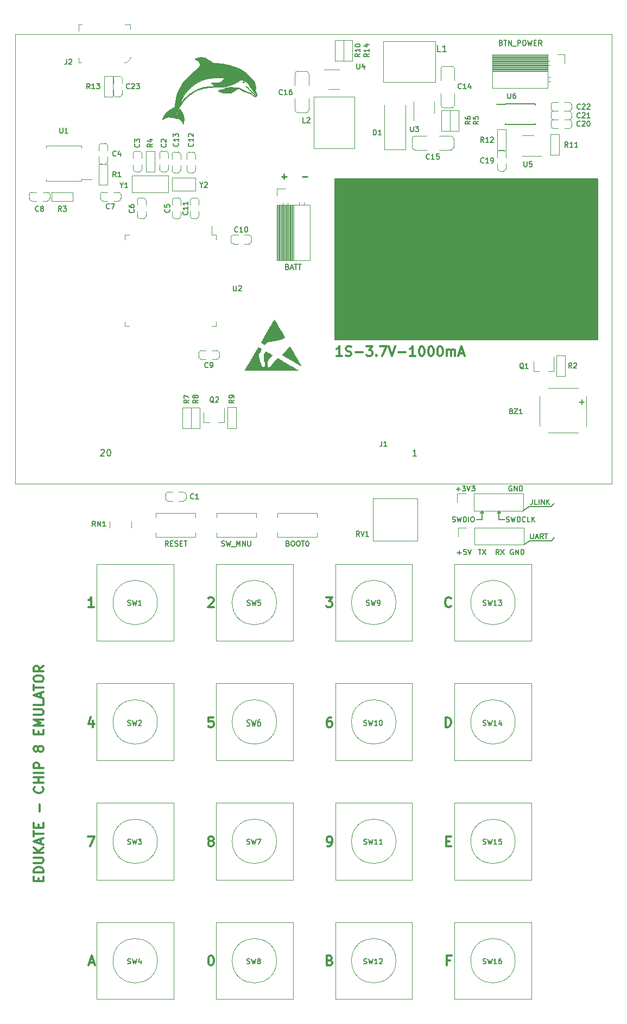
<source format=gbr>
G04 #@! TF.GenerationSoftware,KiCad,Pcbnew,5.0.2+dfsg1-1~bpo9+1*
G04 #@! TF.CreationDate,2019-07-30T16:59:57+07:00*
G04 #@! TF.ProjectId,edukate,6564756b-6174-4652-9e6b-696361645f70,rev?*
G04 #@! TF.SameCoordinates,Original*
G04 #@! TF.FileFunction,Legend,Top*
G04 #@! TF.FilePolarity,Positive*
%FSLAX46Y46*%
G04 Gerber Fmt 4.6, Leading zero omitted, Abs format (unit mm)*
G04 Created by KiCad (PCBNEW 5.0.2+dfsg1-1~bpo9+1) date Tue 30 Jul 2019 04:59:57 PM +07*
%MOMM*%
%LPD*%
G01*
G04 APERTURE LIST*
%ADD10C,0.300000*%
%ADD11C,0.150000*%
%ADD12C,0.200000*%
%ADD13C,0.250000*%
%ADD14C,0.120000*%
%ADD15C,0.100000*%
%ADD16C,0.010000*%
G04 APERTURE END LIST*
D10*
X64852857Y-158030000D02*
X64852857Y-157530000D01*
X65638571Y-157315714D02*
X65638571Y-158030000D01*
X64138571Y-158030000D01*
X64138571Y-157315714D01*
X65638571Y-156672857D02*
X64138571Y-156672857D01*
X64138571Y-156315714D01*
X64210000Y-156101428D01*
X64352857Y-155958571D01*
X64495714Y-155887142D01*
X64781428Y-155815714D01*
X64995714Y-155815714D01*
X65281428Y-155887142D01*
X65424285Y-155958571D01*
X65567142Y-156101428D01*
X65638571Y-156315714D01*
X65638571Y-156672857D01*
X64138571Y-155172857D02*
X65352857Y-155172857D01*
X65495714Y-155101428D01*
X65567142Y-155030000D01*
X65638571Y-154887142D01*
X65638571Y-154601428D01*
X65567142Y-154458571D01*
X65495714Y-154387142D01*
X65352857Y-154315714D01*
X64138571Y-154315714D01*
X65638571Y-153601428D02*
X64138571Y-153601428D01*
X65638571Y-152744285D02*
X64781428Y-153387142D01*
X64138571Y-152744285D02*
X64995714Y-153601428D01*
X65210000Y-152172857D02*
X65210000Y-151458571D01*
X65638571Y-152315714D02*
X64138571Y-151815714D01*
X65638571Y-151315714D01*
X64138571Y-151030000D02*
X64138571Y-150172857D01*
X65638571Y-150601428D02*
X64138571Y-150601428D01*
X64852857Y-149672857D02*
X64852857Y-149172857D01*
X65638571Y-148958571D02*
X65638571Y-149672857D01*
X64138571Y-149672857D01*
X64138571Y-148958571D01*
X65067142Y-147172857D02*
X65067142Y-146030000D01*
X65495714Y-143315714D02*
X65567142Y-143387142D01*
X65638571Y-143601428D01*
X65638571Y-143744285D01*
X65567142Y-143958571D01*
X65424285Y-144101428D01*
X65281428Y-144172857D01*
X64995714Y-144244285D01*
X64781428Y-144244285D01*
X64495714Y-144172857D01*
X64352857Y-144101428D01*
X64210000Y-143958571D01*
X64138571Y-143744285D01*
X64138571Y-143601428D01*
X64210000Y-143387142D01*
X64281428Y-143315714D01*
X65638571Y-142672857D02*
X64138571Y-142672857D01*
X64852857Y-142672857D02*
X64852857Y-141815714D01*
X65638571Y-141815714D02*
X64138571Y-141815714D01*
X65638571Y-141101428D02*
X64138571Y-141101428D01*
X65638571Y-140387142D02*
X64138571Y-140387142D01*
X64138571Y-139815714D01*
X64210000Y-139672857D01*
X64281428Y-139601428D01*
X64424285Y-139530000D01*
X64638571Y-139530000D01*
X64781428Y-139601428D01*
X64852857Y-139672857D01*
X64924285Y-139815714D01*
X64924285Y-140387142D01*
X64781428Y-137530000D02*
X64710000Y-137672857D01*
X64638571Y-137744285D01*
X64495714Y-137815714D01*
X64424285Y-137815714D01*
X64281428Y-137744285D01*
X64210000Y-137672857D01*
X64138571Y-137530000D01*
X64138571Y-137244285D01*
X64210000Y-137101428D01*
X64281428Y-137030000D01*
X64424285Y-136958571D01*
X64495714Y-136958571D01*
X64638571Y-137030000D01*
X64710000Y-137101428D01*
X64781428Y-137244285D01*
X64781428Y-137530000D01*
X64852857Y-137672857D01*
X64924285Y-137744285D01*
X65067142Y-137815714D01*
X65352857Y-137815714D01*
X65495714Y-137744285D01*
X65567142Y-137672857D01*
X65638571Y-137530000D01*
X65638571Y-137244285D01*
X65567142Y-137101428D01*
X65495714Y-137030000D01*
X65352857Y-136958571D01*
X65067142Y-136958571D01*
X64924285Y-137030000D01*
X64852857Y-137101428D01*
X64781428Y-137244285D01*
X64852857Y-135172857D02*
X64852857Y-134672857D01*
X65638571Y-134458571D02*
X65638571Y-135172857D01*
X64138571Y-135172857D01*
X64138571Y-134458571D01*
X65638571Y-133815714D02*
X64138571Y-133815714D01*
X65210000Y-133315714D01*
X64138571Y-132815714D01*
X65638571Y-132815714D01*
X64138571Y-132101428D02*
X65352857Y-132101428D01*
X65495714Y-132030000D01*
X65567142Y-131958571D01*
X65638571Y-131815714D01*
X65638571Y-131530000D01*
X65567142Y-131387142D01*
X65495714Y-131315714D01*
X65352857Y-131244285D01*
X64138571Y-131244285D01*
X65638571Y-129815714D02*
X65638571Y-130530000D01*
X64138571Y-130530000D01*
X65210000Y-129387142D02*
X65210000Y-128672857D01*
X65638571Y-129530000D02*
X64138571Y-129030000D01*
X65638571Y-128530000D01*
X64138571Y-128244285D02*
X64138571Y-127387142D01*
X65638571Y-127815714D02*
X64138571Y-127815714D01*
X64138571Y-126601428D02*
X64138571Y-126315714D01*
X64210000Y-126172857D01*
X64352857Y-126030000D01*
X64638571Y-125958571D01*
X65138571Y-125958571D01*
X65424285Y-126030000D01*
X65567142Y-126172857D01*
X65638571Y-126315714D01*
X65638571Y-126601428D01*
X65567142Y-126744285D01*
X65424285Y-126887142D01*
X65138571Y-126958571D01*
X64638571Y-126958571D01*
X64352857Y-126887142D01*
X64210000Y-126744285D01*
X64138571Y-126601428D01*
X65638571Y-124458571D02*
X64924285Y-124958571D01*
X65638571Y-125315714D02*
X64138571Y-125315714D01*
X64138571Y-124744285D01*
X64210000Y-124601428D01*
X64281428Y-124530000D01*
X64424285Y-124458571D01*
X64638571Y-124458571D01*
X64781428Y-124530000D01*
X64852857Y-124601428D01*
X64924285Y-124744285D01*
X64924285Y-125315714D01*
X72802857Y-170700000D02*
X73517142Y-170700000D01*
X72660000Y-171128571D02*
X73160000Y-169628571D01*
X73660000Y-171128571D01*
X91678571Y-169628571D02*
X91821428Y-169628571D01*
X91964285Y-169700000D01*
X92035714Y-169771428D01*
X92107142Y-169914285D01*
X92178571Y-170200000D01*
X92178571Y-170557142D01*
X92107142Y-170842857D01*
X92035714Y-170985714D01*
X91964285Y-171057142D01*
X91821428Y-171128571D01*
X91678571Y-171128571D01*
X91535714Y-171057142D01*
X91464285Y-170985714D01*
X91392857Y-170842857D01*
X91321428Y-170557142D01*
X91321428Y-170200000D01*
X91392857Y-169914285D01*
X91464285Y-169771428D01*
X91535714Y-169700000D01*
X91678571Y-169628571D01*
X110301428Y-170342857D02*
X110515714Y-170414285D01*
X110587143Y-170485714D01*
X110658571Y-170628571D01*
X110658571Y-170842857D01*
X110587143Y-170985714D01*
X110515714Y-171057142D01*
X110372857Y-171128571D01*
X109801428Y-171128571D01*
X109801428Y-169628571D01*
X110301428Y-169628571D01*
X110444286Y-169700000D01*
X110515714Y-169771428D01*
X110587143Y-169914285D01*
X110587143Y-170057142D01*
X110515714Y-170200000D01*
X110444286Y-170271428D01*
X110301428Y-170342857D01*
X109801428Y-170342857D01*
X129041428Y-170342857D02*
X128541428Y-170342857D01*
X128541428Y-171128571D02*
X128541428Y-169628571D01*
X129255714Y-169628571D01*
X128469999Y-151792857D02*
X128969999Y-151792857D01*
X129184285Y-152578571D02*
X128469999Y-152578571D01*
X128469999Y-151078571D01*
X129184285Y-151078571D01*
X109944285Y-152578571D02*
X110230000Y-152578571D01*
X110372857Y-152507142D01*
X110444285Y-152435714D01*
X110587142Y-152221428D01*
X110658571Y-151935714D01*
X110658571Y-151364285D01*
X110587142Y-151221428D01*
X110515714Y-151150000D01*
X110372857Y-151078571D01*
X110087142Y-151078571D01*
X109944285Y-151150000D01*
X109872857Y-151221428D01*
X109801428Y-151364285D01*
X109801428Y-151721428D01*
X109872857Y-151864285D01*
X109944285Y-151935714D01*
X110087142Y-152007142D01*
X110372857Y-152007142D01*
X110515714Y-151935714D01*
X110587142Y-151864285D01*
X110658571Y-151721428D01*
X91607142Y-151721428D02*
X91464285Y-151650000D01*
X91392857Y-151578571D01*
X91321428Y-151435714D01*
X91321428Y-151364285D01*
X91392857Y-151221428D01*
X91464285Y-151150000D01*
X91607142Y-151078571D01*
X91892857Y-151078571D01*
X92035714Y-151150000D01*
X92107142Y-151221428D01*
X92178571Y-151364285D01*
X92178571Y-151435714D01*
X92107142Y-151578571D01*
X92035714Y-151650000D01*
X91892857Y-151721428D01*
X91607142Y-151721428D01*
X91464285Y-151792857D01*
X91392857Y-151864285D01*
X91321428Y-152007142D01*
X91321428Y-152292857D01*
X91392857Y-152435714D01*
X91464285Y-152507142D01*
X91607142Y-152578571D01*
X91892857Y-152578571D01*
X92035714Y-152507142D01*
X92107142Y-152435714D01*
X92178571Y-152292857D01*
X92178571Y-152007142D01*
X92107142Y-151864285D01*
X92035714Y-151792857D01*
X91892857Y-151721428D01*
X72560000Y-151078571D02*
X73560000Y-151078571D01*
X72917142Y-152578571D01*
X128327142Y-133998571D02*
X128327142Y-132498571D01*
X128684285Y-132498571D01*
X128898571Y-132570000D01*
X129041428Y-132712857D01*
X129112857Y-132855714D01*
X129184285Y-133141428D01*
X129184285Y-133355714D01*
X129112857Y-133641428D01*
X129041428Y-133784285D01*
X128898571Y-133927142D01*
X128684285Y-133998571D01*
X128327142Y-133998571D01*
X110515714Y-132498571D02*
X110230000Y-132498571D01*
X110087142Y-132570000D01*
X110015714Y-132641428D01*
X109872857Y-132855714D01*
X109801428Y-133141428D01*
X109801428Y-133712857D01*
X109872857Y-133855714D01*
X109944285Y-133927142D01*
X110087142Y-133998571D01*
X110372857Y-133998571D01*
X110515714Y-133927142D01*
X110587142Y-133855714D01*
X110658571Y-133712857D01*
X110658571Y-133355714D01*
X110587142Y-133212857D01*
X110515714Y-133141428D01*
X110372857Y-133070000D01*
X110087142Y-133070000D01*
X109944285Y-133141428D01*
X109872857Y-133212857D01*
X109801428Y-133355714D01*
X92107142Y-132498571D02*
X91392857Y-132498571D01*
X91321428Y-133212857D01*
X91392857Y-133141428D01*
X91535714Y-133070000D01*
X91892857Y-133070000D01*
X92035714Y-133141428D01*
X92107142Y-133212857D01*
X92178571Y-133355714D01*
X92178571Y-133712857D01*
X92107142Y-133855714D01*
X92035714Y-133927142D01*
X91892857Y-133998571D01*
X91535714Y-133998571D01*
X91392857Y-133927142D01*
X91321428Y-133855714D01*
X73355714Y-132998571D02*
X73355714Y-133998571D01*
X72998571Y-132427142D02*
X72641428Y-133498571D01*
X73570000Y-133498571D01*
X129184285Y-115185714D02*
X129112857Y-115257142D01*
X128898571Y-115328571D01*
X128755714Y-115328571D01*
X128541428Y-115257142D01*
X128398571Y-115114285D01*
X128327142Y-114971428D01*
X128255714Y-114685714D01*
X128255714Y-114471428D01*
X128327142Y-114185714D01*
X128398571Y-114042857D01*
X128541428Y-113900000D01*
X128755714Y-113828571D01*
X128898571Y-113828571D01*
X129112857Y-113900000D01*
X129184285Y-113971428D01*
X109730000Y-113828571D02*
X110658571Y-113828571D01*
X110158571Y-114400000D01*
X110372857Y-114400000D01*
X110515714Y-114471428D01*
X110587142Y-114542857D01*
X110658571Y-114685714D01*
X110658571Y-115042857D01*
X110587142Y-115185714D01*
X110515714Y-115257142D01*
X110372857Y-115328571D01*
X109944285Y-115328571D01*
X109801428Y-115257142D01*
X109730000Y-115185714D01*
X73498571Y-115328571D02*
X72641428Y-115328571D01*
X73070000Y-115328571D02*
X73070000Y-113828571D01*
X72927142Y-114042857D01*
X72784285Y-114185714D01*
X72641428Y-114257142D01*
X91321428Y-113971428D02*
X91392857Y-113900000D01*
X91535714Y-113828571D01*
X91892857Y-113828571D01*
X92035714Y-113900000D01*
X92107142Y-113971428D01*
X92178571Y-114114285D01*
X92178571Y-114257142D01*
X92107142Y-114471428D01*
X91250000Y-115328571D01*
X92178571Y-115328571D01*
D11*
X144880000Y-104950000D02*
X145330000Y-104500000D01*
X141500000Y-104950000D02*
X144880000Y-104950000D01*
X144820000Y-99630000D02*
X145270000Y-99180000D01*
X141400000Y-99630000D02*
X144780000Y-99630000D01*
X140460000Y-100280000D02*
X141400000Y-99630000D01*
X140560000Y-105600000D02*
X141500000Y-104950000D01*
D12*
X136670000Y-100380000D02*
X136450000Y-100630000D01*
X136680000Y-100340000D02*
X136920000Y-100630000D01*
X136690000Y-100360000D02*
X136690000Y-101720000D01*
X137570000Y-101720000D02*
X136690000Y-101720000D01*
X134030000Y-100340000D02*
X134270000Y-100630000D01*
X134020000Y-100380000D02*
X133800000Y-100630000D01*
X134040000Y-101720000D02*
X133160000Y-101720000D01*
X134040000Y-100360000D02*
X134040000Y-101720000D01*
D11*
X137830476Y-101993809D02*
X137944761Y-102031904D01*
X138135238Y-102031904D01*
X138211428Y-101993809D01*
X138249523Y-101955714D01*
X138287619Y-101879523D01*
X138287619Y-101803333D01*
X138249523Y-101727142D01*
X138211428Y-101689047D01*
X138135238Y-101650952D01*
X137982857Y-101612857D01*
X137906666Y-101574761D01*
X137868571Y-101536666D01*
X137830476Y-101460476D01*
X137830476Y-101384285D01*
X137868571Y-101308095D01*
X137906666Y-101270000D01*
X137982857Y-101231904D01*
X138173333Y-101231904D01*
X138287619Y-101270000D01*
X138554285Y-101231904D02*
X138744761Y-102031904D01*
X138897142Y-101460476D01*
X139049523Y-102031904D01*
X139240000Y-101231904D01*
X139544761Y-102031904D02*
X139544761Y-101231904D01*
X139735238Y-101231904D01*
X139849523Y-101270000D01*
X139925714Y-101346190D01*
X139963809Y-101422380D01*
X140001904Y-101574761D01*
X140001904Y-101689047D01*
X139963809Y-101841428D01*
X139925714Y-101917619D01*
X139849523Y-101993809D01*
X139735238Y-102031904D01*
X139544761Y-102031904D01*
X140801904Y-101955714D02*
X140763809Y-101993809D01*
X140649523Y-102031904D01*
X140573333Y-102031904D01*
X140459047Y-101993809D01*
X140382857Y-101917619D01*
X140344761Y-101841428D01*
X140306666Y-101689047D01*
X140306666Y-101574761D01*
X140344761Y-101422380D01*
X140382857Y-101346190D01*
X140459047Y-101270000D01*
X140573333Y-101231904D01*
X140649523Y-101231904D01*
X140763809Y-101270000D01*
X140801904Y-101308095D01*
X141525714Y-102031904D02*
X141144761Y-102031904D01*
X141144761Y-101231904D01*
X141792380Y-102031904D02*
X141792380Y-101231904D01*
X142249523Y-102031904D02*
X141906666Y-101574761D01*
X142249523Y-101231904D02*
X141792380Y-101689047D01*
X129424761Y-101993809D02*
X129539047Y-102031904D01*
X129729523Y-102031904D01*
X129805714Y-101993809D01*
X129843809Y-101955714D01*
X129881904Y-101879523D01*
X129881904Y-101803333D01*
X129843809Y-101727142D01*
X129805714Y-101689047D01*
X129729523Y-101650952D01*
X129577142Y-101612857D01*
X129500952Y-101574761D01*
X129462857Y-101536666D01*
X129424761Y-101460476D01*
X129424761Y-101384285D01*
X129462857Y-101308095D01*
X129500952Y-101270000D01*
X129577142Y-101231904D01*
X129767619Y-101231904D01*
X129881904Y-101270000D01*
X130148571Y-101231904D02*
X130339047Y-102031904D01*
X130491428Y-101460476D01*
X130643809Y-102031904D01*
X130834285Y-101231904D01*
X131139047Y-102031904D02*
X131139047Y-101231904D01*
X131329523Y-101231904D01*
X131443809Y-101270000D01*
X131520000Y-101346190D01*
X131558095Y-101422380D01*
X131596190Y-101574761D01*
X131596190Y-101689047D01*
X131558095Y-101841428D01*
X131520000Y-101917619D01*
X131443809Y-101993809D01*
X131329523Y-102031904D01*
X131139047Y-102031904D01*
X131939047Y-102031904D02*
X131939047Y-101231904D01*
X132472380Y-101231904D02*
X132624761Y-101231904D01*
X132700952Y-101270000D01*
X132777142Y-101346190D01*
X132815238Y-101498571D01*
X132815238Y-101765238D01*
X132777142Y-101917619D01*
X132700952Y-101993809D01*
X132624761Y-102031904D01*
X132472380Y-102031904D01*
X132396190Y-101993809D01*
X132320000Y-101917619D01*
X132281904Y-101765238D01*
X132281904Y-101498571D01*
X132320000Y-101346190D01*
X132396190Y-101270000D01*
X132472380Y-101231904D01*
X138660476Y-96470000D02*
X138584285Y-96431904D01*
X138470000Y-96431904D01*
X138355714Y-96470000D01*
X138279523Y-96546190D01*
X138241428Y-96622380D01*
X138203333Y-96774761D01*
X138203333Y-96889047D01*
X138241428Y-97041428D01*
X138279523Y-97117619D01*
X138355714Y-97193809D01*
X138470000Y-97231904D01*
X138546190Y-97231904D01*
X138660476Y-97193809D01*
X138698571Y-97155714D01*
X138698571Y-96889047D01*
X138546190Y-96889047D01*
X139041428Y-97231904D02*
X139041428Y-96431904D01*
X139498571Y-97231904D01*
X139498571Y-96431904D01*
X139879523Y-97231904D02*
X139879523Y-96431904D01*
X140070000Y-96431904D01*
X140184285Y-96470000D01*
X140260476Y-96546190D01*
X140298571Y-96622380D01*
X140336666Y-96774761D01*
X140336666Y-96889047D01*
X140298571Y-97041428D01*
X140260476Y-97117619D01*
X140184285Y-97193809D01*
X140070000Y-97231904D01*
X139879523Y-97231904D01*
X130040476Y-96927142D02*
X130650000Y-96927142D01*
X130345238Y-97231904D02*
X130345238Y-96622380D01*
X130954761Y-96431904D02*
X131450000Y-96431904D01*
X131183333Y-96736666D01*
X131297619Y-96736666D01*
X131373809Y-96774761D01*
X131411904Y-96812857D01*
X131450000Y-96889047D01*
X131450000Y-97079523D01*
X131411904Y-97155714D01*
X131373809Y-97193809D01*
X131297619Y-97231904D01*
X131069047Y-97231904D01*
X130992857Y-97193809D01*
X130954761Y-97155714D01*
X131678571Y-96431904D02*
X131945238Y-97231904D01*
X132211904Y-96431904D01*
X132402380Y-96431904D02*
X132897619Y-96431904D01*
X132630952Y-96736666D01*
X132745238Y-96736666D01*
X132821428Y-96774761D01*
X132859523Y-96812857D01*
X132897619Y-96889047D01*
X132897619Y-97079523D01*
X132859523Y-97155714D01*
X132821428Y-97193809D01*
X132745238Y-97231904D01*
X132516666Y-97231904D01*
X132440476Y-97193809D01*
X132402380Y-97155714D01*
X138890476Y-106380000D02*
X138814285Y-106341904D01*
X138700000Y-106341904D01*
X138585714Y-106380000D01*
X138509523Y-106456190D01*
X138471428Y-106532380D01*
X138433333Y-106684761D01*
X138433333Y-106799047D01*
X138471428Y-106951428D01*
X138509523Y-107027619D01*
X138585714Y-107103809D01*
X138700000Y-107141904D01*
X138776190Y-107141904D01*
X138890476Y-107103809D01*
X138928571Y-107065714D01*
X138928571Y-106799047D01*
X138776190Y-106799047D01*
X139271428Y-107141904D02*
X139271428Y-106341904D01*
X139728571Y-107141904D01*
X139728571Y-106341904D01*
X140109523Y-107141904D02*
X140109523Y-106341904D01*
X140300000Y-106341904D01*
X140414285Y-106380000D01*
X140490476Y-106456190D01*
X140528571Y-106532380D01*
X140566666Y-106684761D01*
X140566666Y-106799047D01*
X140528571Y-106951428D01*
X140490476Y-107027619D01*
X140414285Y-107103809D01*
X140300000Y-107141904D01*
X140109523Y-107141904D01*
X133440476Y-106341904D02*
X133897619Y-106341904D01*
X133669047Y-107141904D02*
X133669047Y-106341904D01*
X134088095Y-106341904D02*
X134621428Y-107141904D01*
X134621428Y-106341904D02*
X134088095Y-107141904D01*
X136686666Y-107141904D02*
X136420000Y-106760952D01*
X136229523Y-107141904D02*
X136229523Y-106341904D01*
X136534285Y-106341904D01*
X136610476Y-106380000D01*
X136648571Y-106418095D01*
X136686666Y-106494285D01*
X136686666Y-106608571D01*
X136648571Y-106684761D01*
X136610476Y-106722857D01*
X136534285Y-106760952D01*
X136229523Y-106760952D01*
X136953333Y-106341904D02*
X137486666Y-107141904D01*
X137486666Y-106341904D02*
X136953333Y-107141904D01*
X130171428Y-106837142D02*
X130780952Y-106837142D01*
X130476190Y-107141904D02*
X130476190Y-106532380D01*
X131542857Y-106341904D02*
X131161904Y-106341904D01*
X131123809Y-106722857D01*
X131161904Y-106684761D01*
X131238095Y-106646666D01*
X131428571Y-106646666D01*
X131504761Y-106684761D01*
X131542857Y-106722857D01*
X131580952Y-106799047D01*
X131580952Y-106989523D01*
X131542857Y-107065714D01*
X131504761Y-107103809D01*
X131428571Y-107141904D01*
X131238095Y-107141904D01*
X131161904Y-107103809D01*
X131123809Y-107065714D01*
X131809523Y-106341904D02*
X132076190Y-107141904D01*
X132342857Y-106341904D01*
D13*
X105989047Y-48301428D02*
X106750952Y-48301428D01*
X102779047Y-48221428D02*
X103540952Y-48221428D01*
X103160000Y-48602380D02*
X103160000Y-47840476D01*
D10*
X112198571Y-76198571D02*
X111341428Y-76198571D01*
X111770000Y-76198571D02*
X111770000Y-74698571D01*
X111627142Y-74912857D01*
X111484285Y-75055714D01*
X111341428Y-75127142D01*
X112770000Y-76127142D02*
X112984285Y-76198571D01*
X113341428Y-76198571D01*
X113484285Y-76127142D01*
X113555714Y-76055714D01*
X113627142Y-75912857D01*
X113627142Y-75770000D01*
X113555714Y-75627142D01*
X113484285Y-75555714D01*
X113341428Y-75484285D01*
X113055714Y-75412857D01*
X112912857Y-75341428D01*
X112841428Y-75270000D01*
X112770000Y-75127142D01*
X112770000Y-74984285D01*
X112841428Y-74841428D01*
X112912857Y-74770000D01*
X113055714Y-74698571D01*
X113412857Y-74698571D01*
X113627142Y-74770000D01*
X114270000Y-75627142D02*
X115412857Y-75627142D01*
X115984285Y-74698571D02*
X116912857Y-74698571D01*
X116412857Y-75270000D01*
X116627142Y-75270000D01*
X116770000Y-75341428D01*
X116841428Y-75412857D01*
X116912857Y-75555714D01*
X116912857Y-75912857D01*
X116841428Y-76055714D01*
X116770000Y-76127142D01*
X116627142Y-76198571D01*
X116198571Y-76198571D01*
X116055714Y-76127142D01*
X115984285Y-76055714D01*
X117555714Y-76055714D02*
X117627142Y-76127142D01*
X117555714Y-76198571D01*
X117484285Y-76127142D01*
X117555714Y-76055714D01*
X117555714Y-76198571D01*
X118127142Y-74698571D02*
X119127142Y-74698571D01*
X118484285Y-76198571D01*
X119484285Y-74698571D02*
X119984285Y-76198571D01*
X120484285Y-74698571D01*
X120984285Y-75627142D02*
X122127142Y-75627142D01*
X123627142Y-76198571D02*
X122770000Y-76198571D01*
X123198571Y-76198571D02*
X123198571Y-74698571D01*
X123055714Y-74912857D01*
X122912857Y-75055714D01*
X122770000Y-75127142D01*
X124555714Y-74698571D02*
X124698571Y-74698571D01*
X124841428Y-74770000D01*
X124912857Y-74841428D01*
X124984285Y-74984285D01*
X125055714Y-75270000D01*
X125055714Y-75627142D01*
X124984285Y-75912857D01*
X124912857Y-76055714D01*
X124841428Y-76127142D01*
X124698571Y-76198571D01*
X124555714Y-76198571D01*
X124412857Y-76127142D01*
X124341428Y-76055714D01*
X124270000Y-75912857D01*
X124198571Y-75627142D01*
X124198571Y-75270000D01*
X124270000Y-74984285D01*
X124341428Y-74841428D01*
X124412857Y-74770000D01*
X124555714Y-74698571D01*
X125984285Y-74698571D02*
X126127142Y-74698571D01*
X126270000Y-74770000D01*
X126341428Y-74841428D01*
X126412857Y-74984285D01*
X126484285Y-75270000D01*
X126484285Y-75627142D01*
X126412857Y-75912857D01*
X126341428Y-76055714D01*
X126270000Y-76127142D01*
X126127142Y-76198571D01*
X125984285Y-76198571D01*
X125841428Y-76127142D01*
X125770000Y-76055714D01*
X125698571Y-75912857D01*
X125627142Y-75627142D01*
X125627142Y-75270000D01*
X125698571Y-74984285D01*
X125770000Y-74841428D01*
X125841428Y-74770000D01*
X125984285Y-74698571D01*
X127412857Y-74698571D02*
X127555714Y-74698571D01*
X127698571Y-74770000D01*
X127770000Y-74841428D01*
X127841428Y-74984285D01*
X127912857Y-75270000D01*
X127912857Y-75627142D01*
X127841428Y-75912857D01*
X127770000Y-76055714D01*
X127698571Y-76127142D01*
X127555714Y-76198571D01*
X127412857Y-76198571D01*
X127270000Y-76127142D01*
X127198571Y-76055714D01*
X127127142Y-75912857D01*
X127055714Y-75627142D01*
X127055714Y-75270000D01*
X127127142Y-74984285D01*
X127198571Y-74841428D01*
X127270000Y-74770000D01*
X127412857Y-74698571D01*
X128555714Y-76198571D02*
X128555714Y-75198571D01*
X128555714Y-75341428D02*
X128627142Y-75270000D01*
X128770000Y-75198571D01*
X128984285Y-75198571D01*
X129127142Y-75270000D01*
X129198571Y-75412857D01*
X129198571Y-76198571D01*
X129198571Y-75412857D02*
X129270000Y-75270000D01*
X129412857Y-75198571D01*
X129627142Y-75198571D01*
X129770000Y-75270000D01*
X129841428Y-75412857D01*
X129841428Y-76198571D01*
X130484285Y-75770000D02*
X131198571Y-75770000D01*
X130341428Y-76198571D02*
X130841428Y-74698571D01*
X131341428Y-76198571D01*
D11*
G36*
X152070000Y-48630000D02*
X111070000Y-48630000D01*
X111070000Y-73630000D01*
X152070000Y-73630000D01*
X152070000Y-48630000D01*
G37*
X152070000Y-48630000D02*
X111070000Y-48630000D01*
X111070000Y-73630000D01*
X152070000Y-73630000D01*
X152070000Y-48630000D01*
D12*
X152080000Y-73630000D02*
X111080000Y-73630000D01*
X152080000Y-73630000D02*
X152080000Y-48630000D01*
X152080000Y-48630000D02*
X111080000Y-48630000D01*
X111080000Y-73630000D02*
X111080000Y-48630000D01*
D14*
X135640000Y-96100000D02*
X154240000Y-96100000D01*
X135640000Y-96100000D02*
X117040000Y-96100000D01*
X98440000Y-96100000D02*
X117040000Y-96100000D01*
X98440000Y-96100000D02*
X79840000Y-96100000D01*
G04 #@! TO.C,J1*
X61240000Y-26100000D02*
X154240000Y-26100000D01*
X61240000Y-26100000D02*
X61240000Y-96100000D01*
X154240000Y-26100000D02*
X154240000Y-96100000D01*
X61240000Y-96100000D02*
X154240000Y-96100000D01*
G04 #@! TO.C,BOOT0*
X108310000Y-100690000D02*
X108310000Y-101340000D01*
X108310000Y-104390000D02*
X108310000Y-103740000D01*
X102110000Y-103740000D02*
X102110000Y-104390000D01*
X102110000Y-100690000D02*
X102110000Y-101340000D01*
X108310000Y-100690000D02*
X102110000Y-100690000D01*
X102110000Y-104390000D02*
X108310000Y-104390000D01*
G04 #@! TO.C,BZ1*
X149030000Y-81160000D02*
X144330000Y-81160000D01*
X150330000Y-82460000D02*
X150330000Y-87160000D01*
X149030000Y-88160000D02*
X144330000Y-88160000D01*
X143030000Y-87160000D02*
X143030000Y-82460000D01*
G04 #@! TO.C,C1*
X85040000Y-98770000D02*
X85780000Y-98770000D01*
X86740000Y-98770000D02*
X87490000Y-98770000D01*
X86730000Y-97410000D02*
X87470000Y-97410000D01*
X87880370Y-97799779D02*
G75*
G03X87460000Y-97410000I-400370J-10221D01*
G01*
X85040000Y-97409999D02*
G75*
G03X84650221Y-97830369I10221J-400370D01*
G01*
X84649630Y-98380221D02*
G75*
G03X85070000Y-98770000I400370J10221D01*
G01*
X85030000Y-97410000D02*
X85770000Y-97410000D01*
X84650000Y-98410000D02*
X84650000Y-97790000D01*
X87880000Y-98400000D02*
X87880000Y-97760000D01*
X87490221Y-98770370D02*
G75*
G03X87880000Y-98350000I-10221J400370D01*
G01*
G04 #@! TO.C,C2*
X85099870Y-44669910D02*
G75*
G03X84679500Y-44280131I-400370J-10221D01*
G01*
X84729500Y-44280131D02*
X84089500Y-44280131D01*
X84739500Y-47510131D02*
X84119500Y-47510131D01*
X83739500Y-47130131D02*
X83739500Y-46390131D01*
X84709721Y-47510501D02*
G75*
G03X85099500Y-47090131I-10221J400370D01*
G01*
X83739499Y-47120131D02*
G75*
G03X84159869Y-47509910I400370J10221D01*
G01*
X84129279Y-44279761D02*
G75*
G03X83739500Y-44700131I10221J-400370D01*
G01*
X83739500Y-45430131D02*
X83739500Y-44690131D01*
X85099500Y-45420131D02*
X85099500Y-44670131D01*
X85099500Y-47120131D02*
X85099500Y-46380131D01*
G04 #@! TO.C,C3*
X79610131Y-47120221D02*
G75*
G03X80030501Y-47510000I400370J10221D01*
G01*
X79980501Y-47510000D02*
X80620501Y-47510000D01*
X79970501Y-44280000D02*
X80590501Y-44280000D01*
X80970501Y-44660000D02*
X80970501Y-45400000D01*
X80000280Y-44279630D02*
G75*
G03X79610501Y-44700000I10221J-400370D01*
G01*
X80970502Y-44670000D02*
G75*
G03X80550132Y-44280221I-400370J-10221D01*
G01*
X80580722Y-47510370D02*
G75*
G03X80970501Y-47090000I-10221J400370D01*
G01*
X80970501Y-46360000D02*
X80970501Y-47100000D01*
X79610501Y-46370000D02*
X79610501Y-47120000D01*
X79610501Y-44670000D02*
X79610501Y-45410000D01*
G04 #@! TO.C,C4*
X74289630Y-45900221D02*
G75*
G03X74710000Y-46290000I400370J10221D01*
G01*
X74660000Y-46290000D02*
X75300000Y-46290000D01*
X74650000Y-43060000D02*
X75270000Y-43060000D01*
X75650000Y-43440000D02*
X75650000Y-44180000D01*
X74679779Y-43059630D02*
G75*
G03X74290000Y-43480000I10221J-400370D01*
G01*
X75650001Y-43450000D02*
G75*
G03X75229631Y-43060221I-400370J-10221D01*
G01*
X75260221Y-46290370D02*
G75*
G03X75650000Y-45870000I-10221J400370D01*
G01*
X75650000Y-45140000D02*
X75650000Y-45880000D01*
X74290000Y-45150000D02*
X74290000Y-45900000D01*
X74290000Y-43450000D02*
X74290000Y-44190000D01*
G04 #@! TO.C,C5*
X85720000Y-51950000D02*
X85720000Y-52690000D01*
X85720000Y-53650000D02*
X85720000Y-54400000D01*
X87080000Y-53640000D02*
X87080000Y-54380000D01*
X86690221Y-54790370D02*
G75*
G03X87080000Y-54370000I-10221J400370D01*
G01*
X87080001Y-51950000D02*
G75*
G03X86659631Y-51560221I-400370J-10221D01*
G01*
X86109779Y-51559630D02*
G75*
G03X85720000Y-51980000I10221J-400370D01*
G01*
X87080000Y-51940000D02*
X87080000Y-52680000D01*
X86080000Y-51560000D02*
X86700000Y-51560000D01*
X86090000Y-54790000D02*
X86730000Y-54790000D01*
X85719630Y-54400221D02*
G75*
G03X86140000Y-54790000I400370J10221D01*
G01*
G04 #@! TO.C,C6*
X80240000Y-51960000D02*
X80240000Y-52700000D01*
X80240000Y-53660000D02*
X80240000Y-54410000D01*
X81600000Y-53650000D02*
X81600000Y-54390000D01*
X81210221Y-54800370D02*
G75*
G03X81600000Y-54380000I-10221J400370D01*
G01*
X81600001Y-51960000D02*
G75*
G03X81179631Y-51570221I-400370J-10221D01*
G01*
X80629779Y-51569630D02*
G75*
G03X80240000Y-51990000I10221J-400370D01*
G01*
X81600000Y-51950000D02*
X81600000Y-52690000D01*
X80600000Y-51570000D02*
X81220000Y-51570000D01*
X80610000Y-54800000D02*
X81250000Y-54800000D01*
X80239630Y-54410221D02*
G75*
G03X80660000Y-54800000I400370J10221D01*
G01*
G04 #@! TO.C,C7*
X77320000Y-50690000D02*
X76580000Y-50690000D01*
X75620000Y-50690000D02*
X74870000Y-50690000D01*
X75630000Y-52050000D02*
X74890000Y-52050000D01*
X74479630Y-51660221D02*
G75*
G03X74900000Y-52050000I400370J10221D01*
G01*
X77320000Y-52050001D02*
G75*
G03X77709779Y-51629631I-10221J400370D01*
G01*
X77710370Y-51079779D02*
G75*
G03X77290000Y-50690000I-400370J-10221D01*
G01*
X77330000Y-52050000D02*
X76590000Y-52050000D01*
X77710000Y-51050000D02*
X77710000Y-51670000D01*
X74480000Y-51060000D02*
X74480000Y-51700000D01*
X74869779Y-50689630D02*
G75*
G03X74480000Y-51110000I10221J-400370D01*
G01*
G04 #@! TO.C,C8*
X66240000Y-50690000D02*
X65500000Y-50690000D01*
X64540000Y-50690000D02*
X63790000Y-50690000D01*
X64550000Y-52050000D02*
X63810000Y-52050000D01*
X63399630Y-51660221D02*
G75*
G03X63820000Y-52050000I400370J10221D01*
G01*
X66240000Y-52050001D02*
G75*
G03X66629779Y-51629631I-10221J400370D01*
G01*
X66630370Y-51079779D02*
G75*
G03X66210000Y-50690000I-400370J-10221D01*
G01*
X66250000Y-52050000D02*
X65510000Y-52050000D01*
X66630000Y-51050000D02*
X66630000Y-51670000D01*
X63400000Y-51060000D02*
X63400000Y-51700000D01*
X63789779Y-50689630D02*
G75*
G03X63400000Y-51110000I10221J-400370D01*
G01*
G04 #@! TO.C,C9*
X92670221Y-76700370D02*
G75*
G03X93060000Y-76280000I-10221J400370D01*
G01*
X93060000Y-76330000D02*
X93060000Y-75690000D01*
X89830000Y-76340000D02*
X89830000Y-75720000D01*
X90210000Y-75340000D02*
X90950000Y-75340000D01*
X89829630Y-76310221D02*
G75*
G03X90250000Y-76700000I400370J10221D01*
G01*
X90220000Y-75339999D02*
G75*
G03X89830221Y-75760369I10221J-400370D01*
G01*
X93060370Y-75729779D02*
G75*
G03X92640000Y-75340000I-400370J-10221D01*
G01*
X91910000Y-75340000D02*
X92650000Y-75340000D01*
X91920000Y-76700000D02*
X92670000Y-76700000D01*
X90220000Y-76700000D02*
X90960000Y-76700000D01*
G04 #@! TO.C,C10*
X95239779Y-57359630D02*
G75*
G03X94850000Y-57780000I10221J-400370D01*
G01*
X94850000Y-57730000D02*
X94850000Y-58370000D01*
X98080000Y-57720000D02*
X98080000Y-58340000D01*
X97700000Y-58720000D02*
X96960000Y-58720000D01*
X98080370Y-57749779D02*
G75*
G03X97660000Y-57360000I-400370J-10221D01*
G01*
X97690000Y-58720001D02*
G75*
G03X98079779Y-58299631I-10221J400370D01*
G01*
X94849630Y-58330221D02*
G75*
G03X95270000Y-58720000I400370J10221D01*
G01*
X96000000Y-58720000D02*
X95260000Y-58720000D01*
X95990000Y-57360000D02*
X95240000Y-57360000D01*
X97690000Y-57360000D02*
X96950000Y-57360000D01*
G04 #@! TO.C,C11*
X88500000Y-51960000D02*
X88500000Y-52700000D01*
X88500000Y-53660000D02*
X88500000Y-54410000D01*
X89860000Y-53650000D02*
X89860000Y-54390000D01*
X89470221Y-54800370D02*
G75*
G03X89860000Y-54380000I-10221J400370D01*
G01*
X89860001Y-51960000D02*
G75*
G03X89439631Y-51570221I-400370J-10221D01*
G01*
X88889779Y-51569630D02*
G75*
G03X88500000Y-51990000I10221J-400370D01*
G01*
X89860000Y-51950000D02*
X89860000Y-52690000D01*
X88860000Y-51570000D02*
X89480000Y-51570000D01*
X88870000Y-54800000D02*
X89510000Y-54800000D01*
X88499630Y-54410221D02*
G75*
G03X88920000Y-54800000I400370J10221D01*
G01*
G04 #@! TO.C,C12*
X87989630Y-47260221D02*
G75*
G03X88410000Y-47650000I400370J10221D01*
G01*
X88360000Y-47650000D02*
X89000000Y-47650000D01*
X88350000Y-44420000D02*
X88970000Y-44420000D01*
X89350000Y-44800000D02*
X89350000Y-45540000D01*
X88379779Y-44419630D02*
G75*
G03X87990000Y-44840000I10221J-400370D01*
G01*
X89350001Y-44810000D02*
G75*
G03X88929631Y-44420221I-400370J-10221D01*
G01*
X88960221Y-47650370D02*
G75*
G03X89350000Y-47230000I-10221J400370D01*
G01*
X89350000Y-46500000D02*
X89350000Y-47240000D01*
X87990000Y-46510000D02*
X87990000Y-47260000D01*
X87990000Y-44810000D02*
X87990000Y-45550000D01*
G04 #@! TO.C,C13*
X87011000Y-47260131D02*
X87011000Y-46520131D01*
X87011000Y-45560131D02*
X87011000Y-44810131D01*
X85651000Y-45570131D02*
X85651000Y-44830131D01*
X86040779Y-44419761D02*
G75*
G03X85651000Y-44840131I10221J-400370D01*
G01*
X85650999Y-47260131D02*
G75*
G03X86071369Y-47649910I400370J10221D01*
G01*
X86621221Y-47650501D02*
G75*
G03X87011000Y-47230131I-10221J400370D01*
G01*
X85651000Y-47270131D02*
X85651000Y-46530131D01*
X86651000Y-47650131D02*
X86031000Y-47650131D01*
X86641000Y-44420131D02*
X86001000Y-44420131D01*
X87011370Y-44809910D02*
G75*
G03X86591000Y-44420131I-400370J-10221D01*
G01*
G04 #@! TO.C,C14*
X127600000Y-37090000D02*
G75*
G03X128030000Y-37520000I430000J0D01*
G01*
X129310000Y-37520000D02*
G75*
G03X129740000Y-37090000I0J430000D01*
G01*
X128030000Y-31050000D02*
G75*
G03X127600000Y-31480000I0J-430000D01*
G01*
X127600000Y-35290000D02*
X127600000Y-37120000D01*
X127600000Y-33280000D02*
X127600000Y-31460000D01*
X129740000Y-33280000D02*
X129740000Y-31470000D01*
X129740000Y-35280000D02*
X129740000Y-37100000D01*
X127990000Y-37520000D02*
X129340000Y-37520000D01*
X127990000Y-31050000D02*
X129340000Y-31050000D01*
X129740000Y-31480000D02*
G75*
G03X129310000Y-31050000I-430000J0D01*
G01*
G04 #@! TO.C,C15*
X123560000Y-41940000D02*
G75*
G03X123130000Y-42370000I0J-430000D01*
G01*
X123130000Y-43690000D02*
X123130000Y-42340000D01*
X129600000Y-43690000D02*
X129600000Y-42340000D01*
X127360000Y-41940000D02*
X129180000Y-41940000D01*
X125360000Y-41940000D02*
X123550000Y-41940000D01*
X125360000Y-44080000D02*
X123540000Y-44080000D01*
X127370000Y-44080000D02*
X129200000Y-44080000D01*
X123130000Y-43650000D02*
G75*
G03X123560000Y-44080000I430000J0D01*
G01*
X129600000Y-42370000D02*
G75*
G03X129170000Y-41940000I-430000J0D01*
G01*
X129170000Y-44080000D02*
G75*
G03X129600000Y-43650000I0J430000D01*
G01*
G04 #@! TO.C,C16*
X104860000Y-37870000D02*
G75*
G03X105290000Y-38300000I430000J0D01*
G01*
X106610000Y-38300000D02*
X105260000Y-38300000D01*
X106610000Y-31830000D02*
X105260000Y-31830000D01*
X104860000Y-34070000D02*
X104860000Y-32250000D01*
X104860000Y-36070000D02*
X104860000Y-37880000D01*
X107000000Y-36070000D02*
X107000000Y-37890000D01*
X107000000Y-34060000D02*
X107000000Y-32230000D01*
X106570000Y-38300000D02*
G75*
G03X107000000Y-37870000I0J430000D01*
G01*
X105290000Y-31830000D02*
G75*
G03X104860000Y-32260000I0J-430000D01*
G01*
X107000000Y-32260000D02*
G75*
G03X106570000Y-31830000I-430000J0D01*
G01*
G04 #@! TO.C,C19*
X137770370Y-44539779D02*
G75*
G03X137350000Y-44150000I-400370J-10221D01*
G01*
X137400000Y-44150000D02*
X136760000Y-44150000D01*
X137410000Y-47380000D02*
X136790000Y-47380000D01*
X136410000Y-47000000D02*
X136410000Y-46260000D01*
X137380221Y-47380370D02*
G75*
G03X137770000Y-46960000I-10221J400370D01*
G01*
X136409999Y-46990000D02*
G75*
G03X136830369Y-47379779I400370J10221D01*
G01*
X136799779Y-44149630D02*
G75*
G03X136410000Y-44570000I10221J-400370D01*
G01*
X136410000Y-45300000D02*
X136410000Y-44560000D01*
X137770000Y-45290000D02*
X137770000Y-44540000D01*
X137770000Y-46990000D02*
X137770000Y-46250000D01*
G04 #@! TO.C,C20*
X145180000Y-40770000D02*
X145920000Y-40770000D01*
X146880000Y-40770000D02*
X147630000Y-40770000D01*
X146870000Y-39410000D02*
X147610000Y-39410000D01*
X148020370Y-39799779D02*
G75*
G03X147600000Y-39410000I-400370J-10221D01*
G01*
X145180000Y-39409999D02*
G75*
G03X144790221Y-39830369I10221J-400370D01*
G01*
X144789630Y-40380221D02*
G75*
G03X145210000Y-40770000I400370J10221D01*
G01*
X145170000Y-39410000D02*
X145910000Y-39410000D01*
X144790000Y-40410000D02*
X144790000Y-39790000D01*
X148020000Y-40400000D02*
X148020000Y-39760000D01*
X147630221Y-40770370D02*
G75*
G03X148020000Y-40350000I-10221J400370D01*
G01*
G04 #@! TO.C,C21*
X147620221Y-39410370D02*
G75*
G03X148010000Y-38990000I-10221J400370D01*
G01*
X148010000Y-39040000D02*
X148010000Y-38400000D01*
X144780000Y-39050000D02*
X144780000Y-38430000D01*
X145160000Y-38050000D02*
X145900000Y-38050000D01*
X144779630Y-39020221D02*
G75*
G03X145200000Y-39410000I400370J10221D01*
G01*
X145170000Y-38049999D02*
G75*
G03X144780221Y-38470369I10221J-400370D01*
G01*
X148010370Y-38439779D02*
G75*
G03X147590000Y-38050000I-400370J-10221D01*
G01*
X146860000Y-38050000D02*
X147600000Y-38050000D01*
X146870000Y-39410000D02*
X147620000Y-39410000D01*
X145170000Y-39410000D02*
X145910000Y-39410000D01*
G04 #@! TO.C,C22*
X145160000Y-38050000D02*
X145900000Y-38050000D01*
X146860000Y-38050000D02*
X147610000Y-38050000D01*
X146850000Y-36690000D02*
X147590000Y-36690000D01*
X148000370Y-37079779D02*
G75*
G03X147580000Y-36690000I-400370J-10221D01*
G01*
X145160000Y-36689999D02*
G75*
G03X144770221Y-37110369I10221J-400370D01*
G01*
X144769630Y-37660221D02*
G75*
G03X145190000Y-38050000I400370J10221D01*
G01*
X145150000Y-36690000D02*
X145890000Y-36690000D01*
X144770000Y-37690000D02*
X144770000Y-37070000D01*
X148000000Y-37680000D02*
X148000000Y-37040000D01*
X147610221Y-38050370D02*
G75*
G03X148000000Y-37630000I-10221J400370D01*
G01*
G04 #@! TO.C,C23*
X77880370Y-32989779D02*
G75*
G03X77460000Y-32600000I-400370J-10221D01*
G01*
X77510000Y-32600000D02*
X76870000Y-32600000D01*
X77520000Y-35830000D02*
X76900000Y-35830000D01*
X76520000Y-35450000D02*
X76520000Y-34710000D01*
X77490221Y-35830370D02*
G75*
G03X77880000Y-35410000I-10221J400370D01*
G01*
X76519999Y-35440000D02*
G75*
G03X76940369Y-35829779I400370J10221D01*
G01*
X76909779Y-32599630D02*
G75*
G03X76520000Y-33020000I10221J-400370D01*
G01*
X76520000Y-33750000D02*
X76520000Y-33010000D01*
X77880000Y-33740000D02*
X77880000Y-32990000D01*
X77880000Y-35440000D02*
X77880000Y-34700000D01*
G04 #@! TO.C,D1*
X118800000Y-44020000D02*
X122100000Y-44020000D01*
X122100000Y-44020000D02*
X122100000Y-37120000D01*
X118800000Y-44020000D02*
X118800000Y-37120000D01*
D15*
G04 #@! TO.C,J2*
X79140000Y-25295000D02*
X79140000Y-24695000D01*
X79140000Y-24695000D02*
X79140000Y-24595000D01*
X79140000Y-24595000D02*
X78340000Y-24595000D01*
X71640000Y-24595000D02*
X71140000Y-24595000D01*
X71140000Y-24595000D02*
X71140000Y-25595000D01*
X71540000Y-30495000D02*
X71140000Y-30495000D01*
X71140000Y-30495000D02*
X71140000Y-29695000D01*
X78240000Y-30495000D02*
X78540000Y-30495000D01*
X78540000Y-30495000D02*
X79140000Y-29895000D01*
X79140000Y-29895000D02*
X79140000Y-29595000D01*
X79140000Y-29595000D02*
X79240000Y-29595000D01*
D14*
G04 #@! TO.C,JLINK*
X130180000Y-98970000D02*
X130180000Y-97640000D01*
X130180000Y-97640000D02*
X131510000Y-97640000D01*
X132780000Y-97640000D02*
X140460000Y-97640000D01*
X140460000Y-100300000D02*
X140460000Y-97640000D01*
X132780000Y-100300000D02*
X140460000Y-100300000D01*
X132780000Y-100300000D02*
X132780000Y-97640000D01*
G04 #@! TO.C,L1*
X126724999Y-27150000D02*
X118624999Y-27150000D01*
X118624999Y-33550000D02*
X118624999Y-27150000D01*
X126724999Y-33550000D02*
X118624999Y-33550000D01*
X126724999Y-27150000D02*
X126724999Y-33550000D01*
G04 #@! TO.C,L2*
X107760000Y-35800000D02*
X114160000Y-35800000D01*
X114160000Y-35800000D02*
X114160000Y-43900000D01*
X114160000Y-43900000D02*
X107760000Y-43900000D01*
X107760000Y-35800000D02*
X107760000Y-43900000D01*
G04 #@! TO.C,R1*
X75650000Y-46290000D02*
X75650000Y-49500000D01*
X74290000Y-49500000D02*
X74290000Y-46290000D01*
X75650000Y-49510000D02*
X74290000Y-49510000D01*
X75650000Y-46280000D02*
X74300000Y-46280000D01*
G04 #@! TO.C,R2*
X145610000Y-79330000D02*
X145610000Y-76120000D01*
X146970000Y-76120000D02*
X146970000Y-79330000D01*
X145610000Y-76110000D02*
X146970000Y-76110000D01*
X145610000Y-79340000D02*
X146960000Y-79340000D01*
G04 #@! TO.C,R3*
X70160000Y-52060000D02*
X70160000Y-50710000D01*
X66930000Y-52060000D02*
X66930000Y-50700000D01*
X66940000Y-50700000D02*
X70150000Y-50700000D01*
X70150000Y-52060000D02*
X66940000Y-52060000D01*
G04 #@! TO.C,R4*
X82970000Y-44289631D02*
X82970000Y-47499631D01*
X81610000Y-47499631D02*
X81610000Y-44289631D01*
X82970000Y-47509631D02*
X81610000Y-47509631D01*
X82970000Y-44279631D02*
X81620000Y-44279631D01*
G04 #@! TO.C,R5*
X130370000Y-37920000D02*
X129020000Y-37920000D01*
X130370000Y-41150000D02*
X129010000Y-41150000D01*
X129010000Y-41140000D02*
X129010000Y-37930000D01*
X130370000Y-37930000D02*
X130370000Y-41140000D01*
G04 #@! TO.C,R6*
X127650000Y-41150000D02*
X129000000Y-41150000D01*
X127650000Y-37920000D02*
X129010000Y-37920000D01*
X129010000Y-37930000D02*
X129010000Y-41140000D01*
X127650000Y-41140000D02*
X127650000Y-37930000D01*
G04 #@! TO.C,R7*
X88650000Y-84230000D02*
X88650000Y-87440000D01*
X87290000Y-87440000D02*
X87290000Y-84230000D01*
X88650000Y-87450000D02*
X87290000Y-87450000D01*
X88650000Y-84220000D02*
X87300000Y-84220000D01*
G04 #@! TO.C,R8*
X90050000Y-84230000D02*
X90050000Y-87440000D01*
X88690000Y-87440000D02*
X88690000Y-84230000D01*
X90050000Y-87450000D02*
X88690000Y-87450000D01*
X90050000Y-84220000D02*
X88700000Y-84220000D01*
G04 #@! TO.C,R9*
X94360000Y-87430000D02*
X95710000Y-87430000D01*
X94360000Y-84200000D02*
X95720000Y-84200000D01*
X95720000Y-84210000D02*
X95720000Y-87420000D01*
X94360000Y-87420000D02*
X94360000Y-84210000D01*
G04 #@! TO.C,R10*
X111100000Y-30240000D02*
X111100000Y-27030000D01*
X112460000Y-27030000D02*
X112460000Y-30240000D01*
X111100000Y-27020000D02*
X112460000Y-27020000D01*
X111100000Y-30250000D02*
X112450000Y-30250000D01*
G04 #@! TO.C,R11*
X144740000Y-44890000D02*
X144740000Y-41680000D01*
X146100000Y-41680000D02*
X146100000Y-44890000D01*
X144740000Y-41670000D02*
X146100000Y-41670000D01*
X144740000Y-44900000D02*
X146090000Y-44900000D01*
G04 #@! TO.C,R12*
X136410000Y-44160000D02*
X137760000Y-44160000D01*
X136410000Y-40930000D02*
X137770000Y-40930000D01*
X137770000Y-40940000D02*
X137770000Y-44150000D01*
X136410000Y-44150000D02*
X136410000Y-40940000D01*
G04 #@! TO.C,R13*
X75120000Y-35820000D02*
X76470000Y-35820000D01*
X75120000Y-32590000D02*
X76480000Y-32590000D01*
X76480000Y-32600000D02*
X76480000Y-35810000D01*
X75120000Y-35810000D02*
X75120000Y-32600000D01*
G04 #@! TO.C,R14*
X113820000Y-27020000D02*
X112470000Y-27020000D01*
X113820000Y-30250000D02*
X112460000Y-30250000D01*
X112460000Y-30240000D02*
X112460000Y-27030000D01*
X113820000Y-27030000D02*
X113820000Y-30240000D01*
G04 #@! TO.C,RESET*
X83150000Y-104390000D02*
X83150000Y-103740000D01*
X83150000Y-100690000D02*
X83150000Y-101340000D01*
X89350000Y-101340000D02*
X89350000Y-100690000D01*
X89350000Y-104390000D02*
X89350000Y-103740000D01*
X83150000Y-104390000D02*
X89350000Y-104390000D01*
X89350000Y-100690000D02*
X83150000Y-100690000D01*
G04 #@! TO.C,RN1*
X79310000Y-101920000D02*
X79310000Y-102920000D01*
X75950000Y-101920000D02*
X75950000Y-102920000D01*
G04 #@! TO.C,RV1*
X116980000Y-98350000D02*
X116980000Y-104950000D01*
X116980000Y-98350000D02*
X123980000Y-98350000D01*
X116980000Y-104950000D02*
X123980000Y-104950000D01*
X123980000Y-98350000D02*
X123980000Y-104950000D01*
G04 #@! TO.C,SW1*
X83405545Y-114600000D02*
G75*
G03X83405545Y-114600000I-3465545J0D01*
G01*
X73940000Y-120600000D02*
X80040000Y-120600000D01*
X73940000Y-108600000D02*
X73940000Y-120600000D01*
X85940000Y-108600000D02*
X73940000Y-108600000D01*
X85940000Y-120600000D02*
X85940000Y-108600000D01*
X79940000Y-120600000D02*
X85940000Y-120600000D01*
G04 #@! TO.C,SW2*
X83405545Y-133200000D02*
G75*
G03X83405545Y-133200000I-3465545J0D01*
G01*
X73940000Y-139200000D02*
X80040000Y-139200000D01*
X73940000Y-127200000D02*
X73940000Y-139200000D01*
X85940000Y-127200000D02*
X73940000Y-127200000D01*
X85940000Y-139200000D02*
X85940000Y-127200000D01*
X79940000Y-139200000D02*
X85940000Y-139200000D01*
G04 #@! TO.C,SW3*
X83405545Y-151800000D02*
G75*
G03X83405545Y-151800000I-3465545J0D01*
G01*
X73940000Y-157800000D02*
X80040000Y-157800000D01*
X73940000Y-145800000D02*
X73940000Y-157800000D01*
X85940000Y-145800000D02*
X73940000Y-145800000D01*
X85940000Y-157800000D02*
X85940000Y-145800000D01*
X79940000Y-157800000D02*
X85940000Y-157800000D01*
G04 #@! TO.C,SW4*
X83405545Y-170400000D02*
G75*
G03X83405545Y-170400000I-3465545J0D01*
G01*
X73940000Y-176400000D02*
X80040000Y-176400000D01*
X73940000Y-164400000D02*
X73940000Y-176400000D01*
X85940000Y-164400000D02*
X73940000Y-164400000D01*
X85940000Y-176400000D02*
X85940000Y-164400000D01*
X79940000Y-176400000D02*
X85940000Y-176400000D01*
G04 #@! TO.C,SW5*
X98530000Y-120600000D02*
X104530000Y-120600000D01*
X104530000Y-120600000D02*
X104530000Y-108600000D01*
X104530000Y-108600000D02*
X92530000Y-108600000D01*
X92530000Y-108600000D02*
X92530000Y-120600000D01*
X92530000Y-120600000D02*
X98630000Y-120600000D01*
X101995545Y-114600000D02*
G75*
G03X101995545Y-114600000I-3465545J0D01*
G01*
G04 #@! TO.C,SW6*
X98530000Y-139200000D02*
X104530000Y-139200000D01*
X104530000Y-139200000D02*
X104530000Y-127200000D01*
X104530000Y-127200000D02*
X92530000Y-127200000D01*
X92530000Y-127200000D02*
X92530000Y-139200000D01*
X92530000Y-139200000D02*
X98630000Y-139200000D01*
X101995545Y-133200000D02*
G75*
G03X101995545Y-133200000I-3465545J0D01*
G01*
G04 #@! TO.C,SW7*
X98530000Y-157800000D02*
X104530000Y-157800000D01*
X104530000Y-157800000D02*
X104530000Y-145800000D01*
X104530000Y-145800000D02*
X92530000Y-145800000D01*
X92530000Y-145800000D02*
X92530000Y-157800000D01*
X92530000Y-157800000D02*
X98630000Y-157800000D01*
X101995545Y-151800000D02*
G75*
G03X101995545Y-151800000I-3465545J0D01*
G01*
G04 #@! TO.C,SW8*
X98530000Y-176400000D02*
X104530000Y-176400000D01*
X104530000Y-176400000D02*
X104530000Y-164400000D01*
X104530000Y-164400000D02*
X92530000Y-164400000D01*
X92530000Y-164400000D02*
X92530000Y-176400000D01*
X92530000Y-176400000D02*
X98630000Y-176400000D01*
X101995545Y-170400000D02*
G75*
G03X101995545Y-170400000I-3465545J0D01*
G01*
G04 #@! TO.C,SW9*
X120605545Y-114600000D02*
G75*
G03X120605545Y-114600000I-3465545J0D01*
G01*
X111140000Y-120600000D02*
X117240000Y-120600000D01*
X111140000Y-108600000D02*
X111140000Y-120600000D01*
X123140000Y-108600000D02*
X111140000Y-108600000D01*
X123140000Y-120600000D02*
X123140000Y-108600000D01*
X117140000Y-120600000D02*
X123140000Y-120600000D01*
G04 #@! TO.C,SW10*
X117140000Y-139200000D02*
X123140000Y-139200000D01*
X123140000Y-139200000D02*
X123140000Y-127200000D01*
X123140000Y-127200000D02*
X111140000Y-127200000D01*
X111140000Y-127200000D02*
X111140000Y-139200000D01*
X111140000Y-139200000D02*
X117240000Y-139200000D01*
X120605545Y-133200000D02*
G75*
G03X120605545Y-133200000I-3465545J0D01*
G01*
G04 #@! TO.C,SW11*
X120605545Y-151800000D02*
G75*
G03X120605545Y-151800000I-3465545J0D01*
G01*
X111140000Y-157800000D02*
X117240000Y-157800000D01*
X111140000Y-145800000D02*
X111140000Y-157800000D01*
X123140000Y-145800000D02*
X111140000Y-145800000D01*
X123140000Y-157800000D02*
X123140000Y-145800000D01*
X117140000Y-157800000D02*
X123140000Y-157800000D01*
G04 #@! TO.C,SW12*
X120605545Y-170400000D02*
G75*
G03X120605545Y-170400000I-3465545J0D01*
G01*
X111140000Y-176400000D02*
X117240000Y-176400000D01*
X111140000Y-164400000D02*
X111140000Y-176400000D01*
X123140000Y-164400000D02*
X111140000Y-164400000D01*
X123140000Y-176400000D02*
X123140000Y-164400000D01*
X117140000Y-176400000D02*
X123140000Y-176400000D01*
G04 #@! TO.C,SW13*
X135740000Y-120600000D02*
X141740000Y-120600000D01*
X141740000Y-120600000D02*
X141740000Y-108600000D01*
X141740000Y-108600000D02*
X129740000Y-108600000D01*
X129740000Y-108600000D02*
X129740000Y-120600000D01*
X129740000Y-120600000D02*
X135840000Y-120600000D01*
X139205545Y-114600000D02*
G75*
G03X139205545Y-114600000I-3465545J0D01*
G01*
G04 #@! TO.C,SW14*
X139205545Y-133200000D02*
G75*
G03X139205545Y-133200000I-3465545J0D01*
G01*
X129740000Y-139200000D02*
X135840000Y-139200000D01*
X129740000Y-127200000D02*
X129740000Y-139200000D01*
X141740000Y-127200000D02*
X129740000Y-127200000D01*
X141740000Y-139200000D02*
X141740000Y-127200000D01*
X135740000Y-139200000D02*
X141740000Y-139200000D01*
G04 #@! TO.C,SW15*
X135740000Y-157800000D02*
X141740000Y-157800000D01*
X141740000Y-157800000D02*
X141740000Y-145800000D01*
X141740000Y-145800000D02*
X129740000Y-145800000D01*
X129740000Y-145800000D02*
X129740000Y-157800000D01*
X129740000Y-157800000D02*
X135840000Y-157800000D01*
X139205545Y-151800000D02*
G75*
G03X139205545Y-151800000I-3465545J0D01*
G01*
G04 #@! TO.C,SW16*
X135740000Y-176400000D02*
X141740000Y-176400000D01*
X141740000Y-176400000D02*
X141740000Y-164400000D01*
X141740000Y-164400000D02*
X129740000Y-164400000D01*
X129740000Y-164400000D02*
X129740000Y-176400000D01*
X129740000Y-176400000D02*
X135840000Y-176400000D01*
X139205545Y-170400000D02*
G75*
G03X139205545Y-170400000I-3465545J0D01*
G01*
G04 #@! TO.C,SW_MNU*
X92610000Y-104390000D02*
X98810000Y-104390000D01*
X98810000Y-100690000D02*
X92610000Y-100690000D01*
X92610000Y-100690000D02*
X92610000Y-101340000D01*
X92610000Y-103740000D02*
X92610000Y-104390000D01*
X98810000Y-104390000D02*
X98810000Y-103740000D01*
X98810000Y-100690000D02*
X98810000Y-101340000D01*
G04 #@! TO.C,U1*
X68800000Y-43475000D02*
X66075000Y-43475000D01*
X66075000Y-43475000D02*
X66075000Y-43735000D01*
X68800000Y-43475000D02*
X71525000Y-43475000D01*
X71525000Y-43475000D02*
X71525000Y-43735000D01*
X68800000Y-48925000D02*
X66075000Y-48925000D01*
X66075000Y-48925000D02*
X66075000Y-48665000D01*
X68800000Y-48925000D02*
X71525000Y-48925000D01*
X71525000Y-48925000D02*
X71525000Y-48665000D01*
X71525000Y-48665000D02*
X73200000Y-48665000D01*
G04 #@! TO.C,U2*
X78320000Y-70870000D02*
X78320000Y-71570000D01*
X78320000Y-71570000D02*
X79020000Y-71570000D01*
X78320000Y-58050000D02*
X78320000Y-57350000D01*
X78320000Y-57350000D02*
X79020000Y-57350000D01*
X92540000Y-70870000D02*
X92540000Y-71570000D01*
X92540000Y-71570000D02*
X91840000Y-71570000D01*
X92540000Y-58050000D02*
X92540000Y-57350000D01*
X92540000Y-57350000D02*
X91840000Y-57350000D01*
X91840000Y-57350000D02*
X91840000Y-55985000D01*
G04 #@! TO.C,U3*
X123360000Y-36570000D02*
X123360000Y-39520000D01*
X126580000Y-38370000D02*
X126580000Y-36570000D01*
G04 #@! TO.C,U4*
X110050000Y-34630000D02*
X111810000Y-34630000D01*
X111810000Y-31560000D02*
X109380000Y-31560000D01*
G04 #@! TO.C,U5*
X142120000Y-41850000D02*
X140320000Y-41850000D01*
X140320000Y-45070000D02*
X143270000Y-45070000D01*
D11*
G04 #@! TO.C,U6*
X137665000Y-36905000D02*
X137665000Y-37005000D01*
X142315000Y-36905000D02*
X142315000Y-37105000D01*
X142315000Y-40155000D02*
X142315000Y-39955000D01*
X137665000Y-40155000D02*
X137665000Y-39955000D01*
X137665000Y-36905000D02*
X142315000Y-36905000D01*
X137665000Y-40155000D02*
X142315000Y-40155000D01*
X137665000Y-37005000D02*
X136315000Y-37005000D01*
D14*
G04 #@! TO.C,UART*
X132880000Y-105620000D02*
X132880000Y-102960000D01*
X132880000Y-105620000D02*
X140560000Y-105620000D01*
X140560000Y-105620000D02*
X140560000Y-102960000D01*
X132880000Y-102960000D02*
X140560000Y-102960000D01*
X130280000Y-102960000D02*
X131610000Y-102960000D01*
X130280000Y-104290000D02*
X130280000Y-102960000D01*
G04 #@! TO.C,Y1*
X85100000Y-50710000D02*
X79400000Y-50710000D01*
X79400000Y-50710000D02*
X79400000Y-48110000D01*
X79400000Y-48110000D02*
X85100000Y-48110000D01*
X85100000Y-48110000D02*
X85100000Y-50710000D01*
G04 #@! TO.C,Y2*
X85650500Y-48450000D02*
X89350500Y-48450000D01*
X89350500Y-48450000D02*
X89350500Y-50450000D01*
X89350500Y-50450000D02*
X85650500Y-50450000D01*
X85650500Y-50450000D02*
X85650500Y-48450000D01*
G04 #@! TO.C,Q1*
X142080000Y-78540000D02*
X143010000Y-78540000D01*
X145240000Y-78540000D02*
X144310000Y-78540000D01*
X145240000Y-78540000D02*
X145240000Y-76380000D01*
X142080000Y-78540000D02*
X142080000Y-77080000D01*
G04 #@! TO.C,Q2*
X90640000Y-86510000D02*
X91570000Y-86510000D01*
X93800000Y-86510000D02*
X92870000Y-86510000D01*
X93800000Y-86510000D02*
X93800000Y-84350000D01*
X90640000Y-86510000D02*
X90640000Y-85050000D01*
G04 #@! TO.C,BATT*
X102020000Y-51200000D02*
X102020000Y-50090000D01*
X102020000Y-50090000D02*
X103350000Y-50090000D01*
X102020000Y-61290000D02*
X107220000Y-61290000D01*
X107220000Y-61290000D02*
X107220000Y-52660000D01*
X102020000Y-52660000D02*
X107220000Y-52660000D01*
X102020000Y-61290000D02*
X102020000Y-52660000D01*
X104620000Y-61290000D02*
X104620000Y-52660000D01*
X106250000Y-52660000D02*
X106250000Y-52250000D01*
X105530000Y-52660000D02*
X105530000Y-52250000D01*
X103710000Y-52660000D02*
X103710000Y-52310000D01*
X102990000Y-52660000D02*
X102990000Y-52310000D01*
X104501900Y-61290000D02*
X104501900Y-52660000D01*
X104383805Y-61290000D02*
X104383805Y-52660000D01*
X104265710Y-61290000D02*
X104265710Y-52660000D01*
X104147615Y-61290000D02*
X104147615Y-52660000D01*
X104029520Y-61290000D02*
X104029520Y-52660000D01*
X103911425Y-61290000D02*
X103911425Y-52660000D01*
X103793330Y-61290000D02*
X103793330Y-52660000D01*
X103675235Y-61290000D02*
X103675235Y-52660000D01*
X103557140Y-61290000D02*
X103557140Y-52660000D01*
X103439045Y-61290000D02*
X103439045Y-52660000D01*
X103320950Y-61290000D02*
X103320950Y-52660000D01*
X103202855Y-61290000D02*
X103202855Y-52660000D01*
X103084760Y-61290000D02*
X103084760Y-52660000D01*
X102966665Y-61290000D02*
X102966665Y-52660000D01*
X102848570Y-61290000D02*
X102848570Y-52660000D01*
X102730475Y-61290000D02*
X102730475Y-52660000D01*
X102612380Y-61290000D02*
X102612380Y-52660000D01*
X102494285Y-61290000D02*
X102494285Y-52660000D01*
X102376190Y-61290000D02*
X102376190Y-52660000D01*
X102258095Y-61290000D02*
X102258095Y-52660000D01*
X102140000Y-61290000D02*
X102140000Y-52660000D01*
G04 #@! TO.C,BTN_POWER*
X135680000Y-29370000D02*
X144310000Y-29370000D01*
X135680000Y-29488095D02*
X144310000Y-29488095D01*
X135680000Y-29606190D02*
X144310000Y-29606190D01*
X135680000Y-29724285D02*
X144310000Y-29724285D01*
X135680000Y-29842380D02*
X144310000Y-29842380D01*
X135680000Y-29960475D02*
X144310000Y-29960475D01*
X135680000Y-30078570D02*
X144310000Y-30078570D01*
X135680000Y-30196665D02*
X144310000Y-30196665D01*
X135680000Y-30314760D02*
X144310000Y-30314760D01*
X135680000Y-30432855D02*
X144310000Y-30432855D01*
X135680000Y-30550950D02*
X144310000Y-30550950D01*
X135680000Y-30669045D02*
X144310000Y-30669045D01*
X135680000Y-30787140D02*
X144310000Y-30787140D01*
X135680000Y-30905235D02*
X144310000Y-30905235D01*
X135680000Y-31023330D02*
X144310000Y-31023330D01*
X135680000Y-31141425D02*
X144310000Y-31141425D01*
X135680000Y-31259520D02*
X144310000Y-31259520D01*
X135680000Y-31377615D02*
X144310000Y-31377615D01*
X135680000Y-31495710D02*
X144310000Y-31495710D01*
X135680000Y-31613805D02*
X144310000Y-31613805D01*
X135680000Y-31731900D02*
X144310000Y-31731900D01*
X144310000Y-30220000D02*
X144660000Y-30220000D01*
X144310000Y-30940000D02*
X144660000Y-30940000D01*
X144310000Y-32760000D02*
X144720000Y-32760000D01*
X144310000Y-33480000D02*
X144720000Y-33480000D01*
X135680000Y-31850000D02*
X144310000Y-31850000D01*
X135680000Y-29250000D02*
X144310000Y-29250000D01*
X144310000Y-29250000D02*
X144310000Y-34450000D01*
X135680000Y-34450000D02*
X144310000Y-34450000D01*
X135680000Y-29250000D02*
X135680000Y-34450000D01*
X146880000Y-29250000D02*
X146880000Y-30580000D01*
X145770000Y-29250000D02*
X146880000Y-29250000D01*
D16*
G04 #@! TO.C,REF\002A\002A*
G36*
X101630878Y-70536166D02*
X101661876Y-70586538D01*
X101709634Y-70666341D01*
X101772194Y-70772180D01*
X101847597Y-70900659D01*
X101933885Y-71048384D01*
X102029101Y-71211958D01*
X102131285Y-71387987D01*
X102238481Y-71573075D01*
X102348729Y-71763827D01*
X102460071Y-71956847D01*
X102570550Y-72148741D01*
X102678207Y-72336111D01*
X102781084Y-72515565D01*
X102877223Y-72683705D01*
X102964665Y-72837137D01*
X103041453Y-72972465D01*
X103105628Y-73086294D01*
X103155233Y-73175229D01*
X103188309Y-73235874D01*
X103202897Y-73264833D01*
X103203431Y-73266644D01*
X103185321Y-73291217D01*
X103134980Y-73328807D01*
X103058395Y-73375722D01*
X102961552Y-73428274D01*
X102860167Y-73478213D01*
X102722215Y-73538769D01*
X102577142Y-73593179D01*
X102419950Y-73642651D01*
X102245643Y-73688395D01*
X102049222Y-73731620D01*
X101825689Y-73773534D01*
X101570048Y-73815347D01*
X101305606Y-73854284D01*
X101075852Y-73888828D01*
X100882917Y-73923026D01*
X100721964Y-73958577D01*
X100588155Y-73997182D01*
X100476650Y-74040539D01*
X100382614Y-74090348D01*
X100301206Y-74148309D01*
X100227590Y-74216120D01*
X100203851Y-74241312D01*
X100152397Y-74299958D01*
X100114334Y-74347815D01*
X100096677Y-74375958D01*
X100096206Y-74378265D01*
X100090028Y-74392416D01*
X100068590Y-74392575D01*
X100027533Y-74376861D01*
X99962501Y-74343391D01*
X99869137Y-74290281D01*
X99804252Y-74252088D01*
X99707501Y-74192385D01*
X99632312Y-74141263D01*
X99583739Y-74102399D01*
X99566835Y-74079472D01*
X99566845Y-74079305D01*
X99577328Y-74057456D01*
X99606931Y-74002739D01*
X99653938Y-73918136D01*
X99716629Y-73806629D01*
X99793286Y-73671201D01*
X99882191Y-73514833D01*
X99981626Y-73340507D01*
X100089872Y-73151206D01*
X100205211Y-72949911D01*
X100325924Y-72739605D01*
X100450294Y-72523271D01*
X100576601Y-72303889D01*
X100703127Y-72084442D01*
X100828155Y-71867912D01*
X100949965Y-71657281D01*
X101066839Y-71455532D01*
X101177060Y-71265647D01*
X101278908Y-71090606D01*
X101370665Y-70933394D01*
X101450613Y-70796991D01*
X101517034Y-70684380D01*
X101568209Y-70598543D01*
X101602420Y-70542462D01*
X101617948Y-70519119D01*
X101618598Y-70518621D01*
X101630878Y-70536166D01*
X101630878Y-70536166D01*
G37*
X101630878Y-70536166D02*
X101661876Y-70586538D01*
X101709634Y-70666341D01*
X101772194Y-70772180D01*
X101847597Y-70900659D01*
X101933885Y-71048384D01*
X102029101Y-71211958D01*
X102131285Y-71387987D01*
X102238481Y-71573075D01*
X102348729Y-71763827D01*
X102460071Y-71956847D01*
X102570550Y-72148741D01*
X102678207Y-72336111D01*
X102781084Y-72515565D01*
X102877223Y-72683705D01*
X102964665Y-72837137D01*
X103041453Y-72972465D01*
X103105628Y-73086294D01*
X103155233Y-73175229D01*
X103188309Y-73235874D01*
X103202897Y-73264833D01*
X103203431Y-73266644D01*
X103185321Y-73291217D01*
X103134980Y-73328807D01*
X103058395Y-73375722D01*
X102961552Y-73428274D01*
X102860167Y-73478213D01*
X102722215Y-73538769D01*
X102577142Y-73593179D01*
X102419950Y-73642651D01*
X102245643Y-73688395D01*
X102049222Y-73731620D01*
X101825689Y-73773534D01*
X101570048Y-73815347D01*
X101305606Y-73854284D01*
X101075852Y-73888828D01*
X100882917Y-73923026D01*
X100721964Y-73958577D01*
X100588155Y-73997182D01*
X100476650Y-74040539D01*
X100382614Y-74090348D01*
X100301206Y-74148309D01*
X100227590Y-74216120D01*
X100203851Y-74241312D01*
X100152397Y-74299958D01*
X100114334Y-74347815D01*
X100096677Y-74375958D01*
X100096206Y-74378265D01*
X100090028Y-74392416D01*
X100068590Y-74392575D01*
X100027533Y-74376861D01*
X99962501Y-74343391D01*
X99869137Y-74290281D01*
X99804252Y-74252088D01*
X99707501Y-74192385D01*
X99632312Y-74141263D01*
X99583739Y-74102399D01*
X99566835Y-74079472D01*
X99566845Y-74079305D01*
X99577328Y-74057456D01*
X99606931Y-74002739D01*
X99653938Y-73918136D01*
X99716629Y-73806629D01*
X99793286Y-73671201D01*
X99882191Y-73514833D01*
X99981626Y-73340507D01*
X100089872Y-73151206D01*
X100205211Y-72949911D01*
X100325924Y-72739605D01*
X100450294Y-72523271D01*
X100576601Y-72303889D01*
X100703127Y-72084442D01*
X100828155Y-71867912D01*
X100949965Y-71657281D01*
X101066839Y-71455532D01*
X101177060Y-71265647D01*
X101278908Y-71090606D01*
X101370665Y-70933394D01*
X101450613Y-70796991D01*
X101517034Y-70684380D01*
X101568209Y-70598543D01*
X101602420Y-70542462D01*
X101617948Y-70519119D01*
X101618598Y-70518621D01*
X101630878Y-70536166D01*
G36*
X104086146Y-74775908D02*
X104101469Y-74801590D01*
X104135911Y-74860469D01*
X104187769Y-74949602D01*
X104255340Y-75066049D01*
X104336921Y-75206867D01*
X104430809Y-75369114D01*
X104535299Y-75549849D01*
X104648690Y-75746130D01*
X104769278Y-75955016D01*
X104893313Y-76170017D01*
X105019987Y-76389649D01*
X105141608Y-76600495D01*
X105256412Y-76799499D01*
X105362638Y-76983607D01*
X105458523Y-77149765D01*
X105542302Y-77294917D01*
X105612214Y-77416009D01*
X105666496Y-77509988D01*
X105703385Y-77573797D01*
X105720731Y-77603719D01*
X105749007Y-77654271D01*
X105764382Y-77685914D01*
X105765224Y-77691420D01*
X105746488Y-77681082D01*
X105694386Y-77651407D01*
X105611640Y-77603968D01*
X105500975Y-77540333D01*
X105365114Y-77462074D01*
X105206781Y-77370759D01*
X105028698Y-77267960D01*
X104833590Y-77155247D01*
X104624180Y-77034189D01*
X104403191Y-76906357D01*
X104319113Y-76857702D01*
X104094170Y-76727567D01*
X103879524Y-76603497D01*
X103677932Y-76487077D01*
X103492148Y-76379893D01*
X103324928Y-76283531D01*
X103179027Y-76199578D01*
X103057201Y-76129620D01*
X102962204Y-76075243D01*
X102896792Y-76038034D01*
X102863720Y-76019578D01*
X102860262Y-76017830D01*
X102870339Y-76002005D01*
X102905407Y-75959692D01*
X102961885Y-75894790D01*
X103036193Y-75811196D01*
X103124752Y-75712809D01*
X103223980Y-75603525D01*
X103330298Y-75487244D01*
X103440125Y-75367862D01*
X103549882Y-75249277D01*
X103655988Y-75135388D01*
X103754862Y-75030092D01*
X103842926Y-74937287D01*
X103916599Y-74860870D01*
X103972300Y-74804740D01*
X103991403Y-74786335D01*
X104054708Y-74726872D01*
X104086146Y-74775908D01*
X104086146Y-74775908D01*
G37*
X104086146Y-74775908D02*
X104101469Y-74801590D01*
X104135911Y-74860469D01*
X104187769Y-74949602D01*
X104255340Y-75066049D01*
X104336921Y-75206867D01*
X104430809Y-75369114D01*
X104535299Y-75549849D01*
X104648690Y-75746130D01*
X104769278Y-75955016D01*
X104893313Y-76170017D01*
X105019987Y-76389649D01*
X105141608Y-76600495D01*
X105256412Y-76799499D01*
X105362638Y-76983607D01*
X105458523Y-77149765D01*
X105542302Y-77294917D01*
X105612214Y-77416009D01*
X105666496Y-77509988D01*
X105703385Y-77573797D01*
X105720731Y-77603719D01*
X105749007Y-77654271D01*
X105764382Y-77685914D01*
X105765224Y-77691420D01*
X105746488Y-77681082D01*
X105694386Y-77651407D01*
X105611640Y-77603968D01*
X105500975Y-77540333D01*
X105365114Y-77462074D01*
X105206781Y-77370759D01*
X105028698Y-77267960D01*
X104833590Y-77155247D01*
X104624180Y-77034189D01*
X104403191Y-76906357D01*
X104319113Y-76857702D01*
X104094170Y-76727567D01*
X103879524Y-76603497D01*
X103677932Y-76487077D01*
X103492148Y-76379893D01*
X103324928Y-76283531D01*
X103179027Y-76199578D01*
X103057201Y-76129620D01*
X102962204Y-76075243D01*
X102896792Y-76038034D01*
X102863720Y-76019578D01*
X102860262Y-76017830D01*
X102870339Y-76002005D01*
X102905407Y-75959692D01*
X102961885Y-75894790D01*
X103036193Y-75811196D01*
X103124752Y-75712809D01*
X103223980Y-75603525D01*
X103330298Y-75487244D01*
X103440125Y-75367862D01*
X103549882Y-75249277D01*
X103655988Y-75135388D01*
X103754862Y-75030092D01*
X103842926Y-74937287D01*
X103916599Y-74860870D01*
X103972300Y-74804740D01*
X103991403Y-74786335D01*
X104054708Y-74726872D01*
X104086146Y-74775908D01*
G36*
X99150749Y-74852036D02*
X99194544Y-74868972D01*
X99261293Y-74902601D01*
X99357137Y-74955334D01*
X99364599Y-74959525D01*
X99452871Y-75010001D01*
X99527363Y-75054223D01*
X99580760Y-75087731D01*
X99605746Y-75106064D01*
X99606445Y-75106962D01*
X99600409Y-75132414D01*
X99572723Y-75189255D01*
X99525188Y-75274389D01*
X99459611Y-75384717D01*
X99377797Y-75517144D01*
X99281548Y-75668571D01*
X99257594Y-75705707D01*
X99195183Y-75808757D01*
X99149737Y-75897432D01*
X99125246Y-75963714D01*
X99122733Y-75976807D01*
X99123848Y-76034443D01*
X99136343Y-76125865D01*
X99158660Y-76245208D01*
X99189240Y-76386609D01*
X99226528Y-76544203D01*
X99268965Y-76712126D01*
X99314994Y-76884514D01*
X99363057Y-77055501D01*
X99411597Y-77219224D01*
X99459057Y-77369818D01*
X99503878Y-77501420D01*
X99544503Y-77608163D01*
X99572823Y-77671494D01*
X99606183Y-77738957D01*
X99637682Y-77803511D01*
X99639387Y-77807045D01*
X99691498Y-77872250D01*
X99767554Y-77916156D01*
X99856092Y-77937197D01*
X99945648Y-77933807D01*
X100024758Y-77904423D01*
X100069264Y-77865736D01*
X100133356Y-77759636D01*
X100180322Y-77627405D01*
X100206090Y-77482527D01*
X100209741Y-77400394D01*
X100195039Y-77247105D01*
X100151890Y-77120166D01*
X100077972Y-77013418D01*
X100054921Y-76989657D01*
X99986325Y-76923009D01*
X99981614Y-76451916D01*
X99976903Y-75980822D01*
X100096946Y-75799106D01*
X100153277Y-75716856D01*
X100207528Y-75642865D01*
X100251959Y-75587448D01*
X100271056Y-75567056D01*
X100325124Y-75516723D01*
X100398350Y-75556158D01*
X100444633Y-75584415D01*
X100469957Y-75606354D01*
X100471576Y-75610299D01*
X100488884Y-75627023D01*
X100518497Y-75639476D01*
X100547114Y-75650700D01*
X100590934Y-75672024D01*
X100653718Y-75705529D01*
X100739228Y-75753296D01*
X100851226Y-75817407D01*
X100993473Y-75899944D01*
X101070773Y-75945065D01*
X101161702Y-75999111D01*
X101221339Y-76037604D01*
X101254961Y-76065044D01*
X101267844Y-76085934D01*
X101265265Y-76104775D01*
X101263115Y-76109152D01*
X101242197Y-76136714D01*
X101197440Y-76188416D01*
X101134057Y-76258475D01*
X101057262Y-76341107D01*
X100990844Y-76411156D01*
X100837790Y-76577414D01*
X100718056Y-76721519D01*
X100630573Y-76844921D01*
X100574274Y-76949068D01*
X100555284Y-77001954D01*
X100547440Y-77048250D01*
X100539338Y-77127221D01*
X100531691Y-77229846D01*
X100525212Y-77347103D01*
X100522163Y-77421248D01*
X100517908Y-77549427D01*
X100516036Y-77643138D01*
X100517099Y-77709583D01*
X100521646Y-77755961D01*
X100530227Y-77789474D01*
X100543394Y-77817321D01*
X100553735Y-77834324D01*
X100613456Y-77899862D01*
X100690411Y-77945532D01*
X100771380Y-77965450D01*
X100832058Y-77958244D01*
X100886999Y-77927066D01*
X100955867Y-77871230D01*
X101029005Y-77800474D01*
X101096752Y-77724537D01*
X101149450Y-77653159D01*
X101168853Y-77618668D01*
X101197919Y-77571441D01*
X101250783Y-77499506D01*
X101322616Y-77408485D01*
X101408588Y-77304000D01*
X101503868Y-77191675D01*
X101603627Y-77077130D01*
X101703034Y-76965990D01*
X101797259Y-76863875D01*
X101881473Y-76776408D01*
X101947591Y-76712198D01*
X102020999Y-76648057D01*
X102082753Y-76600763D01*
X102126066Y-76575235D01*
X102140445Y-76572429D01*
X102162479Y-76583752D01*
X102217438Y-76614144D01*
X102302152Y-76661780D01*
X102413448Y-76724835D01*
X102548156Y-76801485D01*
X102703103Y-76889905D01*
X102875119Y-76988270D01*
X103061032Y-77094756D01*
X103257670Y-77207537D01*
X103461863Y-77324789D01*
X103670439Y-77444687D01*
X103880225Y-77565407D01*
X104088052Y-77685123D01*
X104290747Y-77802011D01*
X104485140Y-77914246D01*
X104668058Y-78020004D01*
X104836330Y-78117460D01*
X104986785Y-78204788D01*
X105116251Y-78280165D01*
X105221557Y-78341765D01*
X105299532Y-78387764D01*
X105347004Y-78416337D01*
X105360763Y-78425304D01*
X105342231Y-78427076D01*
X105283933Y-78428799D01*
X105187809Y-78430464D01*
X105055799Y-78432063D01*
X104889846Y-78433587D01*
X104691889Y-78435029D01*
X104463870Y-78436380D01*
X104207729Y-78437632D01*
X103925408Y-78438776D01*
X103618847Y-78439804D01*
X103289987Y-78440708D01*
X102940769Y-78441479D01*
X102573135Y-78442109D01*
X102189024Y-78442590D01*
X101790377Y-78442914D01*
X101379137Y-78443072D01*
X101206580Y-78443087D01*
X97032586Y-78443087D01*
X97330268Y-77926954D01*
X97393286Y-77817665D01*
X97474406Y-77676940D01*
X97570916Y-77509486D01*
X97680103Y-77320012D01*
X97799255Y-77113223D01*
X97925660Y-76893828D01*
X98056605Y-76666533D01*
X98189379Y-76436046D01*
X98321269Y-76207073D01*
X98354624Y-76149163D01*
X98476247Y-75938232D01*
X98592228Y-75737535D01*
X98700825Y-75550059D01*
X98800294Y-75378792D01*
X98888892Y-75226723D01*
X98964878Y-75096838D01*
X99026507Y-74992125D01*
X99072037Y-74915573D01*
X99099725Y-74870169D01*
X99107472Y-74858609D01*
X99123772Y-74849385D01*
X99150749Y-74852036D01*
X99150749Y-74852036D01*
G37*
X99150749Y-74852036D02*
X99194544Y-74868972D01*
X99261293Y-74902601D01*
X99357137Y-74955334D01*
X99364599Y-74959525D01*
X99452871Y-75010001D01*
X99527363Y-75054223D01*
X99580760Y-75087731D01*
X99605746Y-75106064D01*
X99606445Y-75106962D01*
X99600409Y-75132414D01*
X99572723Y-75189255D01*
X99525188Y-75274389D01*
X99459611Y-75384717D01*
X99377797Y-75517144D01*
X99281548Y-75668571D01*
X99257594Y-75705707D01*
X99195183Y-75808757D01*
X99149737Y-75897432D01*
X99125246Y-75963714D01*
X99122733Y-75976807D01*
X99123848Y-76034443D01*
X99136343Y-76125865D01*
X99158660Y-76245208D01*
X99189240Y-76386609D01*
X99226528Y-76544203D01*
X99268965Y-76712126D01*
X99314994Y-76884514D01*
X99363057Y-77055501D01*
X99411597Y-77219224D01*
X99459057Y-77369818D01*
X99503878Y-77501420D01*
X99544503Y-77608163D01*
X99572823Y-77671494D01*
X99606183Y-77738957D01*
X99637682Y-77803511D01*
X99639387Y-77807045D01*
X99691498Y-77872250D01*
X99767554Y-77916156D01*
X99856092Y-77937197D01*
X99945648Y-77933807D01*
X100024758Y-77904423D01*
X100069264Y-77865736D01*
X100133356Y-77759636D01*
X100180322Y-77627405D01*
X100206090Y-77482527D01*
X100209741Y-77400394D01*
X100195039Y-77247105D01*
X100151890Y-77120166D01*
X100077972Y-77013418D01*
X100054921Y-76989657D01*
X99986325Y-76923009D01*
X99981614Y-76451916D01*
X99976903Y-75980822D01*
X100096946Y-75799106D01*
X100153277Y-75716856D01*
X100207528Y-75642865D01*
X100251959Y-75587448D01*
X100271056Y-75567056D01*
X100325124Y-75516723D01*
X100398350Y-75556158D01*
X100444633Y-75584415D01*
X100469957Y-75606354D01*
X100471576Y-75610299D01*
X100488884Y-75627023D01*
X100518497Y-75639476D01*
X100547114Y-75650700D01*
X100590934Y-75672024D01*
X100653718Y-75705529D01*
X100739228Y-75753296D01*
X100851226Y-75817407D01*
X100993473Y-75899944D01*
X101070773Y-75945065D01*
X101161702Y-75999111D01*
X101221339Y-76037604D01*
X101254961Y-76065044D01*
X101267844Y-76085934D01*
X101265265Y-76104775D01*
X101263115Y-76109152D01*
X101242197Y-76136714D01*
X101197440Y-76188416D01*
X101134057Y-76258475D01*
X101057262Y-76341107D01*
X100990844Y-76411156D01*
X100837790Y-76577414D01*
X100718056Y-76721519D01*
X100630573Y-76844921D01*
X100574274Y-76949068D01*
X100555284Y-77001954D01*
X100547440Y-77048250D01*
X100539338Y-77127221D01*
X100531691Y-77229846D01*
X100525212Y-77347103D01*
X100522163Y-77421248D01*
X100517908Y-77549427D01*
X100516036Y-77643138D01*
X100517099Y-77709583D01*
X100521646Y-77755961D01*
X100530227Y-77789474D01*
X100543394Y-77817321D01*
X100553735Y-77834324D01*
X100613456Y-77899862D01*
X100690411Y-77945532D01*
X100771380Y-77965450D01*
X100832058Y-77958244D01*
X100886999Y-77927066D01*
X100955867Y-77871230D01*
X101029005Y-77800474D01*
X101096752Y-77724537D01*
X101149450Y-77653159D01*
X101168853Y-77618668D01*
X101197919Y-77571441D01*
X101250783Y-77499506D01*
X101322616Y-77408485D01*
X101408588Y-77304000D01*
X101503868Y-77191675D01*
X101603627Y-77077130D01*
X101703034Y-76965990D01*
X101797259Y-76863875D01*
X101881473Y-76776408D01*
X101947591Y-76712198D01*
X102020999Y-76648057D01*
X102082753Y-76600763D01*
X102126066Y-76575235D01*
X102140445Y-76572429D01*
X102162479Y-76583752D01*
X102217438Y-76614144D01*
X102302152Y-76661780D01*
X102413448Y-76724835D01*
X102548156Y-76801485D01*
X102703103Y-76889905D01*
X102875119Y-76988270D01*
X103061032Y-77094756D01*
X103257670Y-77207537D01*
X103461863Y-77324789D01*
X103670439Y-77444687D01*
X103880225Y-77565407D01*
X104088052Y-77685123D01*
X104290747Y-77802011D01*
X104485140Y-77914246D01*
X104668058Y-78020004D01*
X104836330Y-78117460D01*
X104986785Y-78204788D01*
X105116251Y-78280165D01*
X105221557Y-78341765D01*
X105299532Y-78387764D01*
X105347004Y-78416337D01*
X105360763Y-78425304D01*
X105342231Y-78427076D01*
X105283933Y-78428799D01*
X105187809Y-78430464D01*
X105055799Y-78432063D01*
X104889846Y-78433587D01*
X104691889Y-78435029D01*
X104463870Y-78436380D01*
X104207729Y-78437632D01*
X103925408Y-78438776D01*
X103618847Y-78439804D01*
X103289987Y-78440708D01*
X102940769Y-78441479D01*
X102573135Y-78442109D01*
X102189024Y-78442590D01*
X101790377Y-78442914D01*
X101379137Y-78443072D01*
X101206580Y-78443087D01*
X97032586Y-78443087D01*
X97330268Y-77926954D01*
X97393286Y-77817665D01*
X97474406Y-77676940D01*
X97570916Y-77509486D01*
X97680103Y-77320012D01*
X97799255Y-77113223D01*
X97925660Y-76893828D01*
X98056605Y-76666533D01*
X98189379Y-76436046D01*
X98321269Y-76207073D01*
X98354624Y-76149163D01*
X98476247Y-75938232D01*
X98592228Y-75737535D01*
X98700825Y-75550059D01*
X98800294Y-75378792D01*
X98888892Y-75226723D01*
X98964878Y-75096838D01*
X99026507Y-74992125D01*
X99072037Y-74915573D01*
X99099725Y-74870169D01*
X99107472Y-74858609D01*
X99123772Y-74849385D01*
X99150749Y-74852036D01*
G04 #@! TO.C,G\002A\002A\002A*
G36*
X96835912Y-33447754D02*
X96881087Y-33484666D01*
X96908921Y-33532933D01*
X96910295Y-33583501D01*
X96896216Y-33609319D01*
X96848853Y-33637098D01*
X96787520Y-33638548D01*
X96730756Y-33614453D01*
X96716830Y-33601746D01*
X96689712Y-33546597D01*
X96694485Y-33488548D01*
X96729746Y-33444390D01*
X96730008Y-33444225D01*
X96782513Y-33431255D01*
X96835912Y-33447754D01*
X96835912Y-33447754D01*
G37*
X96835912Y-33447754D02*
X96881087Y-33484666D01*
X96908921Y-33532933D01*
X96910295Y-33583501D01*
X96896216Y-33609319D01*
X96848853Y-33637098D01*
X96787520Y-33638548D01*
X96730756Y-33614453D01*
X96716830Y-33601746D01*
X96689712Y-33546597D01*
X96694485Y-33488548D01*
X96729746Y-33444390D01*
X96730008Y-33444225D01*
X96782513Y-33431255D01*
X96835912Y-33447754D01*
G36*
X90427857Y-29673338D02*
X90522616Y-29685418D01*
X90743146Y-29738165D01*
X90979624Y-29826566D01*
X91228430Y-29948733D01*
X91485945Y-30102781D01*
X91748549Y-30286824D01*
X91893682Y-30400021D01*
X92083911Y-30553792D01*
X92420497Y-30562195D01*
X92794318Y-30579709D01*
X93168071Y-30614278D01*
X93551400Y-30667181D01*
X93953947Y-30739700D01*
X94281083Y-30809264D01*
X94739102Y-30920752D01*
X95160222Y-31041445D01*
X95549304Y-31173586D01*
X95911205Y-31319421D01*
X96250786Y-31481194D01*
X96572905Y-31661150D01*
X96882420Y-31861534D01*
X97184193Y-32084590D01*
X97371417Y-32236838D01*
X97552709Y-32396559D01*
X97733314Y-32569230D01*
X97908394Y-32749325D01*
X98073112Y-32931319D01*
X98222630Y-33109686D01*
X98352112Y-33278902D01*
X98456720Y-33433439D01*
X98525388Y-33554974D01*
X98591072Y-33714088D01*
X98643902Y-33895296D01*
X98682288Y-34087581D01*
X98704640Y-34279924D01*
X98709365Y-34461306D01*
X98694874Y-34620710D01*
X98685782Y-34665861D01*
X98669275Y-34750612D01*
X98665189Y-34824703D01*
X98675768Y-34897442D01*
X98703257Y-34978140D01*
X98749900Y-35076105D01*
X98812328Y-35190678D01*
X98869806Y-35299787D01*
X98908710Y-35388580D01*
X98926379Y-35450778D01*
X98927167Y-35461604D01*
X98918863Y-35520888D01*
X98898111Y-35581825D01*
X98871150Y-35630476D01*
X98844218Y-35652900D01*
X98841432Y-35653167D01*
X98818869Y-35670637D01*
X98800955Y-35704009D01*
X98760618Y-35754500D01*
X98691509Y-35784923D01*
X98603536Y-35792411D01*
X98532583Y-35781619D01*
X98459279Y-35758086D01*
X98386858Y-35722591D01*
X98307703Y-35670166D01*
X98214195Y-35595844D01*
X98114978Y-35509270D01*
X97976754Y-35394579D01*
X97848079Y-35309782D01*
X97716724Y-35248471D01*
X97570459Y-35204238D01*
X97505623Y-35190009D01*
X97409991Y-35167298D01*
X97306848Y-35135431D01*
X97191769Y-35092474D01*
X97060329Y-35036491D01*
X96908101Y-34965548D01*
X96730662Y-34877709D01*
X96523585Y-34771038D01*
X96405258Y-34708825D01*
X96283471Y-34644974D01*
X96173664Y-34588414D01*
X96081533Y-34541995D01*
X96012771Y-34508568D01*
X95973072Y-34490984D01*
X95966203Y-34489000D01*
X95942072Y-34502587D01*
X95894520Y-34539409D01*
X95830833Y-34593554D01*
X95770549Y-34647773D01*
X95555779Y-34827222D01*
X95330523Y-34977007D01*
X95106070Y-35095182D01*
X94962131Y-35158585D01*
X94831466Y-35203903D01*
X94701457Y-35233761D01*
X94559485Y-35250787D01*
X94392932Y-35257605D01*
X94323417Y-35258067D01*
X94081652Y-35250363D01*
X93848352Y-35228145D01*
X93628590Y-35192730D01*
X93427442Y-35145438D01*
X93249982Y-35087587D01*
X93101285Y-35020495D01*
X92986425Y-34945482D01*
X92936223Y-34897632D01*
X92896932Y-34849845D01*
X92883924Y-34821596D01*
X92893665Y-34802370D01*
X92901953Y-34795710D01*
X92933483Y-34784059D01*
X92999009Y-34767669D01*
X93090685Y-34748240D01*
X93200667Y-34727476D01*
X93278947Y-34713953D01*
X93402994Y-34691670D01*
X93519906Y-34667709D01*
X93619911Y-34644287D01*
X93693240Y-34623620D01*
X93718865Y-34614141D01*
X93787599Y-34576726D01*
X93855046Y-34528520D01*
X93911258Y-34478053D01*
X93946285Y-34433854D01*
X93953000Y-34413410D01*
X93957722Y-34400179D01*
X93974994Y-34389080D01*
X94009481Y-34379443D01*
X94065842Y-34370598D01*
X94148741Y-34361874D01*
X94262839Y-34352602D01*
X94412798Y-34342111D01*
X94479541Y-34337705D01*
X94656605Y-34327504D01*
X94805078Y-34322465D01*
X94938383Y-34322572D01*
X95069942Y-34327806D01*
X95196654Y-34336782D01*
X95333894Y-34346512D01*
X95481517Y-34354507D01*
X95622447Y-34359981D01*
X95739609Y-34362147D01*
X95746999Y-34362154D01*
X95985249Y-34362000D01*
X96678333Y-34708005D01*
X96877025Y-34806603D01*
X97042049Y-34887079D01*
X97177153Y-34951107D01*
X97286087Y-35000364D01*
X97372599Y-35036528D01*
X97440439Y-35061276D01*
X97493355Y-35076283D01*
X97509000Y-35079537D01*
X97631778Y-35106403D01*
X97741825Y-35140910D01*
X97846363Y-35187143D01*
X97952612Y-35249189D01*
X98067793Y-35331133D01*
X98199128Y-35437061D01*
X98311071Y-35533388D01*
X98433822Y-35629346D01*
X98539995Y-35687703D01*
X98629047Y-35708225D01*
X98689665Y-35696313D01*
X98747250Y-35669733D01*
X98694612Y-35634991D01*
X98643105Y-35599121D01*
X98568695Y-35544917D01*
X98479409Y-35478483D01*
X98383280Y-35405923D01*
X98288337Y-35333341D01*
X98202611Y-35266841D01*
X98134131Y-35212527D01*
X98090928Y-35176504D01*
X98088211Y-35174054D01*
X98053835Y-35138780D01*
X97998113Y-35077112D01*
X97926572Y-34995367D01*
X97844740Y-34899862D01*
X97758145Y-34796913D01*
X97757315Y-34795917D01*
X97644720Y-34661710D01*
X97554141Y-34556387D01*
X97481285Y-34475665D01*
X97421857Y-34415265D01*
X97371562Y-34370904D01*
X97326107Y-34338303D01*
X97281197Y-34313180D01*
X97265583Y-34305718D01*
X97209556Y-34269392D01*
X97176951Y-34227736D01*
X97172186Y-34189844D01*
X97197536Y-34165591D01*
X97250399Y-34166317D01*
X97322915Y-34201828D01*
X97415446Y-34272442D01*
X97528352Y-34378476D01*
X97661996Y-34520247D01*
X97816737Y-34698073D01*
X97854427Y-34743000D01*
X97999323Y-34909477D01*
X98138730Y-35052951D01*
X98287007Y-35187814D01*
X98356489Y-35246264D01*
X98482714Y-35349390D01*
X98581216Y-35427302D01*
X98656068Y-35482738D01*
X98711342Y-35518434D01*
X98751111Y-35537125D01*
X98779448Y-35541548D01*
X98791905Y-35538788D01*
X98801389Y-35533020D01*
X98804341Y-35522770D01*
X98798368Y-35504853D01*
X98781081Y-35476087D01*
X98750088Y-35433290D01*
X98702998Y-35373279D01*
X98637421Y-35292869D01*
X98550966Y-35188880D01*
X98441241Y-35058127D01*
X98345189Y-34944084D01*
X98210736Y-34783960D01*
X98101072Y-34651661D01*
X98013196Y-34543078D01*
X97944105Y-34454101D01*
X97890798Y-34380622D01*
X97850273Y-34318532D01*
X97819529Y-34263721D01*
X97795564Y-34212080D01*
X97778569Y-34168402D01*
X97701431Y-34005544D01*
X97590815Y-33841655D01*
X97454396Y-33685634D01*
X97299851Y-33546377D01*
X97153712Y-33444011D01*
X96991239Y-33356245D01*
X96804755Y-33273607D01*
X96612495Y-33203956D01*
X96557190Y-33186993D01*
X96399131Y-33140727D01*
X96236733Y-33275082D01*
X96034423Y-33428464D01*
X95812571Y-33568834D01*
X95564664Y-33699789D01*
X95284187Y-33824928D01*
X95130154Y-33886265D01*
X94897335Y-33970384D01*
X94647411Y-34051069D01*
X94391936Y-34125113D01*
X94142464Y-34189307D01*
X93910551Y-34240447D01*
X93751917Y-34268800D01*
X93611982Y-34285717D01*
X93451039Y-34297279D01*
X93280773Y-34303337D01*
X93112870Y-34303743D01*
X92959018Y-34298347D01*
X92830903Y-34286999D01*
X92791241Y-34281069D01*
X92740684Y-34274070D01*
X92684197Y-34270508D01*
X92615548Y-34270656D01*
X92528506Y-34274786D01*
X92416839Y-34283171D01*
X92274316Y-34296082D01*
X92135074Y-34309734D01*
X91804116Y-34343653D01*
X91511261Y-34375575D01*
X91252370Y-34406252D01*
X91023302Y-34436437D01*
X90819916Y-34466882D01*
X90638074Y-34498340D01*
X90473634Y-34531563D01*
X90322456Y-34567304D01*
X90180400Y-34606316D01*
X90043325Y-34649351D01*
X89907093Y-34697161D01*
X89817438Y-34730998D01*
X89457338Y-34885524D01*
X89114682Y-35064912D01*
X88785833Y-35271920D01*
X88467151Y-35509305D01*
X88154995Y-35779827D01*
X87845728Y-36086243D01*
X87535710Y-36431312D01*
X87467498Y-36512145D01*
X87324357Y-36684683D01*
X87204822Y-36832168D01*
X87104527Y-36961323D01*
X87019103Y-37078870D01*
X86944182Y-37191529D01*
X86875397Y-37306022D01*
X86808381Y-37429071D01*
X86738764Y-37567398D01*
X86662181Y-37727723D01*
X86622733Y-37812167D01*
X86534192Y-38002965D01*
X86462251Y-38159226D01*
X86405424Y-38284691D01*
X86362223Y-38383097D01*
X86331163Y-38458183D01*
X86310754Y-38513688D01*
X86299512Y-38553351D01*
X86295947Y-38580910D01*
X86298575Y-38600105D01*
X86304443Y-38612441D01*
X86330439Y-38640303D01*
X86344229Y-38644618D01*
X86357271Y-38625167D01*
X86385188Y-38572301D01*
X86425512Y-38491221D01*
X86475774Y-38387131D01*
X86533505Y-38265230D01*
X86596235Y-38130722D01*
X86661496Y-37988809D01*
X86726819Y-37844692D01*
X86774000Y-37739114D01*
X86811122Y-37655477D01*
X86929728Y-37802614D01*
X87035983Y-37940140D01*
X87138069Y-38082871D01*
X87231279Y-38223411D01*
X87310909Y-38354363D01*
X87372254Y-38468330D01*
X87410610Y-38557916D01*
X87411132Y-38559475D01*
X87462558Y-38743683D01*
X87496329Y-38938451D01*
X87513994Y-39154828D01*
X87517595Y-39318760D01*
X87515139Y-39477686D01*
X87507467Y-39628943D01*
X87495347Y-39766976D01*
X87479551Y-39886232D01*
X87460851Y-39981155D01*
X87440016Y-40046192D01*
X87417819Y-40075788D01*
X87412360Y-40077000D01*
X87397526Y-40058347D01*
X87377292Y-40009917D01*
X87359912Y-39955292D01*
X87310365Y-39832078D01*
X87232530Y-39700261D01*
X87134386Y-39569305D01*
X87023915Y-39448676D01*
X86909097Y-39347839D01*
X86797914Y-39276259D01*
X86780254Y-39267819D01*
X86698500Y-39241772D01*
X86582290Y-39220482D01*
X86462754Y-39207276D01*
X86364828Y-39198442D01*
X86278844Y-39189525D01*
X86215986Y-39181748D01*
X86191605Y-39177607D01*
X86124702Y-39144506D01*
X86087776Y-39082670D01*
X86079000Y-39012332D01*
X86079000Y-38924355D01*
X86013959Y-39003261D01*
X85974551Y-39045607D01*
X85934745Y-39070934D01*
X85885677Y-39080134D01*
X85818482Y-39074100D01*
X85724296Y-39053723D01*
X85664344Y-39038443D01*
X85540239Y-39012925D01*
X85395876Y-38994135D01*
X85244045Y-38982767D01*
X85097535Y-38979515D01*
X84969134Y-38985074D01*
X84888109Y-38996318D01*
X84741551Y-39041772D01*
X84583349Y-39117060D01*
X84424691Y-39216369D01*
X84336623Y-39282884D01*
X84252530Y-39346760D01*
X84187850Y-39387262D01*
X84146318Y-39402433D01*
X84131667Y-39390345D01*
X84139587Y-39357868D01*
X84160732Y-39296568D01*
X84191182Y-39216324D01*
X84227014Y-39127017D01*
X84264307Y-39038529D01*
X84299138Y-38960741D01*
X84316312Y-38925128D01*
X84372151Y-38817871D01*
X84426550Y-38723794D01*
X84487269Y-38630845D01*
X84562067Y-38526970D01*
X84632254Y-38434408D01*
X84731074Y-38312914D01*
X84830303Y-38207564D01*
X84939446Y-38109846D01*
X85068005Y-38011249D01*
X85224661Y-37903804D01*
X85298340Y-37856953D01*
X85391885Y-37800126D01*
X85499021Y-37736855D01*
X85613475Y-37670669D01*
X85728973Y-37605100D01*
X85839241Y-37543676D01*
X85938006Y-37489928D01*
X86018994Y-37447387D01*
X86075932Y-37419582D01*
X86102177Y-37410030D01*
X86107809Y-37390165D01*
X86114392Y-37335777D01*
X86121188Y-37254643D01*
X86127461Y-37154540D01*
X86128758Y-37129542D01*
X86175409Y-36610937D01*
X86181673Y-36574588D01*
X87090901Y-36574588D01*
X87105771Y-36672197D01*
X87108394Y-36679442D01*
X87115557Y-36696104D01*
X87124101Y-36701599D01*
X87138394Y-36691175D01*
X87162800Y-36660079D01*
X87201689Y-36603560D01*
X87259425Y-36516864D01*
X87263705Y-36510417D01*
X87510792Y-36176046D01*
X87795846Y-35860015D01*
X88118557Y-35562581D01*
X88478612Y-35284003D01*
X88875702Y-35024539D01*
X89309517Y-34784446D01*
X89391583Y-34743255D01*
X89634036Y-34629110D01*
X89865273Y-34533242D01*
X90093739Y-34453353D01*
X90327874Y-34387142D01*
X90576123Y-34332312D01*
X90846926Y-34286564D01*
X91148727Y-34247599D01*
X91254250Y-34236080D01*
X91331851Y-34228283D01*
X91435990Y-34218333D01*
X91559969Y-34206820D01*
X91697093Y-34194335D01*
X91840664Y-34181467D01*
X91983987Y-34168808D01*
X92120366Y-34156947D01*
X92243103Y-34146474D01*
X92345504Y-34137982D01*
X92420870Y-34132058D01*
X92462506Y-34129295D01*
X92466955Y-34129167D01*
X92488949Y-34122804D01*
X92479122Y-34107858D01*
X92445318Y-34090542D01*
X92402982Y-34078480D01*
X92329559Y-34055823D01*
X92234007Y-34015385D01*
X92128549Y-33963555D01*
X92025405Y-33906722D01*
X91936797Y-33851275D01*
X91874948Y-33803604D01*
X91872233Y-33801012D01*
X91817352Y-33736648D01*
X91801521Y-33687795D01*
X91824678Y-33653766D01*
X91857611Y-33640080D01*
X91894349Y-33635500D01*
X91966105Y-33631275D01*
X92065564Y-33627660D01*
X92185411Y-33624909D01*
X92318330Y-33623278D01*
X92344333Y-33623117D01*
X92572690Y-33619756D01*
X92764967Y-33610769D01*
X92927281Y-33593905D01*
X93065753Y-33566908D01*
X93186501Y-33527526D01*
X93295642Y-33473506D01*
X93399296Y-33402594D01*
X93503581Y-33312537D01*
X93614616Y-33201082D01*
X93679267Y-33131498D01*
X93757250Y-33043692D01*
X93806554Y-32981842D01*
X93829337Y-32942902D01*
X93827757Y-32923825D01*
X93826802Y-32923163D01*
X93773152Y-32903885D01*
X93682751Y-32887460D01*
X93561094Y-32873993D01*
X93413672Y-32863590D01*
X93245981Y-32856357D01*
X93063514Y-32852398D01*
X92871764Y-32851819D01*
X92676225Y-32854725D01*
X92482390Y-32861223D01*
X92295753Y-32871416D01*
X92121808Y-32885412D01*
X92079750Y-32889643D01*
X91812470Y-32918622D01*
X91582026Y-32945700D01*
X91383022Y-32971895D01*
X91210061Y-32998223D01*
X91057747Y-33025702D01*
X90920683Y-33055350D01*
X90793474Y-33088184D01*
X90670723Y-33125220D01*
X90547032Y-33167477D01*
X90484540Y-33190362D01*
X90111215Y-33348733D01*
X89735567Y-33544768D01*
X89362597Y-33774439D01*
X88997304Y-34033715D01*
X88644690Y-34318565D01*
X88309757Y-34624961D01*
X87997505Y-34948872D01*
X87712934Y-35286268D01*
X87470247Y-35619390D01*
X87360359Y-35795870D01*
X87266705Y-35972562D01*
X87191108Y-36144122D01*
X87135393Y-36305208D01*
X87101383Y-36450478D01*
X87090901Y-36574588D01*
X86181673Y-36574588D01*
X86262973Y-36102878D01*
X86391219Y-35605949D01*
X86559915Y-35120735D01*
X86768829Y-34647820D01*
X87017730Y-34187788D01*
X87306386Y-33741224D01*
X87634565Y-33308712D01*
X87650741Y-33289004D01*
X87755313Y-33167963D01*
X87885815Y-33026300D01*
X88035656Y-32870495D01*
X88198248Y-32707031D01*
X88367000Y-32542388D01*
X88535323Y-32383049D01*
X88696628Y-32235494D01*
X88844324Y-32106205D01*
X88904750Y-32055581D01*
X89023203Y-31955050D01*
X89152701Y-31840008D01*
X89288106Y-31715485D01*
X89424284Y-31586512D01*
X89556098Y-31458119D01*
X89678413Y-31335336D01*
X89786093Y-31223194D01*
X89874002Y-31126723D01*
X89937004Y-31050953D01*
X89953612Y-31028250D01*
X89994815Y-30963299D01*
X90016810Y-30908484D01*
X90025413Y-30844367D01*
X90026583Y-30784388D01*
X90005990Y-30626306D01*
X89946040Y-30476107D01*
X89849475Y-30337234D01*
X89719037Y-30213129D01*
X89557469Y-30107232D01*
X89443358Y-30052439D01*
X89359924Y-30015513D01*
X89292599Y-29982539D01*
X89250087Y-29957964D01*
X89239847Y-29948491D01*
X89252011Y-29923521D01*
X89294202Y-29887222D01*
X89357618Y-29845129D01*
X89433454Y-29802774D01*
X89512909Y-29765694D01*
X89557821Y-29748566D01*
X89701424Y-29710672D01*
X89873229Y-29683351D01*
X90060236Y-29667455D01*
X90249445Y-29663833D01*
X90427857Y-29673338D01*
X90427857Y-29673338D01*
G37*
X90427857Y-29673338D02*
X90522616Y-29685418D01*
X90743146Y-29738165D01*
X90979624Y-29826566D01*
X91228430Y-29948733D01*
X91485945Y-30102781D01*
X91748549Y-30286824D01*
X91893682Y-30400021D01*
X92083911Y-30553792D01*
X92420497Y-30562195D01*
X92794318Y-30579709D01*
X93168071Y-30614278D01*
X93551400Y-30667181D01*
X93953947Y-30739700D01*
X94281083Y-30809264D01*
X94739102Y-30920752D01*
X95160222Y-31041445D01*
X95549304Y-31173586D01*
X95911205Y-31319421D01*
X96250786Y-31481194D01*
X96572905Y-31661150D01*
X96882420Y-31861534D01*
X97184193Y-32084590D01*
X97371417Y-32236838D01*
X97552709Y-32396559D01*
X97733314Y-32569230D01*
X97908394Y-32749325D01*
X98073112Y-32931319D01*
X98222630Y-33109686D01*
X98352112Y-33278902D01*
X98456720Y-33433439D01*
X98525388Y-33554974D01*
X98591072Y-33714088D01*
X98643902Y-33895296D01*
X98682288Y-34087581D01*
X98704640Y-34279924D01*
X98709365Y-34461306D01*
X98694874Y-34620710D01*
X98685782Y-34665861D01*
X98669275Y-34750612D01*
X98665189Y-34824703D01*
X98675768Y-34897442D01*
X98703257Y-34978140D01*
X98749900Y-35076105D01*
X98812328Y-35190678D01*
X98869806Y-35299787D01*
X98908710Y-35388580D01*
X98926379Y-35450778D01*
X98927167Y-35461604D01*
X98918863Y-35520888D01*
X98898111Y-35581825D01*
X98871150Y-35630476D01*
X98844218Y-35652900D01*
X98841432Y-35653167D01*
X98818869Y-35670637D01*
X98800955Y-35704009D01*
X98760618Y-35754500D01*
X98691509Y-35784923D01*
X98603536Y-35792411D01*
X98532583Y-35781619D01*
X98459279Y-35758086D01*
X98386858Y-35722591D01*
X98307703Y-35670166D01*
X98214195Y-35595844D01*
X98114978Y-35509270D01*
X97976754Y-35394579D01*
X97848079Y-35309782D01*
X97716724Y-35248471D01*
X97570459Y-35204238D01*
X97505623Y-35190009D01*
X97409991Y-35167298D01*
X97306848Y-35135431D01*
X97191769Y-35092474D01*
X97060329Y-35036491D01*
X96908101Y-34965548D01*
X96730662Y-34877709D01*
X96523585Y-34771038D01*
X96405258Y-34708825D01*
X96283471Y-34644974D01*
X96173664Y-34588414D01*
X96081533Y-34541995D01*
X96012771Y-34508568D01*
X95973072Y-34490984D01*
X95966203Y-34489000D01*
X95942072Y-34502587D01*
X95894520Y-34539409D01*
X95830833Y-34593554D01*
X95770549Y-34647773D01*
X95555779Y-34827222D01*
X95330523Y-34977007D01*
X95106070Y-35095182D01*
X94962131Y-35158585D01*
X94831466Y-35203903D01*
X94701457Y-35233761D01*
X94559485Y-35250787D01*
X94392932Y-35257605D01*
X94323417Y-35258067D01*
X94081652Y-35250363D01*
X93848352Y-35228145D01*
X93628590Y-35192730D01*
X93427442Y-35145438D01*
X93249982Y-35087587D01*
X93101285Y-35020495D01*
X92986425Y-34945482D01*
X92936223Y-34897632D01*
X92896932Y-34849845D01*
X92883924Y-34821596D01*
X92893665Y-34802370D01*
X92901953Y-34795710D01*
X92933483Y-34784059D01*
X92999009Y-34767669D01*
X93090685Y-34748240D01*
X93200667Y-34727476D01*
X93278947Y-34713953D01*
X93402994Y-34691670D01*
X93519906Y-34667709D01*
X93619911Y-34644287D01*
X93693240Y-34623620D01*
X93718865Y-34614141D01*
X93787599Y-34576726D01*
X93855046Y-34528520D01*
X93911258Y-34478053D01*
X93946285Y-34433854D01*
X93953000Y-34413410D01*
X93957722Y-34400179D01*
X93974994Y-34389080D01*
X94009481Y-34379443D01*
X94065842Y-34370598D01*
X94148741Y-34361874D01*
X94262839Y-34352602D01*
X94412798Y-34342111D01*
X94479541Y-34337705D01*
X94656605Y-34327504D01*
X94805078Y-34322465D01*
X94938383Y-34322572D01*
X95069942Y-34327806D01*
X95196654Y-34336782D01*
X95333894Y-34346512D01*
X95481517Y-34354507D01*
X95622447Y-34359981D01*
X95739609Y-34362147D01*
X95746999Y-34362154D01*
X95985249Y-34362000D01*
X96678333Y-34708005D01*
X96877025Y-34806603D01*
X97042049Y-34887079D01*
X97177153Y-34951107D01*
X97286087Y-35000364D01*
X97372599Y-35036528D01*
X97440439Y-35061276D01*
X97493355Y-35076283D01*
X97509000Y-35079537D01*
X97631778Y-35106403D01*
X97741825Y-35140910D01*
X97846363Y-35187143D01*
X97952612Y-35249189D01*
X98067793Y-35331133D01*
X98199128Y-35437061D01*
X98311071Y-35533388D01*
X98433822Y-35629346D01*
X98539995Y-35687703D01*
X98629047Y-35708225D01*
X98689665Y-35696313D01*
X98747250Y-35669733D01*
X98694612Y-35634991D01*
X98643105Y-35599121D01*
X98568695Y-35544917D01*
X98479409Y-35478483D01*
X98383280Y-35405923D01*
X98288337Y-35333341D01*
X98202611Y-35266841D01*
X98134131Y-35212527D01*
X98090928Y-35176504D01*
X98088211Y-35174054D01*
X98053835Y-35138780D01*
X97998113Y-35077112D01*
X97926572Y-34995367D01*
X97844740Y-34899862D01*
X97758145Y-34796913D01*
X97757315Y-34795917D01*
X97644720Y-34661710D01*
X97554141Y-34556387D01*
X97481285Y-34475665D01*
X97421857Y-34415265D01*
X97371562Y-34370904D01*
X97326107Y-34338303D01*
X97281197Y-34313180D01*
X97265583Y-34305718D01*
X97209556Y-34269392D01*
X97176951Y-34227736D01*
X97172186Y-34189844D01*
X97197536Y-34165591D01*
X97250399Y-34166317D01*
X97322915Y-34201828D01*
X97415446Y-34272442D01*
X97528352Y-34378476D01*
X97661996Y-34520247D01*
X97816737Y-34698073D01*
X97854427Y-34743000D01*
X97999323Y-34909477D01*
X98138730Y-35052951D01*
X98287007Y-35187814D01*
X98356489Y-35246264D01*
X98482714Y-35349390D01*
X98581216Y-35427302D01*
X98656068Y-35482738D01*
X98711342Y-35518434D01*
X98751111Y-35537125D01*
X98779448Y-35541548D01*
X98791905Y-35538788D01*
X98801389Y-35533020D01*
X98804341Y-35522770D01*
X98798368Y-35504853D01*
X98781081Y-35476087D01*
X98750088Y-35433290D01*
X98702998Y-35373279D01*
X98637421Y-35292869D01*
X98550966Y-35188880D01*
X98441241Y-35058127D01*
X98345189Y-34944084D01*
X98210736Y-34783960D01*
X98101072Y-34651661D01*
X98013196Y-34543078D01*
X97944105Y-34454101D01*
X97890798Y-34380622D01*
X97850273Y-34318532D01*
X97819529Y-34263721D01*
X97795564Y-34212080D01*
X97778569Y-34168402D01*
X97701431Y-34005544D01*
X97590815Y-33841655D01*
X97454396Y-33685634D01*
X97299851Y-33546377D01*
X97153712Y-33444011D01*
X96991239Y-33356245D01*
X96804755Y-33273607D01*
X96612495Y-33203956D01*
X96557190Y-33186993D01*
X96399131Y-33140727D01*
X96236733Y-33275082D01*
X96034423Y-33428464D01*
X95812571Y-33568834D01*
X95564664Y-33699789D01*
X95284187Y-33824928D01*
X95130154Y-33886265D01*
X94897335Y-33970384D01*
X94647411Y-34051069D01*
X94391936Y-34125113D01*
X94142464Y-34189307D01*
X93910551Y-34240447D01*
X93751917Y-34268800D01*
X93611982Y-34285717D01*
X93451039Y-34297279D01*
X93280773Y-34303337D01*
X93112870Y-34303743D01*
X92959018Y-34298347D01*
X92830903Y-34286999D01*
X92791241Y-34281069D01*
X92740684Y-34274070D01*
X92684197Y-34270508D01*
X92615548Y-34270656D01*
X92528506Y-34274786D01*
X92416839Y-34283171D01*
X92274316Y-34296082D01*
X92135074Y-34309734D01*
X91804116Y-34343653D01*
X91511261Y-34375575D01*
X91252370Y-34406252D01*
X91023302Y-34436437D01*
X90819916Y-34466882D01*
X90638074Y-34498340D01*
X90473634Y-34531563D01*
X90322456Y-34567304D01*
X90180400Y-34606316D01*
X90043325Y-34649351D01*
X89907093Y-34697161D01*
X89817438Y-34730998D01*
X89457338Y-34885524D01*
X89114682Y-35064912D01*
X88785833Y-35271920D01*
X88467151Y-35509305D01*
X88154995Y-35779827D01*
X87845728Y-36086243D01*
X87535710Y-36431312D01*
X87467498Y-36512145D01*
X87324357Y-36684683D01*
X87204822Y-36832168D01*
X87104527Y-36961323D01*
X87019103Y-37078870D01*
X86944182Y-37191529D01*
X86875397Y-37306022D01*
X86808381Y-37429071D01*
X86738764Y-37567398D01*
X86662181Y-37727723D01*
X86622733Y-37812167D01*
X86534192Y-38002965D01*
X86462251Y-38159226D01*
X86405424Y-38284691D01*
X86362223Y-38383097D01*
X86331163Y-38458183D01*
X86310754Y-38513688D01*
X86299512Y-38553351D01*
X86295947Y-38580910D01*
X86298575Y-38600105D01*
X86304443Y-38612441D01*
X86330439Y-38640303D01*
X86344229Y-38644618D01*
X86357271Y-38625167D01*
X86385188Y-38572301D01*
X86425512Y-38491221D01*
X86475774Y-38387131D01*
X86533505Y-38265230D01*
X86596235Y-38130722D01*
X86661496Y-37988809D01*
X86726819Y-37844692D01*
X86774000Y-37739114D01*
X86811122Y-37655477D01*
X86929728Y-37802614D01*
X87035983Y-37940140D01*
X87138069Y-38082871D01*
X87231279Y-38223411D01*
X87310909Y-38354363D01*
X87372254Y-38468330D01*
X87410610Y-38557916D01*
X87411132Y-38559475D01*
X87462558Y-38743683D01*
X87496329Y-38938451D01*
X87513994Y-39154828D01*
X87517595Y-39318760D01*
X87515139Y-39477686D01*
X87507467Y-39628943D01*
X87495347Y-39766976D01*
X87479551Y-39886232D01*
X87460851Y-39981155D01*
X87440016Y-40046192D01*
X87417819Y-40075788D01*
X87412360Y-40077000D01*
X87397526Y-40058347D01*
X87377292Y-40009917D01*
X87359912Y-39955292D01*
X87310365Y-39832078D01*
X87232530Y-39700261D01*
X87134386Y-39569305D01*
X87023915Y-39448676D01*
X86909097Y-39347839D01*
X86797914Y-39276259D01*
X86780254Y-39267819D01*
X86698500Y-39241772D01*
X86582290Y-39220482D01*
X86462754Y-39207276D01*
X86364828Y-39198442D01*
X86278844Y-39189525D01*
X86215986Y-39181748D01*
X86191605Y-39177607D01*
X86124702Y-39144506D01*
X86087776Y-39082670D01*
X86079000Y-39012332D01*
X86079000Y-38924355D01*
X86013959Y-39003261D01*
X85974551Y-39045607D01*
X85934745Y-39070934D01*
X85885677Y-39080134D01*
X85818482Y-39074100D01*
X85724296Y-39053723D01*
X85664344Y-39038443D01*
X85540239Y-39012925D01*
X85395876Y-38994135D01*
X85244045Y-38982767D01*
X85097535Y-38979515D01*
X84969134Y-38985074D01*
X84888109Y-38996318D01*
X84741551Y-39041772D01*
X84583349Y-39117060D01*
X84424691Y-39216369D01*
X84336623Y-39282884D01*
X84252530Y-39346760D01*
X84187850Y-39387262D01*
X84146318Y-39402433D01*
X84131667Y-39390345D01*
X84139587Y-39357868D01*
X84160732Y-39296568D01*
X84191182Y-39216324D01*
X84227014Y-39127017D01*
X84264307Y-39038529D01*
X84299138Y-38960741D01*
X84316312Y-38925128D01*
X84372151Y-38817871D01*
X84426550Y-38723794D01*
X84487269Y-38630845D01*
X84562067Y-38526970D01*
X84632254Y-38434408D01*
X84731074Y-38312914D01*
X84830303Y-38207564D01*
X84939446Y-38109846D01*
X85068005Y-38011249D01*
X85224661Y-37903804D01*
X85298340Y-37856953D01*
X85391885Y-37800126D01*
X85499021Y-37736855D01*
X85613475Y-37670669D01*
X85728973Y-37605100D01*
X85839241Y-37543676D01*
X85938006Y-37489928D01*
X86018994Y-37447387D01*
X86075932Y-37419582D01*
X86102177Y-37410030D01*
X86107809Y-37390165D01*
X86114392Y-37335777D01*
X86121188Y-37254643D01*
X86127461Y-37154540D01*
X86128758Y-37129542D01*
X86175409Y-36610937D01*
X86181673Y-36574588D01*
X87090901Y-36574588D01*
X87105771Y-36672197D01*
X87108394Y-36679442D01*
X87115557Y-36696104D01*
X87124101Y-36701599D01*
X87138394Y-36691175D01*
X87162800Y-36660079D01*
X87201689Y-36603560D01*
X87259425Y-36516864D01*
X87263705Y-36510417D01*
X87510792Y-36176046D01*
X87795846Y-35860015D01*
X88118557Y-35562581D01*
X88478612Y-35284003D01*
X88875702Y-35024539D01*
X89309517Y-34784446D01*
X89391583Y-34743255D01*
X89634036Y-34629110D01*
X89865273Y-34533242D01*
X90093739Y-34453353D01*
X90327874Y-34387142D01*
X90576123Y-34332312D01*
X90846926Y-34286564D01*
X91148727Y-34247599D01*
X91254250Y-34236080D01*
X91331851Y-34228283D01*
X91435990Y-34218333D01*
X91559969Y-34206820D01*
X91697093Y-34194335D01*
X91840664Y-34181467D01*
X91983987Y-34168808D01*
X92120366Y-34156947D01*
X92243103Y-34146474D01*
X92345504Y-34137982D01*
X92420870Y-34132058D01*
X92462506Y-34129295D01*
X92466955Y-34129167D01*
X92488949Y-34122804D01*
X92479122Y-34107858D01*
X92445318Y-34090542D01*
X92402982Y-34078480D01*
X92329559Y-34055823D01*
X92234007Y-34015385D01*
X92128549Y-33963555D01*
X92025405Y-33906722D01*
X91936797Y-33851275D01*
X91874948Y-33803604D01*
X91872233Y-33801012D01*
X91817352Y-33736648D01*
X91801521Y-33687795D01*
X91824678Y-33653766D01*
X91857611Y-33640080D01*
X91894349Y-33635500D01*
X91966105Y-33631275D01*
X92065564Y-33627660D01*
X92185411Y-33624909D01*
X92318330Y-33623278D01*
X92344333Y-33623117D01*
X92572690Y-33619756D01*
X92764967Y-33610769D01*
X92927281Y-33593905D01*
X93065753Y-33566908D01*
X93186501Y-33527526D01*
X93295642Y-33473506D01*
X93399296Y-33402594D01*
X93503581Y-33312537D01*
X93614616Y-33201082D01*
X93679267Y-33131498D01*
X93757250Y-33043692D01*
X93806554Y-32981842D01*
X93829337Y-32942902D01*
X93827757Y-32923825D01*
X93826802Y-32923163D01*
X93773152Y-32903885D01*
X93682751Y-32887460D01*
X93561094Y-32873993D01*
X93413672Y-32863590D01*
X93245981Y-32856357D01*
X93063514Y-32852398D01*
X92871764Y-32851819D01*
X92676225Y-32854725D01*
X92482390Y-32861223D01*
X92295753Y-32871416D01*
X92121808Y-32885412D01*
X92079750Y-32889643D01*
X91812470Y-32918622D01*
X91582026Y-32945700D01*
X91383022Y-32971895D01*
X91210061Y-32998223D01*
X91057747Y-33025702D01*
X90920683Y-33055350D01*
X90793474Y-33088184D01*
X90670723Y-33125220D01*
X90547032Y-33167477D01*
X90484540Y-33190362D01*
X90111215Y-33348733D01*
X89735567Y-33544768D01*
X89362597Y-33774439D01*
X88997304Y-34033715D01*
X88644690Y-34318565D01*
X88309757Y-34624961D01*
X87997505Y-34948872D01*
X87712934Y-35286268D01*
X87470247Y-35619390D01*
X87360359Y-35795870D01*
X87266705Y-35972562D01*
X87191108Y-36144122D01*
X87135393Y-36305208D01*
X87101383Y-36450478D01*
X87090901Y-36574588D01*
X86181673Y-36574588D01*
X86262973Y-36102878D01*
X86391219Y-35605949D01*
X86559915Y-35120735D01*
X86768829Y-34647820D01*
X87017730Y-34187788D01*
X87306386Y-33741224D01*
X87634565Y-33308712D01*
X87650741Y-33289004D01*
X87755313Y-33167963D01*
X87885815Y-33026300D01*
X88035656Y-32870495D01*
X88198248Y-32707031D01*
X88367000Y-32542388D01*
X88535323Y-32383049D01*
X88696628Y-32235494D01*
X88844324Y-32106205D01*
X88904750Y-32055581D01*
X89023203Y-31955050D01*
X89152701Y-31840008D01*
X89288106Y-31715485D01*
X89424284Y-31586512D01*
X89556098Y-31458119D01*
X89678413Y-31335336D01*
X89786093Y-31223194D01*
X89874002Y-31126723D01*
X89937004Y-31050953D01*
X89953612Y-31028250D01*
X89994815Y-30963299D01*
X90016810Y-30908484D01*
X90025413Y-30844367D01*
X90026583Y-30784388D01*
X90005990Y-30626306D01*
X89946040Y-30476107D01*
X89849475Y-30337234D01*
X89719037Y-30213129D01*
X89557469Y-30107232D01*
X89443358Y-30052439D01*
X89359924Y-30015513D01*
X89292599Y-29982539D01*
X89250087Y-29957964D01*
X89239847Y-29948491D01*
X89252011Y-29923521D01*
X89294202Y-29887222D01*
X89357618Y-29845129D01*
X89433454Y-29802774D01*
X89512909Y-29765694D01*
X89557821Y-29748566D01*
X89701424Y-29710672D01*
X89873229Y-29683351D01*
X90060236Y-29667455D01*
X90249445Y-29663833D01*
X90427857Y-29673338D01*
G04 #@! TO.C,J1*
D11*
X118403333Y-89461904D02*
X118403333Y-90033333D01*
X118365238Y-90147619D01*
X118289047Y-90223809D01*
X118174761Y-90261904D01*
X118098571Y-90261904D01*
X119203333Y-90261904D02*
X118746190Y-90261904D01*
X118974761Y-90261904D02*
X118974761Y-89461904D01*
X118898571Y-89576190D01*
X118822380Y-89652380D01*
X118746190Y-89690476D01*
X123825714Y-91752380D02*
X123254285Y-91752380D01*
X123540000Y-91752380D02*
X123540000Y-90752380D01*
X123444761Y-90895238D01*
X123349523Y-90990476D01*
X123254285Y-91038095D01*
X74578095Y-90847619D02*
X74625714Y-90800000D01*
X74720952Y-90752380D01*
X74959047Y-90752380D01*
X75054285Y-90800000D01*
X75101904Y-90847619D01*
X75149523Y-90942857D01*
X75149523Y-91038095D01*
X75101904Y-91180952D01*
X74530476Y-91752380D01*
X75149523Y-91752380D01*
X75768571Y-90752380D02*
X75863809Y-90752380D01*
X75959047Y-90800000D01*
X76006666Y-90847619D01*
X76054285Y-90942857D01*
X76101904Y-91133333D01*
X76101904Y-91371428D01*
X76054285Y-91561904D01*
X76006666Y-91657142D01*
X75959047Y-91704761D01*
X75863809Y-91752380D01*
X75768571Y-91752380D01*
X75673333Y-91704761D01*
X75625714Y-91657142D01*
X75578095Y-91561904D01*
X75530476Y-91371428D01*
X75530476Y-91133333D01*
X75578095Y-90942857D01*
X75625714Y-90847619D01*
X75673333Y-90800000D01*
X75768571Y-90752380D01*
G04 #@! TO.C,BOOT0*
X103773333Y-105392857D02*
X103887619Y-105430952D01*
X103925714Y-105469047D01*
X103963809Y-105545238D01*
X103963809Y-105659523D01*
X103925714Y-105735714D01*
X103887619Y-105773809D01*
X103811428Y-105811904D01*
X103506666Y-105811904D01*
X103506666Y-105011904D01*
X103773333Y-105011904D01*
X103849523Y-105050000D01*
X103887619Y-105088095D01*
X103925714Y-105164285D01*
X103925714Y-105240476D01*
X103887619Y-105316666D01*
X103849523Y-105354761D01*
X103773333Y-105392857D01*
X103506666Y-105392857D01*
X104459047Y-105011904D02*
X104611428Y-105011904D01*
X104687619Y-105050000D01*
X104763809Y-105126190D01*
X104801904Y-105278571D01*
X104801904Y-105545238D01*
X104763809Y-105697619D01*
X104687619Y-105773809D01*
X104611428Y-105811904D01*
X104459047Y-105811904D01*
X104382857Y-105773809D01*
X104306666Y-105697619D01*
X104268571Y-105545238D01*
X104268571Y-105278571D01*
X104306666Y-105126190D01*
X104382857Y-105050000D01*
X104459047Y-105011904D01*
X105297142Y-105011904D02*
X105449523Y-105011904D01*
X105525714Y-105050000D01*
X105601904Y-105126190D01*
X105640000Y-105278571D01*
X105640000Y-105545238D01*
X105601904Y-105697619D01*
X105525714Y-105773809D01*
X105449523Y-105811904D01*
X105297142Y-105811904D01*
X105220952Y-105773809D01*
X105144761Y-105697619D01*
X105106666Y-105545238D01*
X105106666Y-105278571D01*
X105144761Y-105126190D01*
X105220952Y-105050000D01*
X105297142Y-105011904D01*
X105868571Y-105011904D02*
X106325714Y-105011904D01*
X106097142Y-105811904D02*
X106097142Y-105011904D01*
X106744761Y-105011904D02*
X106820952Y-105011904D01*
X106897142Y-105050000D01*
X106935238Y-105088095D01*
X106973333Y-105164285D01*
X107011428Y-105316666D01*
X107011428Y-105507142D01*
X106973333Y-105659523D01*
X106935238Y-105735714D01*
X106897142Y-105773809D01*
X106820952Y-105811904D01*
X106744761Y-105811904D01*
X106668571Y-105773809D01*
X106630476Y-105735714D01*
X106592380Y-105659523D01*
X106554285Y-105507142D01*
X106554285Y-105316666D01*
X106592380Y-105164285D01*
X106630476Y-105088095D01*
X106668571Y-105050000D01*
X106744761Y-105011904D01*
G04 #@! TO.C,BZ1*
X138595238Y-84792857D02*
X138709523Y-84830952D01*
X138747619Y-84869047D01*
X138785714Y-84945238D01*
X138785714Y-85059523D01*
X138747619Y-85135714D01*
X138709523Y-85173809D01*
X138633333Y-85211904D01*
X138328571Y-85211904D01*
X138328571Y-84411904D01*
X138595238Y-84411904D01*
X138671428Y-84450000D01*
X138709523Y-84488095D01*
X138747619Y-84564285D01*
X138747619Y-84640476D01*
X138709523Y-84716666D01*
X138671428Y-84754761D01*
X138595238Y-84792857D01*
X138328571Y-84792857D01*
X139052380Y-84411904D02*
X139585714Y-84411904D01*
X139052380Y-85211904D01*
X139585714Y-85211904D01*
X140309523Y-85211904D02*
X139852380Y-85211904D01*
X140080952Y-85211904D02*
X140080952Y-84411904D01*
X140004761Y-84526190D01*
X139928571Y-84602380D01*
X139852380Y-84640476D01*
X149601428Y-83740952D02*
X149601428Y-82979047D01*
X149982380Y-83360000D02*
X149220476Y-83360000D01*
G04 #@! TO.C,C1*
X89066666Y-98385714D02*
X89028571Y-98423809D01*
X88914285Y-98461904D01*
X88838095Y-98461904D01*
X88723809Y-98423809D01*
X88647619Y-98347619D01*
X88609523Y-98271428D01*
X88571428Y-98119047D01*
X88571428Y-98004761D01*
X88609523Y-97852380D01*
X88647619Y-97776190D01*
X88723809Y-97700000D01*
X88838095Y-97661904D01*
X88914285Y-97661904D01*
X89028571Y-97700000D01*
X89066666Y-97738095D01*
X89828571Y-98461904D02*
X89371428Y-98461904D01*
X89600000Y-98461904D02*
X89600000Y-97661904D01*
X89523809Y-97776190D01*
X89447619Y-97852380D01*
X89371428Y-97890476D01*
G04 #@! TO.C,C2*
X84695714Y-43163333D02*
X84733809Y-43201428D01*
X84771904Y-43315714D01*
X84771904Y-43391904D01*
X84733809Y-43506190D01*
X84657619Y-43582380D01*
X84581428Y-43620476D01*
X84429047Y-43658571D01*
X84314761Y-43658571D01*
X84162380Y-43620476D01*
X84086190Y-43582380D01*
X84010000Y-43506190D01*
X83971904Y-43391904D01*
X83971904Y-43315714D01*
X84010000Y-43201428D01*
X84048095Y-43163333D01*
X84048095Y-42858571D02*
X84010000Y-42820476D01*
X83971904Y-42744285D01*
X83971904Y-42553809D01*
X84010000Y-42477619D01*
X84048095Y-42439523D01*
X84124285Y-42401428D01*
X84200476Y-42401428D01*
X84314761Y-42439523D01*
X84771904Y-42896666D01*
X84771904Y-42401428D01*
G04 #@! TO.C,C3*
X80575714Y-43163333D02*
X80613809Y-43201428D01*
X80651904Y-43315714D01*
X80651904Y-43391904D01*
X80613809Y-43506190D01*
X80537619Y-43582380D01*
X80461428Y-43620476D01*
X80309047Y-43658571D01*
X80194761Y-43658571D01*
X80042380Y-43620476D01*
X79966190Y-43582380D01*
X79890000Y-43506190D01*
X79851904Y-43391904D01*
X79851904Y-43315714D01*
X79890000Y-43201428D01*
X79928095Y-43163333D01*
X79851904Y-42896666D02*
X79851904Y-42401428D01*
X80156666Y-42668095D01*
X80156666Y-42553809D01*
X80194761Y-42477619D01*
X80232857Y-42439523D01*
X80309047Y-42401428D01*
X80499523Y-42401428D01*
X80575714Y-42439523D01*
X80613809Y-42477619D01*
X80651904Y-42553809D01*
X80651904Y-42782380D01*
X80613809Y-42858571D01*
X80575714Y-42896666D01*
G04 #@! TO.C,C4*
X76946666Y-44995714D02*
X76908571Y-45033809D01*
X76794285Y-45071904D01*
X76718095Y-45071904D01*
X76603809Y-45033809D01*
X76527619Y-44957619D01*
X76489523Y-44881428D01*
X76451428Y-44729047D01*
X76451428Y-44614761D01*
X76489523Y-44462380D01*
X76527619Y-44386190D01*
X76603809Y-44310000D01*
X76718095Y-44271904D01*
X76794285Y-44271904D01*
X76908571Y-44310000D01*
X76946666Y-44348095D01*
X77632380Y-44538571D02*
X77632380Y-45071904D01*
X77441904Y-44233809D02*
X77251428Y-44805238D01*
X77746666Y-44805238D01*
G04 #@! TO.C,C5*
X85265714Y-53333333D02*
X85303809Y-53371428D01*
X85341904Y-53485714D01*
X85341904Y-53561904D01*
X85303809Y-53676190D01*
X85227619Y-53752380D01*
X85151428Y-53790476D01*
X84999047Y-53828571D01*
X84884761Y-53828571D01*
X84732380Y-53790476D01*
X84656190Y-53752380D01*
X84580000Y-53676190D01*
X84541904Y-53561904D01*
X84541904Y-53485714D01*
X84580000Y-53371428D01*
X84618095Y-53333333D01*
X84541904Y-52609523D02*
X84541904Y-52990476D01*
X84922857Y-53028571D01*
X84884761Y-52990476D01*
X84846666Y-52914285D01*
X84846666Y-52723809D01*
X84884761Y-52647619D01*
X84922857Y-52609523D01*
X84999047Y-52571428D01*
X85189523Y-52571428D01*
X85265714Y-52609523D01*
X85303809Y-52647619D01*
X85341904Y-52723809D01*
X85341904Y-52914285D01*
X85303809Y-52990476D01*
X85265714Y-53028571D01*
G04 #@! TO.C,C6*
X79715714Y-53383333D02*
X79753809Y-53421428D01*
X79791904Y-53535714D01*
X79791904Y-53611904D01*
X79753809Y-53726190D01*
X79677619Y-53802380D01*
X79601428Y-53840476D01*
X79449047Y-53878571D01*
X79334761Y-53878571D01*
X79182380Y-53840476D01*
X79106190Y-53802380D01*
X79030000Y-53726190D01*
X78991904Y-53611904D01*
X78991904Y-53535714D01*
X79030000Y-53421428D01*
X79068095Y-53383333D01*
X78991904Y-52697619D02*
X78991904Y-52850000D01*
X79030000Y-52926190D01*
X79068095Y-52964285D01*
X79182380Y-53040476D01*
X79334761Y-53078571D01*
X79639523Y-53078571D01*
X79715714Y-53040476D01*
X79753809Y-53002380D01*
X79791904Y-52926190D01*
X79791904Y-52773809D01*
X79753809Y-52697619D01*
X79715714Y-52659523D01*
X79639523Y-52621428D01*
X79449047Y-52621428D01*
X79372857Y-52659523D01*
X79334761Y-52697619D01*
X79296666Y-52773809D01*
X79296666Y-52926190D01*
X79334761Y-53002380D01*
X79372857Y-53040476D01*
X79449047Y-53078571D01*
G04 #@! TO.C,C7*
X75936666Y-53185714D02*
X75898571Y-53223809D01*
X75784285Y-53261904D01*
X75708095Y-53261904D01*
X75593809Y-53223809D01*
X75517619Y-53147619D01*
X75479523Y-53071428D01*
X75441428Y-52919047D01*
X75441428Y-52804761D01*
X75479523Y-52652380D01*
X75517619Y-52576190D01*
X75593809Y-52500000D01*
X75708095Y-52461904D01*
X75784285Y-52461904D01*
X75898571Y-52500000D01*
X75936666Y-52538095D01*
X76203333Y-52461904D02*
X76736666Y-52461904D01*
X76393809Y-53261904D01*
G04 #@! TO.C,C8*
X64876666Y-53575714D02*
X64838571Y-53613809D01*
X64724285Y-53651904D01*
X64648095Y-53651904D01*
X64533809Y-53613809D01*
X64457619Y-53537619D01*
X64419523Y-53461428D01*
X64381428Y-53309047D01*
X64381428Y-53194761D01*
X64419523Y-53042380D01*
X64457619Y-52966190D01*
X64533809Y-52890000D01*
X64648095Y-52851904D01*
X64724285Y-52851904D01*
X64838571Y-52890000D01*
X64876666Y-52928095D01*
X65333809Y-53194761D02*
X65257619Y-53156666D01*
X65219523Y-53118571D01*
X65181428Y-53042380D01*
X65181428Y-53004285D01*
X65219523Y-52928095D01*
X65257619Y-52890000D01*
X65333809Y-52851904D01*
X65486190Y-52851904D01*
X65562380Y-52890000D01*
X65600476Y-52928095D01*
X65638571Y-53004285D01*
X65638571Y-53042380D01*
X65600476Y-53118571D01*
X65562380Y-53156666D01*
X65486190Y-53194761D01*
X65333809Y-53194761D01*
X65257619Y-53232857D01*
X65219523Y-53270952D01*
X65181428Y-53347142D01*
X65181428Y-53499523D01*
X65219523Y-53575714D01*
X65257619Y-53613809D01*
X65333809Y-53651904D01*
X65486190Y-53651904D01*
X65562380Y-53613809D01*
X65600476Y-53575714D01*
X65638571Y-53499523D01*
X65638571Y-53347142D01*
X65600476Y-53270952D01*
X65562380Y-53232857D01*
X65486190Y-53194761D01*
G04 #@! TO.C,C9*
X91276666Y-77925714D02*
X91238571Y-77963809D01*
X91124285Y-78001904D01*
X91048095Y-78001904D01*
X90933809Y-77963809D01*
X90857619Y-77887619D01*
X90819523Y-77811428D01*
X90781428Y-77659047D01*
X90781428Y-77544761D01*
X90819523Y-77392380D01*
X90857619Y-77316190D01*
X90933809Y-77240000D01*
X91048095Y-77201904D01*
X91124285Y-77201904D01*
X91238571Y-77240000D01*
X91276666Y-77278095D01*
X91657619Y-78001904D02*
X91810000Y-78001904D01*
X91886190Y-77963809D01*
X91924285Y-77925714D01*
X92000476Y-77811428D01*
X92038571Y-77659047D01*
X92038571Y-77354285D01*
X92000476Y-77278095D01*
X91962380Y-77240000D01*
X91886190Y-77201904D01*
X91733809Y-77201904D01*
X91657619Y-77240000D01*
X91619523Y-77278095D01*
X91581428Y-77354285D01*
X91581428Y-77544761D01*
X91619523Y-77620952D01*
X91657619Y-77659047D01*
X91733809Y-77697142D01*
X91886190Y-77697142D01*
X91962380Y-77659047D01*
X92000476Y-77620952D01*
X92038571Y-77544761D01*
G04 #@! TO.C,C10*
X95935714Y-56815714D02*
X95897619Y-56853809D01*
X95783333Y-56891904D01*
X95707142Y-56891904D01*
X95592857Y-56853809D01*
X95516666Y-56777619D01*
X95478571Y-56701428D01*
X95440476Y-56549047D01*
X95440476Y-56434761D01*
X95478571Y-56282380D01*
X95516666Y-56206190D01*
X95592857Y-56130000D01*
X95707142Y-56091904D01*
X95783333Y-56091904D01*
X95897619Y-56130000D01*
X95935714Y-56168095D01*
X96697619Y-56891904D02*
X96240476Y-56891904D01*
X96469047Y-56891904D02*
X96469047Y-56091904D01*
X96392857Y-56206190D01*
X96316666Y-56282380D01*
X96240476Y-56320476D01*
X97192857Y-56091904D02*
X97269047Y-56091904D01*
X97345238Y-56130000D01*
X97383333Y-56168095D01*
X97421428Y-56244285D01*
X97459523Y-56396666D01*
X97459523Y-56587142D01*
X97421428Y-56739523D01*
X97383333Y-56815714D01*
X97345238Y-56853809D01*
X97269047Y-56891904D01*
X97192857Y-56891904D01*
X97116666Y-56853809D01*
X97078571Y-56815714D01*
X97040476Y-56739523D01*
X97002380Y-56587142D01*
X97002380Y-56396666D01*
X97040476Y-56244285D01*
X97078571Y-56168095D01*
X97116666Y-56130000D01*
X97192857Y-56091904D01*
G04 #@! TO.C,C11*
X88085714Y-53714285D02*
X88123809Y-53752380D01*
X88161904Y-53866666D01*
X88161904Y-53942857D01*
X88123809Y-54057142D01*
X88047619Y-54133333D01*
X87971428Y-54171428D01*
X87819047Y-54209523D01*
X87704761Y-54209523D01*
X87552380Y-54171428D01*
X87476190Y-54133333D01*
X87400000Y-54057142D01*
X87361904Y-53942857D01*
X87361904Y-53866666D01*
X87400000Y-53752380D01*
X87438095Y-53714285D01*
X88161904Y-52952380D02*
X88161904Y-53409523D01*
X88161904Y-53180952D02*
X87361904Y-53180952D01*
X87476190Y-53257142D01*
X87552380Y-53333333D01*
X87590476Y-53409523D01*
X88161904Y-52190476D02*
X88161904Y-52647619D01*
X88161904Y-52419047D02*
X87361904Y-52419047D01*
X87476190Y-52495238D01*
X87552380Y-52571428D01*
X87590476Y-52647619D01*
G04 #@! TO.C,C12*
X88955714Y-43068094D02*
X88993809Y-43106189D01*
X89031904Y-43220475D01*
X89031904Y-43296666D01*
X88993809Y-43410951D01*
X88917619Y-43487142D01*
X88841428Y-43525237D01*
X88689047Y-43563332D01*
X88574761Y-43563332D01*
X88422380Y-43525237D01*
X88346190Y-43487142D01*
X88270000Y-43410951D01*
X88231904Y-43296666D01*
X88231904Y-43220475D01*
X88270000Y-43106189D01*
X88308095Y-43068094D01*
X89031904Y-42306189D02*
X89031904Y-42763332D01*
X89031904Y-42534761D02*
X88231904Y-42534761D01*
X88346190Y-42610951D01*
X88422380Y-42687142D01*
X88460476Y-42763332D01*
X88308095Y-42001428D02*
X88270000Y-41963332D01*
X88231904Y-41887142D01*
X88231904Y-41696666D01*
X88270000Y-41620475D01*
X88308095Y-41582380D01*
X88384285Y-41544285D01*
X88460476Y-41544285D01*
X88574761Y-41582380D01*
X89031904Y-42039523D01*
X89031904Y-41544285D01*
G04 #@! TO.C,C13*
X86605714Y-43068094D02*
X86643809Y-43106189D01*
X86681904Y-43220475D01*
X86681904Y-43296666D01*
X86643809Y-43410951D01*
X86567619Y-43487142D01*
X86491428Y-43525237D01*
X86339047Y-43563332D01*
X86224761Y-43563332D01*
X86072380Y-43525237D01*
X85996190Y-43487142D01*
X85920000Y-43410951D01*
X85881904Y-43296666D01*
X85881904Y-43220475D01*
X85920000Y-43106189D01*
X85958095Y-43068094D01*
X86681904Y-42306189D02*
X86681904Y-42763332D01*
X86681904Y-42534761D02*
X85881904Y-42534761D01*
X85996190Y-42610951D01*
X86072380Y-42687142D01*
X86110476Y-42763332D01*
X85881904Y-42039523D02*
X85881904Y-41544285D01*
X86186666Y-41810951D01*
X86186666Y-41696666D01*
X86224761Y-41620475D01*
X86262857Y-41582380D01*
X86339047Y-41544285D01*
X86529523Y-41544285D01*
X86605714Y-41582380D01*
X86643809Y-41620475D01*
X86681904Y-41696666D01*
X86681904Y-41925237D01*
X86643809Y-42001428D01*
X86605714Y-42039523D01*
G04 #@! TO.C,C14*
X130795714Y-34475714D02*
X130757619Y-34513809D01*
X130643333Y-34551904D01*
X130567142Y-34551904D01*
X130452857Y-34513809D01*
X130376666Y-34437619D01*
X130338571Y-34361428D01*
X130300476Y-34209047D01*
X130300476Y-34094761D01*
X130338571Y-33942380D01*
X130376666Y-33866190D01*
X130452857Y-33790000D01*
X130567142Y-33751904D01*
X130643333Y-33751904D01*
X130757619Y-33790000D01*
X130795714Y-33828095D01*
X131557619Y-34551904D02*
X131100476Y-34551904D01*
X131329047Y-34551904D02*
X131329047Y-33751904D01*
X131252857Y-33866190D01*
X131176666Y-33942380D01*
X131100476Y-33980476D01*
X132243333Y-34018571D02*
X132243333Y-34551904D01*
X132052857Y-33713809D02*
X131862380Y-34285238D01*
X132357619Y-34285238D01*
G04 #@! TO.C,C15*
X125835714Y-45455714D02*
X125797619Y-45493809D01*
X125683333Y-45531904D01*
X125607142Y-45531904D01*
X125492857Y-45493809D01*
X125416666Y-45417619D01*
X125378571Y-45341428D01*
X125340476Y-45189047D01*
X125340476Y-45074761D01*
X125378571Y-44922380D01*
X125416666Y-44846190D01*
X125492857Y-44770000D01*
X125607142Y-44731904D01*
X125683333Y-44731904D01*
X125797619Y-44770000D01*
X125835714Y-44808095D01*
X126597619Y-45531904D02*
X126140476Y-45531904D01*
X126369047Y-45531904D02*
X126369047Y-44731904D01*
X126292857Y-44846190D01*
X126216666Y-44922380D01*
X126140476Y-44960476D01*
X127321428Y-44731904D02*
X126940476Y-44731904D01*
X126902380Y-45112857D01*
X126940476Y-45074761D01*
X127016666Y-45036666D01*
X127207142Y-45036666D01*
X127283333Y-45074761D01*
X127321428Y-45112857D01*
X127359523Y-45189047D01*
X127359523Y-45379523D01*
X127321428Y-45455714D01*
X127283333Y-45493809D01*
X127207142Y-45531904D01*
X127016666Y-45531904D01*
X126940476Y-45493809D01*
X126902380Y-45455714D01*
G04 #@! TO.C,C16*
X102875714Y-35415714D02*
X102837619Y-35453809D01*
X102723333Y-35491904D01*
X102647142Y-35491904D01*
X102532857Y-35453809D01*
X102456666Y-35377619D01*
X102418571Y-35301428D01*
X102380476Y-35149047D01*
X102380476Y-35034761D01*
X102418571Y-34882380D01*
X102456666Y-34806190D01*
X102532857Y-34730000D01*
X102647142Y-34691904D01*
X102723333Y-34691904D01*
X102837619Y-34730000D01*
X102875714Y-34768095D01*
X103637619Y-35491904D02*
X103180476Y-35491904D01*
X103409047Y-35491904D02*
X103409047Y-34691904D01*
X103332857Y-34806190D01*
X103256666Y-34882380D01*
X103180476Y-34920476D01*
X104323333Y-34691904D02*
X104170952Y-34691904D01*
X104094761Y-34730000D01*
X104056666Y-34768095D01*
X103980476Y-34882380D01*
X103942380Y-35034761D01*
X103942380Y-35339523D01*
X103980476Y-35415714D01*
X104018571Y-35453809D01*
X104094761Y-35491904D01*
X104247142Y-35491904D01*
X104323333Y-35453809D01*
X104361428Y-35415714D01*
X104399523Y-35339523D01*
X104399523Y-35149047D01*
X104361428Y-35072857D01*
X104323333Y-35034761D01*
X104247142Y-34996666D01*
X104094761Y-34996666D01*
X104018571Y-35034761D01*
X103980476Y-35072857D01*
X103942380Y-35149047D01*
G04 #@! TO.C,C19*
X134315714Y-46035714D02*
X134277619Y-46073809D01*
X134163333Y-46111904D01*
X134087142Y-46111904D01*
X133972857Y-46073809D01*
X133896666Y-45997619D01*
X133858571Y-45921428D01*
X133820476Y-45769047D01*
X133820476Y-45654761D01*
X133858571Y-45502380D01*
X133896666Y-45426190D01*
X133972857Y-45350000D01*
X134087142Y-45311904D01*
X134163333Y-45311904D01*
X134277619Y-45350000D01*
X134315714Y-45388095D01*
X135077619Y-46111904D02*
X134620476Y-46111904D01*
X134849047Y-46111904D02*
X134849047Y-45311904D01*
X134772857Y-45426190D01*
X134696666Y-45502380D01*
X134620476Y-45540476D01*
X135458571Y-46111904D02*
X135610952Y-46111904D01*
X135687142Y-46073809D01*
X135725238Y-46035714D01*
X135801428Y-45921428D01*
X135839523Y-45769047D01*
X135839523Y-45464285D01*
X135801428Y-45388095D01*
X135763333Y-45350000D01*
X135687142Y-45311904D01*
X135534761Y-45311904D01*
X135458571Y-45350000D01*
X135420476Y-45388095D01*
X135382380Y-45464285D01*
X135382380Y-45654761D01*
X135420476Y-45730952D01*
X135458571Y-45769047D01*
X135534761Y-45807142D01*
X135687142Y-45807142D01*
X135763333Y-45769047D01*
X135801428Y-45730952D01*
X135839523Y-45654761D01*
G04 #@! TO.C,C20*
X149325714Y-40315714D02*
X149287619Y-40353809D01*
X149173333Y-40391904D01*
X149097142Y-40391904D01*
X148982857Y-40353809D01*
X148906666Y-40277619D01*
X148868571Y-40201428D01*
X148830476Y-40049047D01*
X148830476Y-39934761D01*
X148868571Y-39782380D01*
X148906666Y-39706190D01*
X148982857Y-39630000D01*
X149097142Y-39591904D01*
X149173333Y-39591904D01*
X149287619Y-39630000D01*
X149325714Y-39668095D01*
X149630476Y-39668095D02*
X149668571Y-39630000D01*
X149744761Y-39591904D01*
X149935238Y-39591904D01*
X150011428Y-39630000D01*
X150049523Y-39668095D01*
X150087619Y-39744285D01*
X150087619Y-39820476D01*
X150049523Y-39934761D01*
X149592380Y-40391904D01*
X150087619Y-40391904D01*
X150582857Y-39591904D02*
X150659047Y-39591904D01*
X150735238Y-39630000D01*
X150773333Y-39668095D01*
X150811428Y-39744285D01*
X150849523Y-39896666D01*
X150849523Y-40087142D01*
X150811428Y-40239523D01*
X150773333Y-40315714D01*
X150735238Y-40353809D01*
X150659047Y-40391904D01*
X150582857Y-40391904D01*
X150506666Y-40353809D01*
X150468571Y-40315714D01*
X150430476Y-40239523D01*
X150392380Y-40087142D01*
X150392380Y-39896666D01*
X150430476Y-39744285D01*
X150468571Y-39668095D01*
X150506666Y-39630000D01*
X150582857Y-39591904D01*
G04 #@! TO.C,C21*
X149325714Y-39035714D02*
X149287619Y-39073809D01*
X149173333Y-39111904D01*
X149097142Y-39111904D01*
X148982857Y-39073809D01*
X148906666Y-38997619D01*
X148868571Y-38921428D01*
X148830476Y-38769047D01*
X148830476Y-38654761D01*
X148868571Y-38502380D01*
X148906666Y-38426190D01*
X148982857Y-38350000D01*
X149097142Y-38311904D01*
X149173333Y-38311904D01*
X149287619Y-38350000D01*
X149325714Y-38388095D01*
X149630476Y-38388095D02*
X149668571Y-38350000D01*
X149744761Y-38311904D01*
X149935238Y-38311904D01*
X150011428Y-38350000D01*
X150049523Y-38388095D01*
X150087619Y-38464285D01*
X150087619Y-38540476D01*
X150049523Y-38654761D01*
X149592380Y-39111904D01*
X150087619Y-39111904D01*
X150849523Y-39111904D02*
X150392380Y-39111904D01*
X150620952Y-39111904D02*
X150620952Y-38311904D01*
X150544761Y-38426190D01*
X150468571Y-38502380D01*
X150392380Y-38540476D01*
G04 #@! TO.C,C22*
X149325714Y-37655714D02*
X149287619Y-37693809D01*
X149173333Y-37731904D01*
X149097142Y-37731904D01*
X148982857Y-37693809D01*
X148906666Y-37617619D01*
X148868571Y-37541428D01*
X148830476Y-37389047D01*
X148830476Y-37274761D01*
X148868571Y-37122380D01*
X148906666Y-37046190D01*
X148982857Y-36970000D01*
X149097142Y-36931904D01*
X149173333Y-36931904D01*
X149287619Y-36970000D01*
X149325714Y-37008095D01*
X149630476Y-37008095D02*
X149668571Y-36970000D01*
X149744761Y-36931904D01*
X149935238Y-36931904D01*
X150011428Y-36970000D01*
X150049523Y-37008095D01*
X150087619Y-37084285D01*
X150087619Y-37160476D01*
X150049523Y-37274761D01*
X149592380Y-37731904D01*
X150087619Y-37731904D01*
X150392380Y-37008095D02*
X150430476Y-36970000D01*
X150506666Y-36931904D01*
X150697142Y-36931904D01*
X150773333Y-36970000D01*
X150811428Y-37008095D01*
X150849523Y-37084285D01*
X150849523Y-37160476D01*
X150811428Y-37274761D01*
X150354285Y-37731904D01*
X150849523Y-37731904D01*
G04 #@! TO.C,C23*
X79065714Y-34505714D02*
X79027619Y-34543809D01*
X78913333Y-34581904D01*
X78837142Y-34581904D01*
X78722857Y-34543809D01*
X78646666Y-34467619D01*
X78608571Y-34391428D01*
X78570476Y-34239047D01*
X78570476Y-34124761D01*
X78608571Y-33972380D01*
X78646666Y-33896190D01*
X78722857Y-33820000D01*
X78837142Y-33781904D01*
X78913333Y-33781904D01*
X79027619Y-33820000D01*
X79065714Y-33858095D01*
X79370476Y-33858095D02*
X79408571Y-33820000D01*
X79484761Y-33781904D01*
X79675238Y-33781904D01*
X79751428Y-33820000D01*
X79789523Y-33858095D01*
X79827619Y-33934285D01*
X79827619Y-34010476D01*
X79789523Y-34124761D01*
X79332380Y-34581904D01*
X79827619Y-34581904D01*
X80094285Y-33781904D02*
X80589523Y-33781904D01*
X80322857Y-34086666D01*
X80437142Y-34086666D01*
X80513333Y-34124761D01*
X80551428Y-34162857D01*
X80589523Y-34239047D01*
X80589523Y-34429523D01*
X80551428Y-34505714D01*
X80513333Y-34543809D01*
X80437142Y-34581904D01*
X80208571Y-34581904D01*
X80132380Y-34543809D01*
X80094285Y-34505714D01*
G04 #@! TO.C,D1*
X117099523Y-41741904D02*
X117099523Y-40941904D01*
X117290000Y-40941904D01*
X117404285Y-40980000D01*
X117480476Y-41056190D01*
X117518571Y-41132380D01*
X117556666Y-41284761D01*
X117556666Y-41399047D01*
X117518571Y-41551428D01*
X117480476Y-41627619D01*
X117404285Y-41703809D01*
X117290000Y-41741904D01*
X117099523Y-41741904D01*
X118318571Y-41741904D02*
X117861428Y-41741904D01*
X118090000Y-41741904D02*
X118090000Y-40941904D01*
X118013809Y-41056190D01*
X117937619Y-41132380D01*
X117861428Y-41170476D01*
G04 #@! TO.C,J2*
X69253333Y-29971904D02*
X69253333Y-30543333D01*
X69215238Y-30657619D01*
X69139047Y-30733809D01*
X69024761Y-30771904D01*
X68948571Y-30771904D01*
X69596190Y-30048095D02*
X69634285Y-30010000D01*
X69710476Y-29971904D01*
X69900952Y-29971904D01*
X69977142Y-30010000D01*
X70015238Y-30048095D01*
X70053333Y-30124285D01*
X70053333Y-30200476D01*
X70015238Y-30314761D01*
X69558095Y-30771904D01*
X70053333Y-30771904D01*
G04 #@! TO.C,JLINK*
X141870952Y-98541904D02*
X141870952Y-99113333D01*
X141832857Y-99227619D01*
X141756666Y-99303809D01*
X141642380Y-99341904D01*
X141566190Y-99341904D01*
X142632857Y-99341904D02*
X142251904Y-99341904D01*
X142251904Y-98541904D01*
X142899523Y-99341904D02*
X142899523Y-98541904D01*
X143280476Y-99341904D02*
X143280476Y-98541904D01*
X143737619Y-99341904D01*
X143737619Y-98541904D01*
X144118571Y-99341904D02*
X144118571Y-98541904D01*
X144575714Y-99341904D02*
X144232857Y-98884761D01*
X144575714Y-98541904D02*
X144118571Y-98999047D01*
G04 #@! TO.C,L1*
X127603333Y-28782380D02*
X127127142Y-28782380D01*
X127127142Y-27782380D01*
X128460476Y-28782380D02*
X127889047Y-28782380D01*
X128174761Y-28782380D02*
X128174761Y-27782380D01*
X128079523Y-27925238D01*
X127984285Y-28020476D01*
X127889047Y-28068095D01*
G04 #@! TO.C,L2*
X106486666Y-39841904D02*
X106105714Y-39841904D01*
X106105714Y-39041904D01*
X106715238Y-39118095D02*
X106753333Y-39080000D01*
X106829523Y-39041904D01*
X107020000Y-39041904D01*
X107096190Y-39080000D01*
X107134285Y-39118095D01*
X107172380Y-39194285D01*
X107172380Y-39270476D01*
X107134285Y-39384761D01*
X106677142Y-39841904D01*
X107172380Y-39841904D01*
G04 #@! TO.C,R1*
X76946666Y-48271904D02*
X76680000Y-47890952D01*
X76489523Y-48271904D02*
X76489523Y-47471904D01*
X76794285Y-47471904D01*
X76870476Y-47510000D01*
X76908571Y-47548095D01*
X76946666Y-47624285D01*
X76946666Y-47738571D01*
X76908571Y-47814761D01*
X76870476Y-47852857D01*
X76794285Y-47890952D01*
X76489523Y-47890952D01*
X77708571Y-48271904D02*
X77251428Y-48271904D01*
X77480000Y-48271904D02*
X77480000Y-47471904D01*
X77403809Y-47586190D01*
X77327619Y-47662380D01*
X77251428Y-47700476D01*
G04 #@! TO.C,R2*
X148006666Y-78071904D02*
X147740000Y-77690952D01*
X147549523Y-78071904D02*
X147549523Y-77271904D01*
X147854285Y-77271904D01*
X147930476Y-77310000D01*
X147968571Y-77348095D01*
X148006666Y-77424285D01*
X148006666Y-77538571D01*
X147968571Y-77614761D01*
X147930476Y-77652857D01*
X147854285Y-77690952D01*
X147549523Y-77690952D01*
X148311428Y-77348095D02*
X148349523Y-77310000D01*
X148425714Y-77271904D01*
X148616190Y-77271904D01*
X148692380Y-77310000D01*
X148730476Y-77348095D01*
X148768571Y-77424285D01*
X148768571Y-77500476D01*
X148730476Y-77614761D01*
X148273333Y-78071904D01*
X148768571Y-78071904D01*
G04 #@! TO.C,R3*
X68426666Y-53651904D02*
X68160000Y-53270952D01*
X67969523Y-53651904D02*
X67969523Y-52851904D01*
X68274285Y-52851904D01*
X68350476Y-52890000D01*
X68388571Y-52928095D01*
X68426666Y-53004285D01*
X68426666Y-53118571D01*
X68388571Y-53194761D01*
X68350476Y-53232857D01*
X68274285Y-53270952D01*
X67969523Y-53270952D01*
X68693333Y-52851904D02*
X69188571Y-52851904D01*
X68921904Y-53156666D01*
X69036190Y-53156666D01*
X69112380Y-53194761D01*
X69150476Y-53232857D01*
X69188571Y-53309047D01*
X69188571Y-53499523D01*
X69150476Y-53575714D01*
X69112380Y-53613809D01*
X69036190Y-53651904D01*
X68807619Y-53651904D01*
X68731428Y-53613809D01*
X68693333Y-53575714D01*
G04 #@! TO.C,R4*
X82631904Y-43163333D02*
X82250952Y-43430000D01*
X82631904Y-43620476D02*
X81831904Y-43620476D01*
X81831904Y-43315714D01*
X81870000Y-43239523D01*
X81908095Y-43201428D01*
X81984285Y-43163333D01*
X82098571Y-43163333D01*
X82174761Y-43201428D01*
X82212857Y-43239523D01*
X82250952Y-43315714D01*
X82250952Y-43620476D01*
X82098571Y-42477619D02*
X82631904Y-42477619D01*
X81793809Y-42668095D02*
X82365238Y-42858571D01*
X82365238Y-42363333D01*
G04 #@! TO.C,R5*
X133471904Y-39633333D02*
X133090952Y-39900000D01*
X133471904Y-40090476D02*
X132671904Y-40090476D01*
X132671904Y-39785714D01*
X132710000Y-39709523D01*
X132748095Y-39671428D01*
X132824285Y-39633333D01*
X132938571Y-39633333D01*
X133014761Y-39671428D01*
X133052857Y-39709523D01*
X133090952Y-39785714D01*
X133090952Y-40090476D01*
X132671904Y-38909523D02*
X132671904Y-39290476D01*
X133052857Y-39328571D01*
X133014761Y-39290476D01*
X132976666Y-39214285D01*
X132976666Y-39023809D01*
X133014761Y-38947619D01*
X133052857Y-38909523D01*
X133129047Y-38871428D01*
X133319523Y-38871428D01*
X133395714Y-38909523D01*
X133433809Y-38947619D01*
X133471904Y-39023809D01*
X133471904Y-39214285D01*
X133433809Y-39290476D01*
X133395714Y-39328571D01*
G04 #@! TO.C,R6*
X132211904Y-39633333D02*
X131830952Y-39900000D01*
X132211904Y-40090476D02*
X131411904Y-40090476D01*
X131411904Y-39785714D01*
X131450000Y-39709523D01*
X131488095Y-39671428D01*
X131564285Y-39633333D01*
X131678571Y-39633333D01*
X131754761Y-39671428D01*
X131792857Y-39709523D01*
X131830952Y-39785714D01*
X131830952Y-40090476D01*
X131411904Y-38947619D02*
X131411904Y-39100000D01*
X131450000Y-39176190D01*
X131488095Y-39214285D01*
X131602380Y-39290476D01*
X131754761Y-39328571D01*
X132059523Y-39328571D01*
X132135714Y-39290476D01*
X132173809Y-39252380D01*
X132211904Y-39176190D01*
X132211904Y-39023809D01*
X132173809Y-38947619D01*
X132135714Y-38909523D01*
X132059523Y-38871428D01*
X131869047Y-38871428D01*
X131792857Y-38909523D01*
X131754761Y-38947619D01*
X131716666Y-39023809D01*
X131716666Y-39176190D01*
X131754761Y-39252380D01*
X131792857Y-39290476D01*
X131869047Y-39328571D01*
G04 #@! TO.C,R7*
X88331904Y-83063333D02*
X87950952Y-83330000D01*
X88331904Y-83520476D02*
X87531904Y-83520476D01*
X87531904Y-83215714D01*
X87570000Y-83139523D01*
X87608095Y-83101428D01*
X87684285Y-83063333D01*
X87798571Y-83063333D01*
X87874761Y-83101428D01*
X87912857Y-83139523D01*
X87950952Y-83215714D01*
X87950952Y-83520476D01*
X87531904Y-82796666D02*
X87531904Y-82263333D01*
X88331904Y-82606190D01*
G04 #@! TO.C,R8*
X89721904Y-83063333D02*
X89340952Y-83330000D01*
X89721904Y-83520476D02*
X88921904Y-83520476D01*
X88921904Y-83215714D01*
X88960000Y-83139523D01*
X88998095Y-83101428D01*
X89074285Y-83063333D01*
X89188571Y-83063333D01*
X89264761Y-83101428D01*
X89302857Y-83139523D01*
X89340952Y-83215714D01*
X89340952Y-83520476D01*
X89264761Y-82606190D02*
X89226666Y-82682380D01*
X89188571Y-82720476D01*
X89112380Y-82758571D01*
X89074285Y-82758571D01*
X88998095Y-82720476D01*
X88960000Y-82682380D01*
X88921904Y-82606190D01*
X88921904Y-82453809D01*
X88960000Y-82377619D01*
X88998095Y-82339523D01*
X89074285Y-82301428D01*
X89112380Y-82301428D01*
X89188571Y-82339523D01*
X89226666Y-82377619D01*
X89264761Y-82453809D01*
X89264761Y-82606190D01*
X89302857Y-82682380D01*
X89340952Y-82720476D01*
X89417142Y-82758571D01*
X89569523Y-82758571D01*
X89645714Y-82720476D01*
X89683809Y-82682380D01*
X89721904Y-82606190D01*
X89721904Y-82453809D01*
X89683809Y-82377619D01*
X89645714Y-82339523D01*
X89569523Y-82301428D01*
X89417142Y-82301428D01*
X89340952Y-82339523D01*
X89302857Y-82377619D01*
X89264761Y-82453809D01*
G04 #@! TO.C,R9*
X95371904Y-83063333D02*
X94990952Y-83330000D01*
X95371904Y-83520476D02*
X94571904Y-83520476D01*
X94571904Y-83215714D01*
X94610000Y-83139523D01*
X94648095Y-83101428D01*
X94724285Y-83063333D01*
X94838571Y-83063333D01*
X94914761Y-83101428D01*
X94952857Y-83139523D01*
X94990952Y-83215714D01*
X94990952Y-83520476D01*
X95371904Y-82682380D02*
X95371904Y-82530000D01*
X95333809Y-82453809D01*
X95295714Y-82415714D01*
X95181428Y-82339523D01*
X95029047Y-82301428D01*
X94724285Y-82301428D01*
X94648095Y-82339523D01*
X94610000Y-82377619D01*
X94571904Y-82453809D01*
X94571904Y-82606190D01*
X94610000Y-82682380D01*
X94648095Y-82720476D01*
X94724285Y-82758571D01*
X94914761Y-82758571D01*
X94990952Y-82720476D01*
X95029047Y-82682380D01*
X95067142Y-82606190D01*
X95067142Y-82453809D01*
X95029047Y-82377619D01*
X94990952Y-82339523D01*
X94914761Y-82301428D01*
G04 #@! TO.C,R10*
X115021904Y-29104285D02*
X114640952Y-29370952D01*
X115021904Y-29561428D02*
X114221904Y-29561428D01*
X114221904Y-29256666D01*
X114260000Y-29180476D01*
X114298095Y-29142380D01*
X114374285Y-29104285D01*
X114488571Y-29104285D01*
X114564761Y-29142380D01*
X114602857Y-29180476D01*
X114640952Y-29256666D01*
X114640952Y-29561428D01*
X115021904Y-28342380D02*
X115021904Y-28799523D01*
X115021904Y-28570952D02*
X114221904Y-28570952D01*
X114336190Y-28647142D01*
X114412380Y-28723333D01*
X114450476Y-28799523D01*
X114221904Y-27847142D02*
X114221904Y-27770952D01*
X114260000Y-27694761D01*
X114298095Y-27656666D01*
X114374285Y-27618571D01*
X114526666Y-27580476D01*
X114717142Y-27580476D01*
X114869523Y-27618571D01*
X114945714Y-27656666D01*
X114983809Y-27694761D01*
X115021904Y-27770952D01*
X115021904Y-27847142D01*
X114983809Y-27923333D01*
X114945714Y-27961428D01*
X114869523Y-27999523D01*
X114717142Y-28037619D01*
X114526666Y-28037619D01*
X114374285Y-27999523D01*
X114298095Y-27961428D01*
X114260000Y-27923333D01*
X114221904Y-27847142D01*
G04 #@! TO.C,R11*
X147445714Y-43661904D02*
X147179047Y-43280952D01*
X146988571Y-43661904D02*
X146988571Y-42861904D01*
X147293333Y-42861904D01*
X147369523Y-42900000D01*
X147407619Y-42938095D01*
X147445714Y-43014285D01*
X147445714Y-43128571D01*
X147407619Y-43204761D01*
X147369523Y-43242857D01*
X147293333Y-43280952D01*
X146988571Y-43280952D01*
X148207619Y-43661904D02*
X147750476Y-43661904D01*
X147979047Y-43661904D02*
X147979047Y-42861904D01*
X147902857Y-42976190D01*
X147826666Y-43052380D01*
X147750476Y-43090476D01*
X148969523Y-43661904D02*
X148512380Y-43661904D01*
X148740952Y-43661904D02*
X148740952Y-42861904D01*
X148664761Y-42976190D01*
X148588571Y-43052380D01*
X148512380Y-43090476D01*
G04 #@! TO.C,R12*
X134315714Y-42911904D02*
X134049047Y-42530952D01*
X133858571Y-42911904D02*
X133858571Y-42111904D01*
X134163333Y-42111904D01*
X134239523Y-42150000D01*
X134277619Y-42188095D01*
X134315714Y-42264285D01*
X134315714Y-42378571D01*
X134277619Y-42454761D01*
X134239523Y-42492857D01*
X134163333Y-42530952D01*
X133858571Y-42530952D01*
X135077619Y-42911904D02*
X134620476Y-42911904D01*
X134849047Y-42911904D02*
X134849047Y-42111904D01*
X134772857Y-42226190D01*
X134696666Y-42302380D01*
X134620476Y-42340476D01*
X135382380Y-42188095D02*
X135420476Y-42150000D01*
X135496666Y-42111904D01*
X135687142Y-42111904D01*
X135763333Y-42150000D01*
X135801428Y-42188095D01*
X135839523Y-42264285D01*
X135839523Y-42340476D01*
X135801428Y-42454761D01*
X135344285Y-42911904D01*
X135839523Y-42911904D01*
G04 #@! TO.C,R13*
X72865714Y-34551904D02*
X72599047Y-34170952D01*
X72408571Y-34551904D02*
X72408571Y-33751904D01*
X72713333Y-33751904D01*
X72789523Y-33790000D01*
X72827619Y-33828095D01*
X72865714Y-33904285D01*
X72865714Y-34018571D01*
X72827619Y-34094761D01*
X72789523Y-34132857D01*
X72713333Y-34170952D01*
X72408571Y-34170952D01*
X73627619Y-34551904D02*
X73170476Y-34551904D01*
X73399047Y-34551904D02*
X73399047Y-33751904D01*
X73322857Y-33866190D01*
X73246666Y-33942380D01*
X73170476Y-33980476D01*
X73894285Y-33751904D02*
X74389523Y-33751904D01*
X74122857Y-34056666D01*
X74237142Y-34056666D01*
X74313333Y-34094761D01*
X74351428Y-34132857D01*
X74389523Y-34209047D01*
X74389523Y-34399523D01*
X74351428Y-34475714D01*
X74313333Y-34513809D01*
X74237142Y-34551904D01*
X74008571Y-34551904D01*
X73932380Y-34513809D01*
X73894285Y-34475714D01*
G04 #@! TO.C,R14*
X116391904Y-29114285D02*
X116010952Y-29380952D01*
X116391904Y-29571428D02*
X115591904Y-29571428D01*
X115591904Y-29266666D01*
X115630000Y-29190476D01*
X115668095Y-29152380D01*
X115744285Y-29114285D01*
X115858571Y-29114285D01*
X115934761Y-29152380D01*
X115972857Y-29190476D01*
X116010952Y-29266666D01*
X116010952Y-29571428D01*
X116391904Y-28352380D02*
X116391904Y-28809523D01*
X116391904Y-28580952D02*
X115591904Y-28580952D01*
X115706190Y-28657142D01*
X115782380Y-28733333D01*
X115820476Y-28809523D01*
X115858571Y-27666666D02*
X116391904Y-27666666D01*
X115553809Y-27857142D02*
X116125238Y-28047619D01*
X116125238Y-27552380D01*
G04 #@! TO.C,RESET*
X85118095Y-105811904D02*
X84851428Y-105430952D01*
X84660952Y-105811904D02*
X84660952Y-105011904D01*
X84965714Y-105011904D01*
X85041904Y-105050000D01*
X85080000Y-105088095D01*
X85118095Y-105164285D01*
X85118095Y-105278571D01*
X85080000Y-105354761D01*
X85041904Y-105392857D01*
X84965714Y-105430952D01*
X84660952Y-105430952D01*
X85460952Y-105392857D02*
X85727619Y-105392857D01*
X85841904Y-105811904D02*
X85460952Y-105811904D01*
X85460952Y-105011904D01*
X85841904Y-105011904D01*
X86146666Y-105773809D02*
X86260952Y-105811904D01*
X86451428Y-105811904D01*
X86527619Y-105773809D01*
X86565714Y-105735714D01*
X86603809Y-105659523D01*
X86603809Y-105583333D01*
X86565714Y-105507142D01*
X86527619Y-105469047D01*
X86451428Y-105430952D01*
X86299047Y-105392857D01*
X86222857Y-105354761D01*
X86184761Y-105316666D01*
X86146666Y-105240476D01*
X86146666Y-105164285D01*
X86184761Y-105088095D01*
X86222857Y-105050000D01*
X86299047Y-105011904D01*
X86489523Y-105011904D01*
X86603809Y-105050000D01*
X86946666Y-105392857D02*
X87213333Y-105392857D01*
X87327619Y-105811904D02*
X86946666Y-105811904D01*
X86946666Y-105011904D01*
X87327619Y-105011904D01*
X87556190Y-105011904D02*
X88013333Y-105011904D01*
X87784761Y-105811904D02*
X87784761Y-105011904D01*
G04 #@! TO.C,RN1*
X73737619Y-102741904D02*
X73470952Y-102360952D01*
X73280476Y-102741904D02*
X73280476Y-101941904D01*
X73585238Y-101941904D01*
X73661428Y-101980000D01*
X73699523Y-102018095D01*
X73737619Y-102094285D01*
X73737619Y-102208571D01*
X73699523Y-102284761D01*
X73661428Y-102322857D01*
X73585238Y-102360952D01*
X73280476Y-102360952D01*
X74080476Y-102741904D02*
X74080476Y-101941904D01*
X74537619Y-102741904D01*
X74537619Y-101941904D01*
X75337619Y-102741904D02*
X74880476Y-102741904D01*
X75109047Y-102741904D02*
X75109047Y-101941904D01*
X75032857Y-102056190D01*
X74956666Y-102132380D01*
X74880476Y-102170476D01*
G04 #@! TO.C,RV1*
X114893809Y-104301904D02*
X114627142Y-103920952D01*
X114436666Y-104301904D02*
X114436666Y-103501904D01*
X114741428Y-103501904D01*
X114817619Y-103540000D01*
X114855714Y-103578095D01*
X114893809Y-103654285D01*
X114893809Y-103768571D01*
X114855714Y-103844761D01*
X114817619Y-103882857D01*
X114741428Y-103920952D01*
X114436666Y-103920952D01*
X115122380Y-103501904D02*
X115389047Y-104301904D01*
X115655714Y-103501904D01*
X116341428Y-104301904D02*
X115884285Y-104301904D01*
X116112857Y-104301904D02*
X116112857Y-103501904D01*
X116036666Y-103616190D01*
X115960476Y-103692380D01*
X115884285Y-103730476D01*
G04 #@! TO.C,SW1*
X78773333Y-114993809D02*
X78887619Y-115031904D01*
X79078095Y-115031904D01*
X79154285Y-114993809D01*
X79192380Y-114955714D01*
X79230476Y-114879523D01*
X79230476Y-114803333D01*
X79192380Y-114727142D01*
X79154285Y-114689047D01*
X79078095Y-114650952D01*
X78925714Y-114612857D01*
X78849523Y-114574761D01*
X78811428Y-114536666D01*
X78773333Y-114460476D01*
X78773333Y-114384285D01*
X78811428Y-114308095D01*
X78849523Y-114270000D01*
X78925714Y-114231904D01*
X79116190Y-114231904D01*
X79230476Y-114270000D01*
X79497142Y-114231904D02*
X79687619Y-115031904D01*
X79840000Y-114460476D01*
X79992380Y-115031904D01*
X80182857Y-114231904D01*
X80906666Y-115031904D02*
X80449523Y-115031904D01*
X80678095Y-115031904D02*
X80678095Y-114231904D01*
X80601904Y-114346190D01*
X80525714Y-114422380D01*
X80449523Y-114460476D01*
G04 #@! TO.C,SW2*
X78773333Y-133713809D02*
X78887619Y-133751904D01*
X79078095Y-133751904D01*
X79154285Y-133713809D01*
X79192380Y-133675714D01*
X79230476Y-133599523D01*
X79230476Y-133523333D01*
X79192380Y-133447142D01*
X79154285Y-133409047D01*
X79078095Y-133370952D01*
X78925714Y-133332857D01*
X78849523Y-133294761D01*
X78811428Y-133256666D01*
X78773333Y-133180476D01*
X78773333Y-133104285D01*
X78811428Y-133028095D01*
X78849523Y-132990000D01*
X78925714Y-132951904D01*
X79116190Y-132951904D01*
X79230476Y-132990000D01*
X79497142Y-132951904D02*
X79687619Y-133751904D01*
X79840000Y-133180476D01*
X79992380Y-133751904D01*
X80182857Y-132951904D01*
X80449523Y-133028095D02*
X80487619Y-132990000D01*
X80563809Y-132951904D01*
X80754285Y-132951904D01*
X80830476Y-132990000D01*
X80868571Y-133028095D01*
X80906666Y-133104285D01*
X80906666Y-133180476D01*
X80868571Y-133294761D01*
X80411428Y-133751904D01*
X80906666Y-133751904D01*
G04 #@! TO.C,SW3*
X78773333Y-152213809D02*
X78887619Y-152251904D01*
X79078095Y-152251904D01*
X79154285Y-152213809D01*
X79192380Y-152175714D01*
X79230476Y-152099523D01*
X79230476Y-152023333D01*
X79192380Y-151947142D01*
X79154285Y-151909047D01*
X79078095Y-151870952D01*
X78925714Y-151832857D01*
X78849523Y-151794761D01*
X78811428Y-151756666D01*
X78773333Y-151680476D01*
X78773333Y-151604285D01*
X78811428Y-151528095D01*
X78849523Y-151490000D01*
X78925714Y-151451904D01*
X79116190Y-151451904D01*
X79230476Y-151490000D01*
X79497142Y-151451904D02*
X79687619Y-152251904D01*
X79840000Y-151680476D01*
X79992380Y-152251904D01*
X80182857Y-151451904D01*
X80411428Y-151451904D02*
X80906666Y-151451904D01*
X80640000Y-151756666D01*
X80754285Y-151756666D01*
X80830476Y-151794761D01*
X80868571Y-151832857D01*
X80906666Y-151909047D01*
X80906666Y-152099523D01*
X80868571Y-152175714D01*
X80830476Y-152213809D01*
X80754285Y-152251904D01*
X80525714Y-152251904D01*
X80449523Y-152213809D01*
X80411428Y-152175714D01*
G04 #@! TO.C,SW4*
X78773333Y-170843809D02*
X78887619Y-170881904D01*
X79078095Y-170881904D01*
X79154285Y-170843809D01*
X79192380Y-170805714D01*
X79230476Y-170729523D01*
X79230476Y-170653333D01*
X79192380Y-170577142D01*
X79154285Y-170539047D01*
X79078095Y-170500952D01*
X78925714Y-170462857D01*
X78849523Y-170424761D01*
X78811428Y-170386666D01*
X78773333Y-170310476D01*
X78773333Y-170234285D01*
X78811428Y-170158095D01*
X78849523Y-170120000D01*
X78925714Y-170081904D01*
X79116190Y-170081904D01*
X79230476Y-170120000D01*
X79497142Y-170081904D02*
X79687619Y-170881904D01*
X79840000Y-170310476D01*
X79992380Y-170881904D01*
X80182857Y-170081904D01*
X80830476Y-170348571D02*
X80830476Y-170881904D01*
X80640000Y-170043809D02*
X80449523Y-170615238D01*
X80944761Y-170615238D01*
G04 #@! TO.C,SW5*
X97383333Y-114993809D02*
X97497619Y-115031904D01*
X97688095Y-115031904D01*
X97764285Y-114993809D01*
X97802380Y-114955714D01*
X97840476Y-114879523D01*
X97840476Y-114803333D01*
X97802380Y-114727142D01*
X97764285Y-114689047D01*
X97688095Y-114650952D01*
X97535714Y-114612857D01*
X97459523Y-114574761D01*
X97421428Y-114536666D01*
X97383333Y-114460476D01*
X97383333Y-114384285D01*
X97421428Y-114308095D01*
X97459523Y-114270000D01*
X97535714Y-114231904D01*
X97726190Y-114231904D01*
X97840476Y-114270000D01*
X98107142Y-114231904D02*
X98297619Y-115031904D01*
X98450000Y-114460476D01*
X98602380Y-115031904D01*
X98792857Y-114231904D01*
X99478571Y-114231904D02*
X99097619Y-114231904D01*
X99059523Y-114612857D01*
X99097619Y-114574761D01*
X99173809Y-114536666D01*
X99364285Y-114536666D01*
X99440476Y-114574761D01*
X99478571Y-114612857D01*
X99516666Y-114689047D01*
X99516666Y-114879523D01*
X99478571Y-114955714D01*
X99440476Y-114993809D01*
X99364285Y-115031904D01*
X99173809Y-115031904D01*
X99097619Y-114993809D01*
X99059523Y-114955714D01*
G04 #@! TO.C,SW6*
X97363333Y-133794761D02*
X97477619Y-133842380D01*
X97668095Y-133842380D01*
X97744285Y-133794761D01*
X97782380Y-133747142D01*
X97820476Y-133651904D01*
X97820476Y-133556666D01*
X97782380Y-133461428D01*
X97744285Y-133413809D01*
X97668095Y-133366190D01*
X97515714Y-133318571D01*
X97439523Y-133270952D01*
X97401428Y-133223333D01*
X97363333Y-133128095D01*
X97363333Y-133032857D01*
X97401428Y-132937619D01*
X97439523Y-132890000D01*
X97515714Y-132842380D01*
X97706190Y-132842380D01*
X97820476Y-132890000D01*
X98087142Y-132842380D02*
X98277619Y-133842380D01*
X98430000Y-133128095D01*
X98582380Y-133842380D01*
X98772857Y-132842380D01*
X99420476Y-132842380D02*
X99268095Y-132842380D01*
X99191904Y-132890000D01*
X99153809Y-132937619D01*
X99077619Y-133080476D01*
X99039523Y-133270952D01*
X99039523Y-133651904D01*
X99077619Y-133747142D01*
X99115714Y-133794761D01*
X99191904Y-133842380D01*
X99344285Y-133842380D01*
X99420476Y-133794761D01*
X99458571Y-133747142D01*
X99496666Y-133651904D01*
X99496666Y-133413809D01*
X99458571Y-133318571D01*
X99420476Y-133270952D01*
X99344285Y-133223333D01*
X99191904Y-133223333D01*
X99115714Y-133270952D01*
X99077619Y-133318571D01*
X99039523Y-133413809D01*
G04 #@! TO.C,SW7*
X97363333Y-152213809D02*
X97477619Y-152251904D01*
X97668095Y-152251904D01*
X97744285Y-152213809D01*
X97782380Y-152175714D01*
X97820476Y-152099523D01*
X97820476Y-152023333D01*
X97782380Y-151947142D01*
X97744285Y-151909047D01*
X97668095Y-151870952D01*
X97515714Y-151832857D01*
X97439523Y-151794761D01*
X97401428Y-151756666D01*
X97363333Y-151680476D01*
X97363333Y-151604285D01*
X97401428Y-151528095D01*
X97439523Y-151490000D01*
X97515714Y-151451904D01*
X97706190Y-151451904D01*
X97820476Y-151490000D01*
X98087142Y-151451904D02*
X98277619Y-152251904D01*
X98430000Y-151680476D01*
X98582380Y-152251904D01*
X98772857Y-151451904D01*
X99001428Y-151451904D02*
X99534761Y-151451904D01*
X99191904Y-152251904D01*
G04 #@! TO.C,SW8*
X97353333Y-170843809D02*
X97467619Y-170881904D01*
X97658095Y-170881904D01*
X97734285Y-170843809D01*
X97772380Y-170805714D01*
X97810476Y-170729523D01*
X97810476Y-170653333D01*
X97772380Y-170577142D01*
X97734285Y-170539047D01*
X97658095Y-170500952D01*
X97505714Y-170462857D01*
X97429523Y-170424761D01*
X97391428Y-170386666D01*
X97353333Y-170310476D01*
X97353333Y-170234285D01*
X97391428Y-170158095D01*
X97429523Y-170120000D01*
X97505714Y-170081904D01*
X97696190Y-170081904D01*
X97810476Y-170120000D01*
X98077142Y-170081904D02*
X98267619Y-170881904D01*
X98420000Y-170310476D01*
X98572380Y-170881904D01*
X98762857Y-170081904D01*
X99181904Y-170424761D02*
X99105714Y-170386666D01*
X99067619Y-170348571D01*
X99029523Y-170272380D01*
X99029523Y-170234285D01*
X99067619Y-170158095D01*
X99105714Y-170120000D01*
X99181904Y-170081904D01*
X99334285Y-170081904D01*
X99410476Y-170120000D01*
X99448571Y-170158095D01*
X99486666Y-170234285D01*
X99486666Y-170272380D01*
X99448571Y-170348571D01*
X99410476Y-170386666D01*
X99334285Y-170424761D01*
X99181904Y-170424761D01*
X99105714Y-170462857D01*
X99067619Y-170500952D01*
X99029523Y-170577142D01*
X99029523Y-170729523D01*
X99067619Y-170805714D01*
X99105714Y-170843809D01*
X99181904Y-170881904D01*
X99334285Y-170881904D01*
X99410476Y-170843809D01*
X99448571Y-170805714D01*
X99486666Y-170729523D01*
X99486666Y-170577142D01*
X99448571Y-170500952D01*
X99410476Y-170462857D01*
X99334285Y-170424761D01*
G04 #@! TO.C,SW9*
X116003333Y-114993809D02*
X116117619Y-115031904D01*
X116308095Y-115031904D01*
X116384285Y-114993809D01*
X116422380Y-114955714D01*
X116460476Y-114879523D01*
X116460476Y-114803333D01*
X116422380Y-114727142D01*
X116384285Y-114689047D01*
X116308095Y-114650952D01*
X116155714Y-114612857D01*
X116079523Y-114574761D01*
X116041428Y-114536666D01*
X116003333Y-114460476D01*
X116003333Y-114384285D01*
X116041428Y-114308095D01*
X116079523Y-114270000D01*
X116155714Y-114231904D01*
X116346190Y-114231904D01*
X116460476Y-114270000D01*
X116727142Y-114231904D02*
X116917619Y-115031904D01*
X117070000Y-114460476D01*
X117222380Y-115031904D01*
X117412857Y-114231904D01*
X117755714Y-115031904D02*
X117908095Y-115031904D01*
X117984285Y-114993809D01*
X118022380Y-114955714D01*
X118098571Y-114841428D01*
X118136666Y-114689047D01*
X118136666Y-114384285D01*
X118098571Y-114308095D01*
X118060476Y-114270000D01*
X117984285Y-114231904D01*
X117831904Y-114231904D01*
X117755714Y-114270000D01*
X117717619Y-114308095D01*
X117679523Y-114384285D01*
X117679523Y-114574761D01*
X117717619Y-114650952D01*
X117755714Y-114689047D01*
X117831904Y-114727142D01*
X117984285Y-114727142D01*
X118060476Y-114689047D01*
X118098571Y-114650952D01*
X118136666Y-114574761D01*
G04 #@! TO.C,SW10*
X115582380Y-133713809D02*
X115696666Y-133751904D01*
X115887142Y-133751904D01*
X115963333Y-133713809D01*
X116001428Y-133675714D01*
X116039523Y-133599523D01*
X116039523Y-133523333D01*
X116001428Y-133447142D01*
X115963333Y-133409047D01*
X115887142Y-133370952D01*
X115734761Y-133332857D01*
X115658571Y-133294761D01*
X115620476Y-133256666D01*
X115582380Y-133180476D01*
X115582380Y-133104285D01*
X115620476Y-133028095D01*
X115658571Y-132990000D01*
X115734761Y-132951904D01*
X115925238Y-132951904D01*
X116039523Y-132990000D01*
X116306190Y-132951904D02*
X116496666Y-133751904D01*
X116649047Y-133180476D01*
X116801428Y-133751904D01*
X116991904Y-132951904D01*
X117715714Y-133751904D02*
X117258571Y-133751904D01*
X117487142Y-133751904D02*
X117487142Y-132951904D01*
X117410952Y-133066190D01*
X117334761Y-133142380D01*
X117258571Y-133180476D01*
X118210952Y-132951904D02*
X118287142Y-132951904D01*
X118363333Y-132990000D01*
X118401428Y-133028095D01*
X118439523Y-133104285D01*
X118477619Y-133256666D01*
X118477619Y-133447142D01*
X118439523Y-133599523D01*
X118401428Y-133675714D01*
X118363333Y-133713809D01*
X118287142Y-133751904D01*
X118210952Y-133751904D01*
X118134761Y-133713809D01*
X118096666Y-133675714D01*
X118058571Y-133599523D01*
X118020476Y-133447142D01*
X118020476Y-133256666D01*
X118058571Y-133104285D01*
X118096666Y-133028095D01*
X118134761Y-132990000D01*
X118210952Y-132951904D01*
G04 #@! TO.C,SW11*
X115592380Y-152213809D02*
X115706666Y-152251904D01*
X115897142Y-152251904D01*
X115973333Y-152213809D01*
X116011428Y-152175714D01*
X116049523Y-152099523D01*
X116049523Y-152023333D01*
X116011428Y-151947142D01*
X115973333Y-151909047D01*
X115897142Y-151870952D01*
X115744761Y-151832857D01*
X115668571Y-151794761D01*
X115630476Y-151756666D01*
X115592380Y-151680476D01*
X115592380Y-151604285D01*
X115630476Y-151528095D01*
X115668571Y-151490000D01*
X115744761Y-151451904D01*
X115935238Y-151451904D01*
X116049523Y-151490000D01*
X116316190Y-151451904D02*
X116506666Y-152251904D01*
X116659047Y-151680476D01*
X116811428Y-152251904D01*
X117001904Y-151451904D01*
X117725714Y-152251904D02*
X117268571Y-152251904D01*
X117497142Y-152251904D02*
X117497142Y-151451904D01*
X117420952Y-151566190D01*
X117344761Y-151642380D01*
X117268571Y-151680476D01*
X118487619Y-152251904D02*
X118030476Y-152251904D01*
X118259047Y-152251904D02*
X118259047Y-151451904D01*
X118182857Y-151566190D01*
X118106666Y-151642380D01*
X118030476Y-151680476D01*
G04 #@! TO.C,SW12*
X115592380Y-170843809D02*
X115706666Y-170881904D01*
X115897142Y-170881904D01*
X115973333Y-170843809D01*
X116011428Y-170805714D01*
X116049523Y-170729523D01*
X116049523Y-170653333D01*
X116011428Y-170577142D01*
X115973333Y-170539047D01*
X115897142Y-170500952D01*
X115744761Y-170462857D01*
X115668571Y-170424761D01*
X115630476Y-170386666D01*
X115592380Y-170310476D01*
X115592380Y-170234285D01*
X115630476Y-170158095D01*
X115668571Y-170120000D01*
X115744761Y-170081904D01*
X115935238Y-170081904D01*
X116049523Y-170120000D01*
X116316190Y-170081904D02*
X116506666Y-170881904D01*
X116659047Y-170310476D01*
X116811428Y-170881904D01*
X117001904Y-170081904D01*
X117725714Y-170881904D02*
X117268571Y-170881904D01*
X117497142Y-170881904D02*
X117497142Y-170081904D01*
X117420952Y-170196190D01*
X117344761Y-170272380D01*
X117268571Y-170310476D01*
X118030476Y-170158095D02*
X118068571Y-170120000D01*
X118144761Y-170081904D01*
X118335238Y-170081904D01*
X118411428Y-170120000D01*
X118449523Y-170158095D01*
X118487619Y-170234285D01*
X118487619Y-170310476D01*
X118449523Y-170424761D01*
X117992380Y-170881904D01*
X118487619Y-170881904D01*
G04 #@! TO.C,SW13*
X134202380Y-114993809D02*
X134316666Y-115031904D01*
X134507142Y-115031904D01*
X134583333Y-114993809D01*
X134621428Y-114955714D01*
X134659523Y-114879523D01*
X134659523Y-114803333D01*
X134621428Y-114727142D01*
X134583333Y-114689047D01*
X134507142Y-114650952D01*
X134354761Y-114612857D01*
X134278571Y-114574761D01*
X134240476Y-114536666D01*
X134202380Y-114460476D01*
X134202380Y-114384285D01*
X134240476Y-114308095D01*
X134278571Y-114270000D01*
X134354761Y-114231904D01*
X134545238Y-114231904D01*
X134659523Y-114270000D01*
X134926190Y-114231904D02*
X135116666Y-115031904D01*
X135269047Y-114460476D01*
X135421428Y-115031904D01*
X135611904Y-114231904D01*
X136335714Y-115031904D02*
X135878571Y-115031904D01*
X136107142Y-115031904D02*
X136107142Y-114231904D01*
X136030952Y-114346190D01*
X135954761Y-114422380D01*
X135878571Y-114460476D01*
X136602380Y-114231904D02*
X137097619Y-114231904D01*
X136830952Y-114536666D01*
X136945238Y-114536666D01*
X137021428Y-114574761D01*
X137059523Y-114612857D01*
X137097619Y-114689047D01*
X137097619Y-114879523D01*
X137059523Y-114955714D01*
X137021428Y-114993809D01*
X136945238Y-115031904D01*
X136716666Y-115031904D01*
X136640476Y-114993809D01*
X136602380Y-114955714D01*
G04 #@! TO.C,SW14*
X134192380Y-133713809D02*
X134306666Y-133751904D01*
X134497142Y-133751904D01*
X134573333Y-133713809D01*
X134611428Y-133675714D01*
X134649523Y-133599523D01*
X134649523Y-133523333D01*
X134611428Y-133447142D01*
X134573333Y-133409047D01*
X134497142Y-133370952D01*
X134344761Y-133332857D01*
X134268571Y-133294761D01*
X134230476Y-133256666D01*
X134192380Y-133180476D01*
X134192380Y-133104285D01*
X134230476Y-133028095D01*
X134268571Y-132990000D01*
X134344761Y-132951904D01*
X134535238Y-132951904D01*
X134649523Y-132990000D01*
X134916190Y-132951904D02*
X135106666Y-133751904D01*
X135259047Y-133180476D01*
X135411428Y-133751904D01*
X135601904Y-132951904D01*
X136325714Y-133751904D02*
X135868571Y-133751904D01*
X136097142Y-133751904D02*
X136097142Y-132951904D01*
X136020952Y-133066190D01*
X135944761Y-133142380D01*
X135868571Y-133180476D01*
X137011428Y-133218571D02*
X137011428Y-133751904D01*
X136820952Y-132913809D02*
X136630476Y-133485238D01*
X137125714Y-133485238D01*
G04 #@! TO.C,SW15*
X134192380Y-152213809D02*
X134306666Y-152251904D01*
X134497142Y-152251904D01*
X134573333Y-152213809D01*
X134611428Y-152175714D01*
X134649523Y-152099523D01*
X134649523Y-152023333D01*
X134611428Y-151947142D01*
X134573333Y-151909047D01*
X134497142Y-151870952D01*
X134344761Y-151832857D01*
X134268571Y-151794761D01*
X134230476Y-151756666D01*
X134192380Y-151680476D01*
X134192380Y-151604285D01*
X134230476Y-151528095D01*
X134268571Y-151490000D01*
X134344761Y-151451904D01*
X134535238Y-151451904D01*
X134649523Y-151490000D01*
X134916190Y-151451904D02*
X135106666Y-152251904D01*
X135259047Y-151680476D01*
X135411428Y-152251904D01*
X135601904Y-151451904D01*
X136325714Y-152251904D02*
X135868571Y-152251904D01*
X136097142Y-152251904D02*
X136097142Y-151451904D01*
X136020952Y-151566190D01*
X135944761Y-151642380D01*
X135868571Y-151680476D01*
X137049523Y-151451904D02*
X136668571Y-151451904D01*
X136630476Y-151832857D01*
X136668571Y-151794761D01*
X136744761Y-151756666D01*
X136935238Y-151756666D01*
X137011428Y-151794761D01*
X137049523Y-151832857D01*
X137087619Y-151909047D01*
X137087619Y-152099523D01*
X137049523Y-152175714D01*
X137011428Y-152213809D01*
X136935238Y-152251904D01*
X136744761Y-152251904D01*
X136668571Y-152213809D01*
X136630476Y-152175714D01*
G04 #@! TO.C,SW16*
X134192380Y-170843809D02*
X134306666Y-170881904D01*
X134497142Y-170881904D01*
X134573333Y-170843809D01*
X134611428Y-170805714D01*
X134649523Y-170729523D01*
X134649523Y-170653333D01*
X134611428Y-170577142D01*
X134573333Y-170539047D01*
X134497142Y-170500952D01*
X134344761Y-170462857D01*
X134268571Y-170424761D01*
X134230476Y-170386666D01*
X134192380Y-170310476D01*
X134192380Y-170234285D01*
X134230476Y-170158095D01*
X134268571Y-170120000D01*
X134344761Y-170081904D01*
X134535238Y-170081904D01*
X134649523Y-170120000D01*
X134916190Y-170081904D02*
X135106666Y-170881904D01*
X135259047Y-170310476D01*
X135411428Y-170881904D01*
X135601904Y-170081904D01*
X136325714Y-170881904D02*
X135868571Y-170881904D01*
X136097142Y-170881904D02*
X136097142Y-170081904D01*
X136020952Y-170196190D01*
X135944761Y-170272380D01*
X135868571Y-170310476D01*
X137011428Y-170081904D02*
X136859047Y-170081904D01*
X136782857Y-170120000D01*
X136744761Y-170158095D01*
X136668571Y-170272380D01*
X136630476Y-170424761D01*
X136630476Y-170729523D01*
X136668571Y-170805714D01*
X136706666Y-170843809D01*
X136782857Y-170881904D01*
X136935238Y-170881904D01*
X137011428Y-170843809D01*
X137049523Y-170805714D01*
X137087619Y-170729523D01*
X137087619Y-170539047D01*
X137049523Y-170462857D01*
X137011428Y-170424761D01*
X136935238Y-170386666D01*
X136782857Y-170386666D01*
X136706666Y-170424761D01*
X136668571Y-170462857D01*
X136630476Y-170539047D01*
G04 #@! TO.C,SW_MNU*
X93424285Y-105773809D02*
X93538571Y-105811904D01*
X93729047Y-105811904D01*
X93805238Y-105773809D01*
X93843333Y-105735714D01*
X93881428Y-105659523D01*
X93881428Y-105583333D01*
X93843333Y-105507142D01*
X93805238Y-105469047D01*
X93729047Y-105430952D01*
X93576666Y-105392857D01*
X93500476Y-105354761D01*
X93462380Y-105316666D01*
X93424285Y-105240476D01*
X93424285Y-105164285D01*
X93462380Y-105088095D01*
X93500476Y-105050000D01*
X93576666Y-105011904D01*
X93767142Y-105011904D01*
X93881428Y-105050000D01*
X94148095Y-105011904D02*
X94338571Y-105811904D01*
X94490952Y-105240476D01*
X94643333Y-105811904D01*
X94833809Y-105011904D01*
X94948095Y-105888095D02*
X95557619Y-105888095D01*
X95748095Y-105811904D02*
X95748095Y-105011904D01*
X96014761Y-105583333D01*
X96281428Y-105011904D01*
X96281428Y-105811904D01*
X96662380Y-105811904D02*
X96662380Y-105011904D01*
X97119523Y-105811904D01*
X97119523Y-105011904D01*
X97500476Y-105011904D02*
X97500476Y-105659523D01*
X97538571Y-105735714D01*
X97576666Y-105773809D01*
X97652857Y-105811904D01*
X97805238Y-105811904D01*
X97881428Y-105773809D01*
X97919523Y-105735714D01*
X97957619Y-105659523D01*
X97957619Y-105011904D01*
G04 #@! TO.C,U1*
X68190476Y-40681904D02*
X68190476Y-41329523D01*
X68228571Y-41405714D01*
X68266666Y-41443809D01*
X68342857Y-41481904D01*
X68495238Y-41481904D01*
X68571428Y-41443809D01*
X68609523Y-41405714D01*
X68647619Y-41329523D01*
X68647619Y-40681904D01*
X69447619Y-41481904D02*
X68990476Y-41481904D01*
X69219047Y-41481904D02*
X69219047Y-40681904D01*
X69142857Y-40796190D01*
X69066666Y-40872380D01*
X68990476Y-40910476D01*
G04 #@! TO.C,U2*
X95260476Y-65241904D02*
X95260476Y-65889523D01*
X95298571Y-65965714D01*
X95336666Y-66003809D01*
X95412857Y-66041904D01*
X95565238Y-66041904D01*
X95641428Y-66003809D01*
X95679523Y-65965714D01*
X95717619Y-65889523D01*
X95717619Y-65241904D01*
X96060476Y-65318095D02*
X96098571Y-65280000D01*
X96174761Y-65241904D01*
X96365238Y-65241904D01*
X96441428Y-65280000D01*
X96479523Y-65318095D01*
X96517619Y-65394285D01*
X96517619Y-65470476D01*
X96479523Y-65584761D01*
X96022380Y-66041904D01*
X96517619Y-66041904D01*
G04 #@! TO.C,U3*
X122880476Y-40441904D02*
X122880476Y-41089523D01*
X122918571Y-41165714D01*
X122956666Y-41203809D01*
X123032857Y-41241904D01*
X123185238Y-41241904D01*
X123261428Y-41203809D01*
X123299523Y-41165714D01*
X123337619Y-41089523D01*
X123337619Y-40441904D01*
X123642380Y-40441904D02*
X124137619Y-40441904D01*
X123870952Y-40746666D01*
X123985238Y-40746666D01*
X124061428Y-40784761D01*
X124099523Y-40822857D01*
X124137619Y-40899047D01*
X124137619Y-41089523D01*
X124099523Y-41165714D01*
X124061428Y-41203809D01*
X123985238Y-41241904D01*
X123756666Y-41241904D01*
X123680476Y-41203809D01*
X123642380Y-41165714D01*
G04 #@! TO.C,U4*
X114500476Y-30661904D02*
X114500476Y-31309523D01*
X114538571Y-31385714D01*
X114576666Y-31423809D01*
X114652857Y-31461904D01*
X114805238Y-31461904D01*
X114881428Y-31423809D01*
X114919523Y-31385714D01*
X114957619Y-31309523D01*
X114957619Y-30661904D01*
X115681428Y-30928571D02*
X115681428Y-31461904D01*
X115490952Y-30623809D02*
X115300476Y-31195238D01*
X115795714Y-31195238D01*
G04 #@! TO.C,U5*
X140580476Y-45911904D02*
X140580476Y-46559523D01*
X140618571Y-46635714D01*
X140656666Y-46673809D01*
X140732857Y-46711904D01*
X140885238Y-46711904D01*
X140961428Y-46673809D01*
X140999523Y-46635714D01*
X141037619Y-46559523D01*
X141037619Y-45911904D01*
X141799523Y-45911904D02*
X141418571Y-45911904D01*
X141380476Y-46292857D01*
X141418571Y-46254761D01*
X141494761Y-46216666D01*
X141685238Y-46216666D01*
X141761428Y-46254761D01*
X141799523Y-46292857D01*
X141837619Y-46369047D01*
X141837619Y-46559523D01*
X141799523Y-46635714D01*
X141761428Y-46673809D01*
X141685238Y-46711904D01*
X141494761Y-46711904D01*
X141418571Y-46673809D01*
X141380476Y-46635714D01*
G04 #@! TO.C,U6*
X138040476Y-35291904D02*
X138040476Y-35939523D01*
X138078571Y-36015714D01*
X138116666Y-36053809D01*
X138192857Y-36091904D01*
X138345238Y-36091904D01*
X138421428Y-36053809D01*
X138459523Y-36015714D01*
X138497619Y-35939523D01*
X138497619Y-35291904D01*
X139221428Y-35291904D02*
X139069047Y-35291904D01*
X138992857Y-35330000D01*
X138954761Y-35368095D01*
X138878571Y-35482380D01*
X138840476Y-35634761D01*
X138840476Y-35939523D01*
X138878571Y-36015714D01*
X138916666Y-36053809D01*
X138992857Y-36091904D01*
X139145238Y-36091904D01*
X139221428Y-36053809D01*
X139259523Y-36015714D01*
X139297619Y-35939523D01*
X139297619Y-35749047D01*
X139259523Y-35672857D01*
X139221428Y-35634761D01*
X139145238Y-35596666D01*
X138992857Y-35596666D01*
X138916666Y-35634761D01*
X138878571Y-35672857D01*
X138840476Y-35749047D01*
G04 #@! TO.C,UART*
X141599523Y-103851904D02*
X141599523Y-104499523D01*
X141637618Y-104575714D01*
X141675714Y-104613809D01*
X141751904Y-104651904D01*
X141904285Y-104651904D01*
X141980475Y-104613809D01*
X142018571Y-104575714D01*
X142056666Y-104499523D01*
X142056666Y-103851904D01*
X142399523Y-104423333D02*
X142780475Y-104423333D01*
X142323333Y-104651904D02*
X142589999Y-103851904D01*
X142856666Y-104651904D01*
X143580475Y-104651904D02*
X143313809Y-104270952D01*
X143123333Y-104651904D02*
X143123333Y-103851904D01*
X143428094Y-103851904D01*
X143504285Y-103890000D01*
X143542380Y-103928095D01*
X143580475Y-104004285D01*
X143580475Y-104118571D01*
X143542380Y-104194761D01*
X143504285Y-104232857D01*
X143428094Y-104270952D01*
X143123333Y-104270952D01*
X143809047Y-103851904D02*
X144266190Y-103851904D01*
X144037618Y-104651904D02*
X144037618Y-103851904D01*
G04 #@! TO.C,Y1*
X77819047Y-49600952D02*
X77819047Y-49981904D01*
X77552380Y-49181904D02*
X77819047Y-49600952D01*
X78085714Y-49181904D01*
X78771428Y-49981904D02*
X78314285Y-49981904D01*
X78542857Y-49981904D02*
X78542857Y-49181904D01*
X78466666Y-49296190D01*
X78390476Y-49372380D01*
X78314285Y-49410476D01*
G04 #@! TO.C,Y2*
X90249047Y-49560952D02*
X90249047Y-49941904D01*
X89982380Y-49141904D02*
X90249047Y-49560952D01*
X90515714Y-49141904D01*
X90744285Y-49218095D02*
X90782380Y-49180000D01*
X90858571Y-49141904D01*
X91049047Y-49141904D01*
X91125238Y-49180000D01*
X91163333Y-49218095D01*
X91201428Y-49294285D01*
X91201428Y-49370476D01*
X91163333Y-49484761D01*
X90706190Y-49941904D01*
X91201428Y-49941904D01*
G04 #@! TO.C,Q1*
X140513809Y-78198095D02*
X140437619Y-78160000D01*
X140361428Y-78083809D01*
X140247142Y-77969523D01*
X140170952Y-77931428D01*
X140094761Y-77931428D01*
X140132857Y-78121904D02*
X140056666Y-78083809D01*
X139980476Y-78007619D01*
X139942380Y-77855238D01*
X139942380Y-77588571D01*
X139980476Y-77436190D01*
X140056666Y-77360000D01*
X140132857Y-77321904D01*
X140285238Y-77321904D01*
X140361428Y-77360000D01*
X140437619Y-77436190D01*
X140475714Y-77588571D01*
X140475714Y-77855238D01*
X140437619Y-78007619D01*
X140361428Y-78083809D01*
X140285238Y-78121904D01*
X140132857Y-78121904D01*
X141237619Y-78121904D02*
X140780476Y-78121904D01*
X141009047Y-78121904D02*
X141009047Y-77321904D01*
X140932857Y-77436190D01*
X140856666Y-77512380D01*
X140780476Y-77550476D01*
G04 #@! TO.C,Q2*
X92203809Y-83468095D02*
X92127619Y-83430000D01*
X92051428Y-83353809D01*
X91937142Y-83239523D01*
X91860952Y-83201428D01*
X91784761Y-83201428D01*
X91822857Y-83391904D02*
X91746666Y-83353809D01*
X91670476Y-83277619D01*
X91632380Y-83125238D01*
X91632380Y-82858571D01*
X91670476Y-82706190D01*
X91746666Y-82630000D01*
X91822857Y-82591904D01*
X91975238Y-82591904D01*
X92051428Y-82630000D01*
X92127619Y-82706190D01*
X92165714Y-82858571D01*
X92165714Y-83125238D01*
X92127619Y-83277619D01*
X92051428Y-83353809D01*
X91975238Y-83391904D01*
X91822857Y-83391904D01*
X92470476Y-82668095D02*
X92508571Y-82630000D01*
X92584761Y-82591904D01*
X92775238Y-82591904D01*
X92851428Y-82630000D01*
X92889523Y-82668095D01*
X92927619Y-82744285D01*
X92927619Y-82820476D01*
X92889523Y-82934761D01*
X92432380Y-83391904D01*
X92927619Y-83391904D01*
G04 #@! TO.C,BATT*
X103674761Y-62302857D02*
X103789047Y-62340952D01*
X103827142Y-62379047D01*
X103865238Y-62455238D01*
X103865238Y-62569523D01*
X103827142Y-62645714D01*
X103789047Y-62683809D01*
X103712857Y-62721904D01*
X103408095Y-62721904D01*
X103408095Y-61921904D01*
X103674761Y-61921904D01*
X103750952Y-61960000D01*
X103789047Y-61998095D01*
X103827142Y-62074285D01*
X103827142Y-62150476D01*
X103789047Y-62226666D01*
X103750952Y-62264761D01*
X103674761Y-62302857D01*
X103408095Y-62302857D01*
X104170000Y-62493333D02*
X104550952Y-62493333D01*
X104093809Y-62721904D02*
X104360476Y-61921904D01*
X104627142Y-62721904D01*
X104779523Y-61921904D02*
X105236666Y-61921904D01*
X105008095Y-62721904D02*
X105008095Y-61921904D01*
X105389047Y-61921904D02*
X105846190Y-61921904D01*
X105617619Y-62721904D02*
X105617619Y-61921904D01*
G04 #@! TO.C,BTN_POWER*
X137000476Y-27422857D02*
X137114761Y-27460952D01*
X137152857Y-27499047D01*
X137190952Y-27575238D01*
X137190952Y-27689523D01*
X137152857Y-27765714D01*
X137114761Y-27803809D01*
X137038571Y-27841904D01*
X136733809Y-27841904D01*
X136733809Y-27041904D01*
X137000476Y-27041904D01*
X137076666Y-27080000D01*
X137114761Y-27118095D01*
X137152857Y-27194285D01*
X137152857Y-27270476D01*
X137114761Y-27346666D01*
X137076666Y-27384761D01*
X137000476Y-27422857D01*
X136733809Y-27422857D01*
X137419523Y-27041904D02*
X137876666Y-27041904D01*
X137648095Y-27841904D02*
X137648095Y-27041904D01*
X138143333Y-27841904D02*
X138143333Y-27041904D01*
X138600476Y-27841904D01*
X138600476Y-27041904D01*
X138790952Y-27918095D02*
X139400476Y-27918095D01*
X139590952Y-27841904D02*
X139590952Y-27041904D01*
X139895714Y-27041904D01*
X139971904Y-27080000D01*
X140010000Y-27118095D01*
X140048095Y-27194285D01*
X140048095Y-27308571D01*
X140010000Y-27384761D01*
X139971904Y-27422857D01*
X139895714Y-27460952D01*
X139590952Y-27460952D01*
X140543333Y-27041904D02*
X140695714Y-27041904D01*
X140771904Y-27080000D01*
X140848095Y-27156190D01*
X140886190Y-27308571D01*
X140886190Y-27575238D01*
X140848095Y-27727619D01*
X140771904Y-27803809D01*
X140695714Y-27841904D01*
X140543333Y-27841904D01*
X140467142Y-27803809D01*
X140390952Y-27727619D01*
X140352857Y-27575238D01*
X140352857Y-27308571D01*
X140390952Y-27156190D01*
X140467142Y-27080000D01*
X140543333Y-27041904D01*
X141152857Y-27041904D02*
X141343333Y-27841904D01*
X141495714Y-27270476D01*
X141648095Y-27841904D01*
X141838571Y-27041904D01*
X142143333Y-27422857D02*
X142410000Y-27422857D01*
X142524285Y-27841904D02*
X142143333Y-27841904D01*
X142143333Y-27041904D01*
X142524285Y-27041904D01*
X143324285Y-27841904D02*
X143057619Y-27460952D01*
X142867142Y-27841904D02*
X142867142Y-27041904D01*
X143171904Y-27041904D01*
X143248095Y-27080000D01*
X143286190Y-27118095D01*
X143324285Y-27194285D01*
X143324285Y-27308571D01*
X143286190Y-27384761D01*
X143248095Y-27422857D01*
X143171904Y-27460952D01*
X142867142Y-27460952D01*
G04 #@! TD*
M02*

</source>
